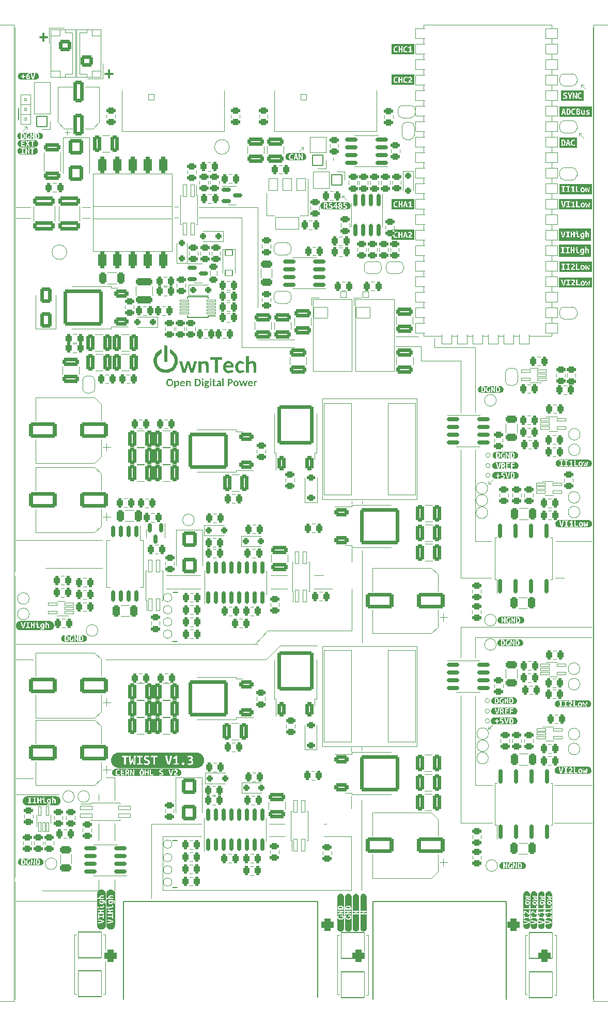
<source format=gto>
G04 #@! TF.GenerationSoftware,KiCad,Pcbnew,7.0.2-6a45011f42~172~ubuntu20.04.1*
G04 #@! TF.CreationDate,2023-06-13T08:46:41+02:00*
G04 #@! TF.ProjectId,Power,506f7765-722e-46b6-9963-61645f706362,rev?*
G04 #@! TF.SameCoordinates,Original*
G04 #@! TF.FileFunction,Legend,Top*
G04 #@! TF.FilePolarity,Positive*
%FSLAX46Y46*%
G04 Gerber Fmt 4.6, Leading zero omitted, Abs format (unit mm)*
G04 Created by KiCad (PCBNEW 7.0.2-6a45011f42~172~ubuntu20.04.1) date 2023-06-13 08:46:41*
%MOMM*%
%LPD*%
G01*
G04 APERTURE LIST*
G04 Aperture macros list*
%AMRoundRect*
0 Rectangle with rounded corners*
0 $1 Rounding radius*
0 $2 $3 $4 $5 $6 $7 $8 $9 X,Y pos of 4 corners*
0 Add a 4 corners polygon primitive as box body*
4,1,4,$2,$3,$4,$5,$6,$7,$8,$9,$2,$3,0*
0 Add four circle primitives for the rounded corners*
1,1,$1+$1,$2,$3*
1,1,$1+$1,$4,$5*
1,1,$1+$1,$6,$7*
1,1,$1+$1,$8,$9*
0 Add four rect primitives between the rounded corners*
20,1,$1+$1,$2,$3,$4,$5,0*
20,1,$1+$1,$4,$5,$6,$7,0*
20,1,$1+$1,$6,$7,$8,$9,0*
20,1,$1+$1,$8,$9,$2,$3,0*%
%AMFreePoly0*
4,1,35,0.535355,0.785355,0.550000,0.750000,0.550000,-0.750000,0.535355,-0.785355,0.500000,-0.800000,0.000000,-0.800000,-0.012286,-0.794911,-0.071157,-0.794911,-0.085244,-0.792886,-0.221795,-0.752791,-0.234740,-0.746879,-0.354462,-0.669938,-0.365217,-0.660618,-0.458414,-0.553063,-0.466109,-0.541091,-0.525228,-0.411637,-0.529237,-0.397982,-0.549491,-0.257116,-0.550000,-0.250000,-0.550000,0.250000,
-0.549491,0.257116,-0.529237,0.397982,-0.525228,0.411637,-0.466109,0.541091,-0.458414,0.553063,-0.365217,0.660618,-0.354462,0.669938,-0.234740,0.746879,-0.221795,0.752791,-0.085244,0.792886,-0.071157,0.794911,-0.012286,0.794911,0.000000,0.800000,0.500000,0.800000,0.535355,0.785355,0.535355,0.785355,$1*%
%AMFreePoly1*
4,1,35,0.012286,0.794911,0.071157,0.794911,0.085244,0.792886,0.221795,0.752791,0.234740,0.746879,0.354462,0.669938,0.365217,0.660618,0.458414,0.553063,0.466109,0.541091,0.525228,0.411637,0.529237,0.397982,0.549491,0.257116,0.550000,0.250000,0.550000,-0.250000,0.549491,-0.257116,0.529237,-0.397982,0.525228,-0.411637,0.466109,-0.541091,0.458414,-0.553063,0.365217,-0.660618,
0.354462,-0.669938,0.234740,-0.746879,0.221795,-0.752791,0.085244,-0.792886,0.071157,-0.794911,0.012286,-0.794911,0.000000,-0.800000,-0.500000,-0.800000,-0.535355,-0.785355,-0.550000,-0.750000,-0.550000,0.750000,-0.535355,0.785355,-0.500000,0.800000,0.000000,0.800000,0.012286,0.794911,0.012286,0.794911,$1*%
G04 Aperture macros list end*
%ADD10C,0.120000*%
%ADD11C,0.200000*%
%ADD12C,0.300000*%
%ADD13C,0.150000*%
%ADD14C,0.152400*%
%ADD15RoundRect,0.293750X0.243750X0.456250X-0.243750X0.456250X-0.243750X-0.456250X0.243750X-0.456250X0*%
%ADD16RoundRect,0.300000X0.375000X1.075000X-0.375000X1.075000X-0.375000X-1.075000X0.375000X-1.075000X0*%
%ADD17RoundRect,0.293750X-0.243750X-0.456250X0.243750X-0.456250X0.243750X0.456250X-0.243750X0.456250X0*%
%ADD18RoundRect,0.200000X0.150000X-0.825000X0.150000X0.825000X-0.150000X0.825000X-0.150000X-0.825000X0*%
%ADD19C,1.600000*%
%ADD20C,1.100000*%
%ADD21C,2.100000*%
%ADD22FreePoly0,0.000000*%
%ADD23FreePoly1,0.000000*%
%ADD24RoundRect,0.293750X0.456250X-0.243750X0.456250X0.243750X-0.456250X0.243750X-0.456250X-0.243750X0*%
%ADD25RoundRect,0.050000X-0.750000X-0.200000X0.750000X-0.200000X0.750000X0.200000X-0.750000X0.200000X0*%
%ADD26RoundRect,0.299999X1.450001X-0.450001X1.450001X0.450001X-1.450001X0.450001X-1.450001X-0.450001X0*%
%ADD27RoundRect,0.300000X-0.250000X0.250000X-0.250000X-0.250000X0.250000X-0.250000X0.250000X0.250000X0*%
%ADD28RoundRect,0.293750X-0.456250X0.243750X-0.456250X-0.243750X0.456250X-0.243750X0.456250X0.243750X0*%
%ADD29RoundRect,0.300000X0.350000X-0.850000X0.350000X0.850000X-0.350000X0.850000X-0.350000X-0.850000X0*%
%ADD30RoundRect,0.299997X2.650003X-2.950003X2.650003X2.950003X-2.650003X2.950003X-2.650003X-2.950003X0*%
%ADD31RoundRect,0.050000X0.700000X0.150000X-0.700000X0.150000X-0.700000X-0.150000X0.700000X-0.150000X0*%
%ADD32C,3.200000*%
%ADD33C,4.800000*%
%ADD34RoundRect,0.300000X-0.900000X1.000000X-0.900000X-1.000000X0.900000X-1.000000X0.900000X1.000000X0*%
%ADD35RoundRect,0.300000X1.950000X1.000000X-1.950000X1.000000X-1.950000X-1.000000X1.950000X-1.000000X0*%
%ADD36FreePoly0,270.000000*%
%ADD37FreePoly1,270.000000*%
%ADD38RoundRect,0.300000X1.075000X-0.362500X1.075000X0.362500X-1.075000X0.362500X-1.075000X-0.362500X0*%
%ADD39RoundRect,0.300000X0.850000X0.350000X-0.850000X0.350000X-0.850000X-0.350000X0.850000X-0.350000X0*%
%ADD40RoundRect,0.299997X2.950003X2.650003X-2.950003X2.650003X-2.950003X-2.650003X2.950003X-2.650003X0*%
%ADD41RoundRect,0.300000X-0.325000X-0.650000X0.325000X-0.650000X0.325000X0.650000X-0.325000X0.650000X0*%
%ADD42RoundRect,0.300000X1.075000X-0.375000X1.075000X0.375000X-1.075000X0.375000X-1.075000X-0.375000X0*%
%ADD43RoundRect,0.200000X-0.825000X-0.150000X0.825000X-0.150000X0.825000X0.150000X-0.825000X0.150000X0*%
%ADD44RoundRect,0.300000X0.250000X0.250000X-0.250000X0.250000X-0.250000X-0.250000X0.250000X-0.250000X0*%
%ADD45RoundRect,0.050000X0.750000X0.200000X-0.750000X0.200000X-0.750000X-0.200000X0.750000X-0.200000X0*%
%ADD46FreePoly0,90.000000*%
%ADD47FreePoly1,90.000000*%
%ADD48RoundRect,0.300000X-0.375000X-1.075000X0.375000X-1.075000X0.375000X1.075000X-0.375000X1.075000X0*%
%ADD49RoundRect,0.050000X-1.125000X0.875000X-1.125000X-0.875000X1.125000X-0.875000X1.125000X0.875000X0*%
%ADD50O,2.350000X1.850000*%
%ADD51RoundRect,0.300000X-0.250000X-0.250000X0.250000X-0.250000X0.250000X0.250000X-0.250000X0.250000X0*%
%ADD52RoundRect,0.300000X-0.650000X0.325000X-0.650000X-0.325000X0.650000X-0.325000X0.650000X0.325000X0*%
%ADD53RoundRect,0.300000X0.650000X-0.325000X0.650000X0.325000X-0.650000X0.325000X-0.650000X-0.325000X0*%
%ADD54RoundRect,0.050000X-0.500000X-0.500000X0.500000X-0.500000X0.500000X0.500000X-0.500000X0.500000X0*%
%ADD55C,1.400000*%
%ADD56O,1.600000X3.100000*%
%ADD57FreePoly0,180.000000*%
%ADD58FreePoly1,180.000000*%
%ADD59RoundRect,0.300000X-0.850000X-0.350000X0.850000X-0.350000X0.850000X0.350000X-0.850000X0.350000X0*%
%ADD60RoundRect,0.299997X-2.950003X-2.650003X2.950003X-2.650003X2.950003X2.650003X-2.950003X2.650003X0*%
%ADD61RoundRect,0.050000X-0.320000X1.000000X-0.320000X-1.000000X0.320000X-1.000000X0.320000X1.000000X0*%
%ADD62RoundRect,0.050000X1.000000X-0.800000X1.000000X0.800000X-1.000000X0.800000X-1.000000X-0.800000X0*%
%ADD63O,2.500000X1.700000*%
%ADD64RoundRect,0.050000X-1.000000X0.800000X-1.000000X-0.800000X1.000000X-0.800000X1.000000X0.800000X0*%
%ADD65RoundRect,0.050000X0.800000X1.000000X-0.800000X1.000000X-0.800000X-1.000000X0.800000X-1.000000X0*%
%ADD66O,1.700000X2.500000*%
%ADD67RoundRect,0.300000X-1.075000X0.312500X-1.075000X-0.312500X1.075000X-0.312500X1.075000X0.312500X0*%
%ADD68RoundRect,0.050000X-0.850000X0.850000X-0.850000X-0.850000X0.850000X-0.850000X0.850000X0.850000X0*%
%ADD69O,1.800000X1.800000*%
%ADD70RoundRect,0.200000X0.825000X0.150000X-0.825000X0.150000X-0.825000X-0.150000X0.825000X-0.150000X0*%
%ADD71RoundRect,0.300000X0.550000X-1.500000X0.550000X1.500000X-0.550000X1.500000X-0.550000X-1.500000X0*%
%ADD72RoundRect,0.200000X-0.150000X0.587500X-0.150000X-0.587500X0.150000X-0.587500X0.150000X0.587500X0*%
%ADD73RoundRect,0.300000X-0.750000X0.600000X-0.750000X-0.600000X0.750000X-0.600000X0.750000X0.600000X0*%
%ADD74O,2.100000X1.800000*%
%ADD75RoundRect,0.300000X-1.075000X0.375000X-1.075000X-0.375000X1.075000X-0.375000X1.075000X0.375000X0*%
%ADD76RoundRect,0.050000X-1.905000X2.120000X-1.905000X-2.120000X1.905000X-2.120000X1.905000X2.120000X0*%
%ADD77RoundRect,0.200000X-0.150000X0.825000X-0.150000X-0.825000X0.150000X-0.825000X0.150000X0.825000X0*%
%ADD78RoundRect,0.300000X0.750000X-0.600000X0.750000X0.600000X-0.750000X0.600000X-0.750000X-0.600000X0*%
%ADD79RoundRect,0.212500X0.162500X-1.012500X0.162500X1.012500X-0.162500X1.012500X-0.162500X-1.012500X0*%
%ADD80RoundRect,0.050000X0.320000X-1.000000X0.320000X1.000000X-0.320000X1.000000X-0.320000X-1.000000X0*%
%ADD81RoundRect,0.268750X0.381250X-0.218750X0.381250X0.218750X-0.381250X0.218750X-0.381250X-0.218750X0*%
%ADD82RoundRect,0.200000X-0.150000X0.750000X-0.150000X-0.750000X0.150000X-0.750000X0.150000X0.750000X0*%
%ADD83RoundRect,0.050000X1.905000X-2.120000X1.905000X2.120000X-1.905000X2.120000X-1.905000X-2.120000X0*%
%ADD84RoundRect,0.300000X0.250000X-0.250000X0.250000X0.250000X-0.250000X0.250000X-0.250000X-0.250000X0*%
%ADD85RoundRect,0.200000X-0.587500X-0.150000X0.587500X-0.150000X0.587500X0.150000X-0.587500X0.150000X0*%
%ADD86RoundRect,0.300000X0.325000X0.650000X-0.325000X0.650000X-0.325000X-0.650000X0.325000X-0.650000X0*%
%ADD87RoundRect,0.050000X-0.600000X0.450000X-0.600000X-0.450000X0.600000X-0.450000X0.600000X0.450000X0*%
%ADD88RoundRect,0.275000X0.375000X-0.225000X0.375000X0.225000X-0.375000X0.225000X-0.375000X-0.225000X0*%
%ADD89C,0.900000*%
%ADD90RoundRect,0.050000X-1.250000X-80.000000X1.250000X-80.000000X1.250000X80.000000X-1.250000X80.000000X0*%
%ADD91RoundRect,0.050000X0.850000X0.850000X-0.850000X0.850000X-0.850000X-0.850000X0.850000X-0.850000X0*%
%ADD92RoundRect,0.050000X-2.250000X7.500000X-2.250000X-7.500000X2.250000X-7.500000X2.250000X7.500000X0*%
%ADD93RoundRect,0.050000X-1.000000X-0.320000X1.000000X-0.320000X1.000000X0.320000X-1.000000X0.320000X0*%
%ADD94C,2.200000*%
%ADD95RoundRect,0.550000X0.500000X0.500000X-0.500000X0.500000X-0.500000X-0.500000X0.500000X-0.500000X0*%
%ADD96C,1.903400*%
%ADD97O,3.100000X3.600000*%
%ADD98O,3.100000X5.100000*%
%ADD99O,2.600000X5.100000*%
%ADD100RoundRect,0.050000X0.200000X-0.750000X0.200000X0.750000X-0.200000X0.750000X-0.200000X-0.750000X0*%
%ADD101RoundRect,0.355000X-0.305000X-0.965000X0.305000X-0.965000X0.305000X0.965000X-0.305000X0.965000X0*%
%ADD102RoundRect,0.300000X0.650000X-1.000000X0.650000X1.000000X-0.650000X1.000000X-0.650000X-1.000000X0*%
%ADD103RoundRect,0.050000X-0.750000X1.000000X-0.750000X-1.000000X0.750000X-1.000000X0.750000X1.000000X0*%
%ADD104RoundRect,0.050000X-1.900000X1.000000X-1.900000X-1.000000X1.900000X-1.000000X1.900000X1.000000X0*%
%ADD105RoundRect,0.050000X-0.500000X0.500000X-0.500000X-0.500000X0.500000X-0.500000X0.500000X0.500000X0*%
%ADD106O,1.100000X1.100000*%
G04 APERTURE END LIST*
D10*
X122300000Y-97150000D02*
X122700000Y-97150000D01*
X68850000Y-163700000D02*
X99750000Y-163700000D01*
X47150000Y-53700000D02*
X44800000Y-53700000D01*
X134600000Y-112600000D02*
X133150000Y-112600000D01*
X122900000Y-136650000D02*
X122200000Y-137350000D01*
X122510555Y-95800000D02*
G75*
G03*
X122510555Y-95800000I-360555J0D01*
G01*
X47150000Y-51900000D02*
X44800000Y-51900000D01*
X101450000Y-140900000D02*
X101450000Y-140400000D01*
X139200000Y-146500000D02*
X133050000Y-146500000D01*
X56950000Y-53700000D02*
X55650000Y-53700000D01*
X139200000Y-106600000D02*
X133250000Y-106600000D01*
X91500000Y-42050000D02*
X91900000Y-42050000D01*
X122850000Y-146500000D02*
X120050000Y-146500000D01*
X46575000Y-38675000D02*
X46175000Y-38675000D01*
X85750000Y-126000000D02*
X88050000Y-123700000D01*
X107000000Y-73050000D02*
X110750000Y-73050000D01*
X86250000Y-152900000D02*
X88850000Y-152900000D01*
X75150000Y-154900000D02*
X68850000Y-154900000D01*
X107000000Y-74700000D02*
X111150000Y-74700000D01*
X58750000Y-165500000D02*
X44800000Y-165500000D01*
X101450000Y-148900000D02*
X101450000Y-163700000D01*
X139200000Y-152700000D02*
X133050000Y-152700000D01*
X117650000Y-112600000D02*
X117650000Y-91600000D01*
X122410555Y-136000000D02*
G75*
G03*
X122410555Y-136000000I-360555J0D01*
G01*
X99850000Y-121200000D02*
X86050000Y-121200000D01*
X91900000Y-42450000D02*
X91900000Y-42050000D01*
X81750000Y-74800000D02*
X90450000Y-74800000D01*
X99850000Y-100400000D02*
X99850000Y-100000000D01*
X46562568Y-34237657D02*
G75*
G03*
X46562568Y-34237657I-223607J0D01*
G01*
X137800000Y-31800000D02*
X137400000Y-31800000D01*
X89250000Y-114400000D02*
X86550000Y-114400000D01*
X44800000Y-106400000D02*
X58950000Y-106402500D01*
X46175000Y-38675000D02*
X46575000Y-38675000D01*
X99750000Y-163700000D02*
X99750000Y-154900000D01*
X111150000Y-77050000D02*
X111150000Y-74700000D01*
X120050000Y-122300000D02*
X139200000Y-122300000D01*
X86050000Y-121200000D02*
X83950000Y-123400000D01*
X123000000Y-96450000D02*
X122300000Y-97150000D01*
X99850000Y-121200000D02*
X99850000Y-114400000D01*
X122410555Y-134400000D02*
G75*
G03*
X122410555Y-134400000I-360555J0D01*
G01*
X117650000Y-112600000D02*
X122650000Y-112600000D01*
X117650000Y-77050000D02*
X111150000Y-77050000D01*
X99750000Y-152900000D02*
X99750000Y-148300000D01*
X122200000Y-136950000D02*
X122200000Y-137350000D01*
X59550000Y-126000000D02*
X85750000Y-126000000D01*
X96600000Y-114400000D02*
X93650000Y-114400000D01*
X139400000Y-22400000D02*
X139400000Y-181500000D01*
X95250000Y-154900000D02*
X99750000Y-154900000D01*
X98675000Y-50000000D02*
X98275000Y-50000000D01*
X95200000Y-112200000D02*
X93650000Y-112200000D01*
X120050000Y-74850000D02*
X120050000Y-85500000D01*
X45538961Y-36637657D02*
X47138961Y-36637657D01*
X47138961Y-38237657D01*
X45538961Y-38237657D01*
X45538961Y-36637657D01*
X122700000Y-97150000D02*
X122300000Y-97150000D01*
X81750000Y-74800000D02*
X81750000Y-53550000D01*
X46562568Y-35837657D02*
G75*
G03*
X46562568Y-35837657I-223607J0D01*
G01*
D11*
X45177004Y-35725395D02*
G75*
G03*
X45175000Y-37550000I10426656J-923755D01*
G01*
D10*
X89250000Y-112200000D02*
X86500000Y-112200000D01*
X99750000Y-141000000D02*
X99750000Y-140400000D01*
X90450000Y-73550000D02*
X84450000Y-73550000D01*
X44800000Y-148100000D02*
X51850000Y-148100000D01*
X120050000Y-125600000D02*
X120050000Y-122300000D01*
X137100000Y-39800000D02*
X137100000Y-40200000D01*
X137800000Y-40500000D02*
X137100000Y-39800000D01*
X98250000Y-50400000D02*
X98275000Y-50000000D01*
X122600000Y-137350000D02*
X122200000Y-137350000D01*
X122200000Y-137350000D02*
X122600000Y-137350000D01*
X46562568Y-37437657D02*
G75*
G03*
X46562568Y-37437657I-223607J0D01*
G01*
X137500000Y-39800000D02*
X137100000Y-39800000D01*
X120050000Y-146500000D02*
X120050000Y-131900000D01*
X45538961Y-33437657D02*
X47138961Y-33437657D01*
X47138961Y-35037657D01*
X45538961Y-35037657D01*
X45538961Y-33437657D01*
X58950000Y-111000000D02*
X49600000Y-111000000D01*
X95250000Y-152900000D02*
X99750000Y-152900000D01*
X74750000Y-51900000D02*
X84450000Y-51900000D01*
X59550000Y-145300000D02*
X60950000Y-145300000D01*
X122410555Y-132700000D02*
G75*
G03*
X122410555Y-132700000I-360555J0D01*
G01*
X84450000Y-51900000D02*
X84450000Y-68300000D01*
X139200000Y-120600000D02*
X117650000Y-120600000D01*
X44800000Y-145400000D02*
X47550000Y-145400000D01*
X117650000Y-77050000D02*
X117650000Y-85500000D01*
X98975000Y-50700000D02*
X98275000Y-50000000D01*
X58350000Y-163800000D02*
X49000000Y-163800000D01*
X45875000Y-39375000D02*
X46575000Y-38675000D01*
X69450000Y-112200000D02*
X75050000Y-112200000D01*
X44800000Y-123400000D02*
X84400000Y-123400000D01*
X68850000Y-154900000D02*
X68850000Y-163700000D01*
X122850000Y-152700000D02*
X117650000Y-152700000D01*
X120050000Y-106600000D02*
X122650000Y-106600000D01*
X81700000Y-53550000D02*
X74750000Y-53550000D01*
X96800000Y-43775000D02*
X96800000Y-44175000D01*
X122510555Y-94200000D02*
G75*
G03*
X122510555Y-94200000I-360555J0D01*
G01*
X58350000Y-152800000D02*
X58350000Y-155600000D01*
X60950000Y-162000000D02*
X60950000Y-165100000D01*
X113350000Y-73300000D02*
X113350000Y-74850000D01*
X71350000Y-53600000D02*
X70750000Y-53600000D01*
X58350000Y-162000000D02*
X58350000Y-163800000D01*
X101550000Y-100400000D02*
X101550000Y-100000000D01*
X71350000Y-51800000D02*
X70750000Y-51800000D01*
X66950000Y-152900000D02*
X66950000Y-165100000D01*
X44800000Y-126000000D02*
X47550000Y-126000000D01*
X101550000Y-108100000D02*
X101550000Y-123200000D01*
X45538961Y-35037657D02*
X47138961Y-35037657D01*
X47138961Y-36637657D01*
X45538961Y-36637657D01*
X45538961Y-35037657D01*
X86250000Y-154900000D02*
X88850000Y-154900000D01*
X75150000Y-152900000D02*
X66950000Y-152900000D01*
X60950000Y-145300000D02*
X60950000Y-149000000D01*
X99850000Y-110000000D02*
X99850000Y-107800000D01*
X91200000Y-42750000D02*
X91900000Y-42050000D01*
X137400000Y-31800000D02*
X137400000Y-32200000D01*
X117650000Y-120600000D02*
X117650000Y-125600000D01*
X55650000Y-51900000D02*
X56950000Y-51900000D01*
X60950000Y-152800000D02*
X60950000Y-155600000D01*
X122510555Y-92500000D02*
G75*
G03*
X122510555Y-92500000I-360555J0D01*
G01*
X58350000Y-148100000D02*
X58350000Y-149000000D01*
X122300000Y-96750000D02*
X122300000Y-97150000D01*
X120050000Y-106600000D02*
X120050000Y-91600000D01*
X44600000Y-22400000D02*
X44600000Y-181600000D01*
X88050000Y-123700000D02*
X94150000Y-123700000D01*
X117650000Y-131900000D02*
X117650000Y-152700000D01*
X113350000Y-74850000D02*
X120050000Y-74850000D01*
X75050000Y-114400000D02*
X69450000Y-114400000D01*
X46575000Y-39075000D02*
X46575000Y-38675000D01*
X138100000Y-32500000D02*
X137400000Y-31800000D01*
D12*
X59478571Y-30022500D02*
X60621429Y-30022500D01*
X60050000Y-30593928D02*
X60050000Y-29451071D01*
D13*
X70469048Y-155581666D02*
X71230953Y-155581666D01*
X70469048Y-163281666D02*
X71230953Y-163281666D01*
X70569048Y-114981666D02*
X71330953Y-114981666D01*
X70469048Y-122981666D02*
X71230953Y-122981666D01*
D12*
X48728571Y-24022500D02*
X49871429Y-24022500D01*
X49300000Y-24593928D02*
X49300000Y-23451071D01*
D10*
G04 #@! TO.C,C532*
X129126578Y-82310000D02*
X128609422Y-82310000D01*
X129126578Y-80890000D02*
X128609422Y-80890000D01*
G04 #@! TO.C,C329*
X65802064Y-132560000D02*
X64597936Y-132560000D01*
X65802064Y-129840000D02*
X64597936Y-129840000D01*
G04 #@! TO.C,C103*
X52341422Y-119290000D02*
X52858578Y-119290000D01*
X52341422Y-120710000D02*
X52858578Y-120710000D01*
G04 #@! TO.C,C309*
X112980814Y-144260000D02*
X111776686Y-144260000D01*
X112980814Y-141540000D02*
X111776686Y-141540000D01*
G04 #@! TO.C,R307*
X83711078Y-159252500D02*
X83193922Y-159252500D01*
X83711078Y-157832500D02*
X83193922Y-157832500D01*
G04 #@! TO.C,U203*
X75700000Y-113337500D02*
X75700000Y-116787500D01*
X75700000Y-113337500D02*
X75700000Y-111387500D01*
X85820000Y-113337500D02*
X85820000Y-115287500D01*
X85820000Y-113337500D02*
X85820000Y-111387500D01*
G04 #@! TO.C,kibuzzard-6486EF36*
G36*
X137861873Y-34443492D02*
G01*
X137531144Y-34443492D01*
X137256506Y-34443492D01*
X136556419Y-34443492D01*
X135695994Y-34443492D01*
X134773656Y-34443492D01*
X134468856Y-34443492D01*
X134138127Y-34443492D01*
X134138127Y-34038150D01*
X134468856Y-34038150D01*
X134578394Y-34086569D01*
X134663722Y-34106214D01*
X134773656Y-34112762D01*
X134885046Y-34104384D01*
X134975798Y-34079249D01*
X135045912Y-34037356D01*
X135113183Y-33946273D01*
X135135606Y-33823837D01*
X135128859Y-33749820D01*
X135108619Y-33689694D01*
X135039562Y-33600794D01*
X134947487Y-33543644D01*
X134851444Y-33504750D01*
X134790325Y-33480937D01*
X134734762Y-33451569D01*
X134694281Y-33413469D01*
X134678406Y-33363462D01*
X134695692Y-33300844D01*
X134747551Y-33263274D01*
X134833981Y-33250750D01*
X134945900Y-33266625D01*
X135034006Y-33304725D01*
X135091156Y-33153912D01*
X134981563Y-33109462D01*
X135219744Y-33109462D01*
X135260578Y-33215737D01*
X135302647Y-33318660D01*
X135345950Y-33418231D01*
X135392252Y-33516921D01*
X135443317Y-33617198D01*
X135499144Y-33719062D01*
X135499144Y-34092125D01*
X135695994Y-34092125D01*
X135695994Y-33717475D01*
X135738856Y-33640680D01*
X135778544Y-33565869D01*
X135815453Y-33491852D01*
X135849981Y-33417437D01*
X135882525Y-33342428D01*
X135913481Y-33266625D01*
X135943644Y-33189234D01*
X135973806Y-33109462D01*
X136065881Y-33109462D01*
X136065881Y-34092125D01*
X136242094Y-34092125D01*
X136242094Y-33439662D01*
X136301096Y-33548583D01*
X136357452Y-33657326D01*
X136411162Y-33765894D01*
X136462227Y-33874461D01*
X136510646Y-33983205D01*
X136556419Y-34092125D01*
X136713581Y-34092125D01*
X136713581Y-33600000D01*
X136829469Y-33600000D01*
X136836315Y-33715987D01*
X136856853Y-33817884D01*
X136891084Y-33905693D01*
X136939006Y-33979412D01*
X137022967Y-34053496D01*
X137128801Y-34097946D01*
X137256506Y-34112762D01*
X137343223Y-34107405D01*
X137419225Y-34091331D01*
X137531144Y-34044500D01*
X137481931Y-33890512D01*
X137401762Y-33925437D01*
X137275556Y-33942900D01*
X137162248Y-33920477D01*
X137085850Y-33853206D01*
X137053659Y-33784679D01*
X137034344Y-33698690D01*
X137027906Y-33595237D01*
X137033264Y-33506337D01*
X137049338Y-33433312D01*
X137104900Y-33329331D01*
X137182688Y-33273769D01*
X137272381Y-33257100D01*
X137390650Y-33273769D01*
X137478756Y-33314250D01*
X137529556Y-33158675D01*
X137497013Y-33139625D01*
X137443831Y-33115812D01*
X137370013Y-33095969D01*
X137275556Y-33087237D01*
X137182489Y-33095770D01*
X137096963Y-33121369D01*
X137020763Y-33163437D01*
X136955675Y-33221381D01*
X136902692Y-33294605D01*
X136862806Y-33382512D01*
X136837803Y-33484509D01*
X136829469Y-33600000D01*
X136713581Y-33600000D01*
X136713581Y-33109462D01*
X136537369Y-33109462D01*
X136537369Y-33714300D01*
X136509389Y-33652387D01*
X136476250Y-33580950D01*
X136438944Y-33503559D01*
X136398463Y-33423787D01*
X136355798Y-33342627D01*
X136311944Y-33261069D01*
X136267494Y-33182289D01*
X136223044Y-33109462D01*
X136065881Y-33109462D01*
X135973806Y-33109462D01*
X135772194Y-33109462D01*
X135733300Y-33223762D01*
X135711472Y-33286866D01*
X135688850Y-33349175D01*
X135642812Y-33466650D01*
X135602331Y-33558725D01*
X135555500Y-33455339D01*
X135510256Y-33342031D01*
X135467791Y-33224755D01*
X135429294Y-33109462D01*
X135219744Y-33109462D01*
X134981563Y-33109462D01*
X134977650Y-33107875D01*
X134904427Y-33092397D01*
X134819694Y-33087237D01*
X134722415Y-33095881D01*
X134640130Y-33121810D01*
X134572837Y-33165025D01*
X134505567Y-33257894D01*
X134483144Y-33380925D01*
X134508544Y-33497606D01*
X134572837Y-33576187D01*
X134659356Y-33628575D01*
X134751431Y-33665087D01*
X134818106Y-33692869D01*
X134878431Y-33726206D01*
X134922881Y-33768275D01*
X134940344Y-33822250D01*
X134933200Y-33869081D01*
X134907006Y-33910356D01*
X134855412Y-33938931D01*
X134773656Y-33949250D01*
X134694480Y-33943694D01*
X134628400Y-33927025D01*
X134526006Y-33879400D01*
X134468856Y-34038150D01*
X134138127Y-34038150D01*
X134138127Y-32756508D01*
X134468856Y-32756508D01*
X137531144Y-32756508D01*
X137861873Y-32756508D01*
X137861873Y-34443492D01*
G37*
G04 #@! TO.C,kibuzzard-62CEF83D*
G36*
X90692863Y-43405531D02*
G01*
X90718263Y-43503956D01*
X90739694Y-43601588D01*
X90758744Y-43703188D01*
X90566656Y-43703188D01*
X90586500Y-43601588D01*
X90608725Y-43503956D01*
X90634125Y-43405531D01*
X90663494Y-43299962D01*
X90692863Y-43405531D01*
G37*
G36*
X89517319Y-43021092D02*
G01*
X91782681Y-43021092D01*
X91782814Y-43021092D01*
X91895753Y-43032215D01*
X92004352Y-43065158D01*
X92104438Y-43118655D01*
X92192164Y-43190650D01*
X92264158Y-43278376D01*
X92317655Y-43378461D01*
X92350598Y-43487061D01*
X92361722Y-43600000D01*
X92350598Y-43712939D01*
X92317655Y-43821539D01*
X92264158Y-43921624D01*
X92192164Y-44009350D01*
X92104438Y-44081345D01*
X92004352Y-44134842D01*
X91895753Y-44167785D01*
X91782814Y-44178908D01*
X91782681Y-44178908D01*
X89517319Y-44178908D01*
X89517186Y-44178908D01*
X89404247Y-44167785D01*
X89295648Y-44134842D01*
X89195562Y-44081345D01*
X89107836Y-44009350D01*
X89035842Y-43921624D01*
X88982345Y-43821539D01*
X88949402Y-43712939D01*
X88938278Y-43600000D01*
X89517319Y-43600000D01*
X89524165Y-43715987D01*
X89544703Y-43817884D01*
X89578934Y-43905693D01*
X89626856Y-43979413D01*
X89710817Y-44053496D01*
X89816651Y-44097946D01*
X89944356Y-44112763D01*
X90031073Y-44107405D01*
X90103321Y-44092125D01*
X90282494Y-44092125D01*
X90485694Y-44092125D01*
X90530144Y-43865113D01*
X90792081Y-43865113D01*
X90838119Y-44092125D01*
X91047669Y-44092125D01*
X91021475Y-43980714D01*
X90994964Y-43872542D01*
X90968135Y-43767608D01*
X90940989Y-43665913D01*
X90913525Y-43567456D01*
X90878947Y-43448046D01*
X90844270Y-43331911D01*
X90809494Y-43219050D01*
X90774619Y-43109462D01*
X91134981Y-43109462D01*
X91134981Y-44092125D01*
X91311194Y-44092125D01*
X91311194Y-43439662D01*
X91370196Y-43548583D01*
X91426552Y-43657326D01*
X91480263Y-43765894D01*
X91531327Y-43874461D01*
X91579746Y-43983205D01*
X91625519Y-44092125D01*
X91782681Y-44092125D01*
X91782681Y-43109462D01*
X91606469Y-43109462D01*
X91606469Y-43714300D01*
X91578489Y-43652388D01*
X91545350Y-43580950D01*
X91508044Y-43503559D01*
X91467563Y-43423787D01*
X91424898Y-43342627D01*
X91381044Y-43261069D01*
X91336594Y-43182289D01*
X91292144Y-43109462D01*
X91134981Y-43109462D01*
X90774619Y-43109462D01*
X90561894Y-43109462D01*
X90528259Y-43218157D01*
X90494028Y-43329927D01*
X90459202Y-43444772D01*
X90423781Y-43562694D01*
X90395270Y-43660325D01*
X90366885Y-43762084D01*
X90338628Y-43867970D01*
X90310497Y-43977984D01*
X90282494Y-44092125D01*
X90103321Y-44092125D01*
X90107075Y-44091331D01*
X90218994Y-44044500D01*
X90169781Y-43890513D01*
X90089612Y-43925438D01*
X89963406Y-43942900D01*
X89850098Y-43920477D01*
X89773700Y-43853206D01*
X89741509Y-43784679D01*
X89722194Y-43698690D01*
X89715756Y-43595237D01*
X89721114Y-43506337D01*
X89737187Y-43433312D01*
X89792750Y-43329331D01*
X89870537Y-43273769D01*
X89960231Y-43257100D01*
X90078500Y-43273769D01*
X90166606Y-43314250D01*
X90217406Y-43158675D01*
X90184862Y-43139625D01*
X90131681Y-43115812D01*
X90057862Y-43095969D01*
X89963406Y-43087237D01*
X89870339Y-43095770D01*
X89784812Y-43121369D01*
X89708612Y-43163437D01*
X89643525Y-43221381D01*
X89590542Y-43294605D01*
X89550656Y-43382512D01*
X89525653Y-43484509D01*
X89517319Y-43600000D01*
X88938278Y-43600000D01*
X88949402Y-43487061D01*
X88982345Y-43378461D01*
X89035842Y-43278376D01*
X89107836Y-43190650D01*
X89195562Y-43118655D01*
X89295648Y-43065158D01*
X89404247Y-43032215D01*
X89517186Y-43021092D01*
X89517319Y-43021092D01*
G37*
G04 #@! TO.C,R419*
X98258578Y-58110000D02*
X97741422Y-58110000D01*
X98258578Y-56690000D02*
X97741422Y-56690000D01*
G04 #@! TO.C,kibuzzard-62A33827*
G36*
X128709550Y-165668286D02*
G01*
X128780988Y-165697456D01*
X128827422Y-165745677D01*
X128842900Y-165812550D01*
X128827422Y-165881011D01*
X128780988Y-165927644D01*
X128709550Y-165954433D01*
X128619063Y-165963362D01*
X128528773Y-165953639D01*
X128457931Y-165924469D01*
X128412092Y-165876248D01*
X128396812Y-165809375D01*
X128412092Y-165740914D01*
X128457931Y-165694281D01*
X128528773Y-165667492D01*
X128619063Y-165658562D01*
X128709550Y-165668286D01*
G37*
G36*
X128606487Y-163901502D02*
G01*
X128708882Y-163932563D01*
X128803250Y-163983003D01*
X128885964Y-164050885D01*
X128953846Y-164133599D01*
X129004286Y-164227967D01*
X129035347Y-164330362D01*
X129045835Y-164436849D01*
X129045835Y-164469922D01*
X129045835Y-169530078D01*
X129045835Y-169563151D01*
X129035347Y-169669638D01*
X129004286Y-169772033D01*
X128953846Y-169866401D01*
X128885964Y-169949115D01*
X128803250Y-170016997D01*
X128708882Y-170067437D01*
X128606487Y-170098498D01*
X128500000Y-170108986D01*
X128393513Y-170098498D01*
X128291118Y-170067437D01*
X128196750Y-170016997D01*
X128114036Y-169949115D01*
X128046154Y-169866401D01*
X127995714Y-169772033D01*
X127964653Y-169669638D01*
X127954165Y-169563151D01*
X127954165Y-169530078D01*
X127954165Y-168608138D01*
X128009462Y-168608138D01*
X128009462Y-168812925D01*
X128092012Y-168827213D01*
X128187262Y-168844675D01*
X128290252Y-168864519D01*
X128396019Y-168885950D01*
X128502381Y-168908969D01*
X128607156Y-168933575D01*
X128705383Y-168958975D01*
X128792100Y-168984375D01*
X128704192Y-169009973D01*
X128605569Y-169035969D01*
X128500794Y-169061369D01*
X128394431Y-169085181D01*
X128288862Y-169107208D01*
X128186469Y-169127250D01*
X128091814Y-169143919D01*
X128009462Y-169155825D01*
X128009462Y-169362200D01*
X128098362Y-169343944D01*
X128209487Y-169317750D01*
X128292655Y-169296760D01*
X128379174Y-169274006D01*
X128469044Y-169249488D01*
X128560678Y-169223558D01*
X128652488Y-169196571D01*
X128744475Y-169168525D01*
X128875444Y-169126853D01*
X128992125Y-169087563D01*
X128992125Y-168885950D01*
X128907547Y-168855611D01*
X128821028Y-168825978D01*
X128732569Y-168797050D01*
X128643669Y-168769269D01*
X128555827Y-168743075D01*
X128469044Y-168718469D01*
X128342639Y-168684734D01*
X128222187Y-168654969D01*
X128110269Y-168629370D01*
X128009462Y-168608138D01*
X127954165Y-168608138D01*
X127954165Y-167879475D01*
X128009462Y-167879475D01*
X128009462Y-168503363D01*
X128171387Y-168503363D01*
X128171387Y-168289050D01*
X128830200Y-168289050D01*
X128830200Y-168503363D01*
X128992125Y-168503363D01*
X128992125Y-167879475D01*
X128830200Y-167879475D01*
X128830200Y-168092200D01*
X128171387Y-168092200D01*
X128171387Y-167879475D01*
X128009462Y-167879475D01*
X127954165Y-167879475D01*
X127954165Y-167414338D01*
X127987237Y-167414338D01*
X127995175Y-167497086D01*
X128018987Y-167580231D01*
X128059469Y-167658614D01*
X128117412Y-167727075D01*
X128253937Y-167630238D01*
X128179325Y-167530225D01*
X128157100Y-167433388D01*
X128189644Y-167341313D01*
X128282512Y-167304800D01*
X128366650Y-167334169D01*
X128452375Y-167408781D01*
X128497817Y-167455613D01*
X128545244Y-167505619D01*
X128595647Y-167555625D01*
X128650019Y-167602456D01*
X128708955Y-167643731D01*
X128773050Y-167677069D01*
X128842900Y-167699095D01*
X128919100Y-167706438D01*
X128952438Y-167707231D01*
X128992125Y-167703263D01*
X128992125Y-167061913D01*
X128830200Y-167061913D01*
X128830200Y-167484188D01*
X128777813Y-167467519D01*
X128721456Y-167427038D01*
X128667481Y-167376238D01*
X128622238Y-167328613D01*
X128542863Y-167247650D01*
X128457137Y-167176213D01*
X128365856Y-167125413D01*
X128268225Y-167106363D01*
X128145194Y-167131763D01*
X128057087Y-167200025D01*
X128004700Y-167298450D01*
X127987237Y-167414338D01*
X127954165Y-167414338D01*
X127954165Y-166888875D01*
X128009462Y-166888875D01*
X128992125Y-166888875D01*
X128992125Y-166271337D01*
X128830200Y-166271337D01*
X128830200Y-166692025D01*
X128009462Y-166692025D01*
X128009462Y-166888875D01*
X127954165Y-166888875D01*
X127954165Y-165809375D01*
X128226950Y-165809375D01*
X128233895Y-165882797D01*
X128254731Y-165950662D01*
X128288466Y-166011186D01*
X128334106Y-166062581D01*
X128390859Y-166104253D01*
X128457931Y-166135606D01*
X128533933Y-166155252D01*
X128617475Y-166161800D01*
X128702208Y-166155450D01*
X128778606Y-166136400D01*
X128845877Y-166105642D01*
X128903225Y-166064169D01*
X128949659Y-166012972D01*
X128984188Y-165953044D01*
X129005619Y-165884980D01*
X129012763Y-165809375D01*
X129005619Y-165733770D01*
X128984188Y-165665706D01*
X128949659Y-165605977D01*
X128903225Y-165555375D01*
X128845877Y-165514497D01*
X128778606Y-165483937D01*
X128702208Y-165464887D01*
X128617475Y-165458537D01*
X128533933Y-165464887D01*
X128457931Y-165483937D01*
X128390859Y-165514695D01*
X128334106Y-165556169D01*
X128288466Y-165607366D01*
X128254731Y-165667294D01*
X128233895Y-165734961D01*
X128226950Y-165809375D01*
X127954165Y-165809375D01*
X127954165Y-164637800D01*
X128246000Y-164637800D01*
X128246000Y-164804487D01*
X128316048Y-164807464D01*
X128383319Y-164810044D01*
X128515081Y-164816394D01*
X128581161Y-164820958D01*
X128647638Y-164826712D01*
X128715900Y-164833856D01*
X128787338Y-164842587D01*
X128675419Y-164875131D01*
X128576994Y-164900531D01*
X128486506Y-164922756D01*
X128396812Y-164942600D01*
X128396812Y-165083887D01*
X128486506Y-165105319D01*
X128576994Y-165127544D01*
X128675419Y-165154531D01*
X128787338Y-165190250D01*
X128695086Y-165201627D01*
X128604599Y-165210358D01*
X128515875Y-165216444D01*
X128427328Y-165221118D01*
X128337369Y-165225616D01*
X128246000Y-165229937D01*
X128246000Y-165396625D01*
X128352759Y-165386703D01*
X128457137Y-165375987D01*
X128558539Y-165364081D01*
X128656369Y-165350587D01*
X128749634Y-165335705D01*
X128837344Y-165319631D01*
X128918505Y-165302367D01*
X128992125Y-165283912D01*
X128992125Y-165136275D01*
X128900050Y-165101350D01*
X128819088Y-165073569D01*
X128738919Y-165047375D01*
X128647638Y-165018800D01*
X128740506Y-164991019D01*
X128821469Y-164964031D01*
X128901638Y-164935456D01*
X128992125Y-164902912D01*
X128992125Y-164755275D01*
X128890525Y-164730669D01*
X128778342Y-164707650D01*
X128655575Y-164686219D01*
X128557944Y-164671584D01*
X128457137Y-164658636D01*
X128353156Y-164647375D01*
X128246000Y-164637800D01*
X127954165Y-164637800D01*
X127954165Y-164469922D01*
X127954165Y-164436849D01*
X127964653Y-164330362D01*
X127995714Y-164227967D01*
X128046154Y-164133599D01*
X128114036Y-164050885D01*
X128196750Y-163983003D01*
X128291118Y-163932563D01*
X128393513Y-163901502D01*
X128500000Y-163891014D01*
X128606487Y-163901502D01*
G37*
G04 #@! TO.C,TP104*
X56830000Y-148400000D02*
G75*
G03*
X56830000Y-148400000I-950000J0D01*
G01*
G04 #@! TO.C,kibuzzard-62A80B88*
G36*
X46035569Y-158795994D02*
G01*
X46100656Y-158869812D01*
X46133994Y-158976175D01*
X46143519Y-159100000D01*
X46140542Y-159170048D01*
X46131612Y-159234144D01*
X46091925Y-159339713D01*
X46018900Y-159409563D01*
X45906981Y-159434963D01*
X45889519Y-159434963D01*
X45872056Y-159433375D01*
X45872056Y-158772975D01*
X45900631Y-158769006D01*
X45929206Y-158768212D01*
X46035569Y-158795994D01*
G37*
G36*
X48416819Y-158795994D02*
G01*
X48481906Y-158869812D01*
X48515244Y-158976175D01*
X48524769Y-159100000D01*
X48521792Y-159170048D01*
X48512863Y-159234144D01*
X48473175Y-159339713D01*
X48400150Y-159409563D01*
X48288231Y-159434963D01*
X48270769Y-159434963D01*
X48253306Y-159433375D01*
X48253306Y-158772975D01*
X48281881Y-158769006D01*
X48310456Y-158768212D01*
X48416819Y-158795994D01*
G37*
G36*
X45676794Y-158554165D02*
G01*
X48723206Y-158554165D01*
X48756279Y-158554165D01*
X48862766Y-158564653D01*
X48965161Y-158595714D01*
X49059529Y-158646154D01*
X49142243Y-158714036D01*
X49210125Y-158796750D01*
X49260565Y-158891118D01*
X49291627Y-158993513D01*
X49302115Y-159100000D01*
X49291627Y-159206487D01*
X49260565Y-159308882D01*
X49210125Y-159403250D01*
X49142243Y-159485964D01*
X49059529Y-159553846D01*
X48965161Y-159604286D01*
X48862766Y-159635347D01*
X48756279Y-159645835D01*
X48723206Y-159645835D01*
X45676794Y-159645835D01*
X45643721Y-159645835D01*
X45537234Y-159635347D01*
X45434839Y-159604286D01*
X45391298Y-159581013D01*
X45676794Y-159581013D01*
X45783950Y-159599269D01*
X45886344Y-159604825D01*
X45982189Y-159597880D01*
X46069700Y-159577044D01*
X46147289Y-159541127D01*
X46213369Y-159488938D01*
X46267145Y-159419683D01*
X46307825Y-159332569D01*
X46333423Y-159226405D01*
X46341956Y-159100000D01*
X46427681Y-159100000D01*
X46434825Y-159219261D01*
X46456256Y-159323044D01*
X46490784Y-159411150D01*
X46537219Y-159483381D01*
X46594964Y-159539738D01*
X46663425Y-159580219D01*
X46741808Y-159604627D01*
X46829319Y-159612763D01*
X46926355Y-159608794D01*
X47007912Y-159596888D01*
X47116656Y-159568313D01*
X47116656Y-159077775D01*
X46921394Y-159077775D01*
X46921394Y-159436550D01*
X46883294Y-159441313D01*
X46845194Y-159442900D01*
X46750341Y-159422064D01*
X46681681Y-159359556D01*
X46650813Y-159293675D01*
X46632292Y-159207156D01*
X46626119Y-159100000D01*
X46629492Y-159027173D01*
X46639612Y-158961094D01*
X46684062Y-158853144D01*
X46762644Y-158782500D01*
X46880119Y-158757100D01*
X46984894Y-158774562D01*
X47070619Y-158814250D01*
X47121419Y-158658675D01*
X47088875Y-158639625D01*
X47034106Y-158615812D01*
X47008959Y-158609462D01*
X47251594Y-158609462D01*
X47251594Y-159592125D01*
X47427806Y-159592125D01*
X47427806Y-158939662D01*
X47486808Y-159048583D01*
X47543165Y-159157326D01*
X47596875Y-159265894D01*
X47647940Y-159374461D01*
X47696358Y-159483205D01*
X47742131Y-159592125D01*
X47899294Y-159592125D01*
X47899294Y-159581013D01*
X48058044Y-159581013D01*
X48165200Y-159599269D01*
X48267594Y-159604825D01*
X48363439Y-159597880D01*
X48450950Y-159577044D01*
X48528539Y-159541127D01*
X48594619Y-159488938D01*
X48648395Y-159419683D01*
X48689075Y-159332569D01*
X48714673Y-159226405D01*
X48723206Y-159100000D01*
X48715467Y-158976373D01*
X48692250Y-158872194D01*
X48655142Y-158786072D01*
X48605731Y-158716619D01*
X48544017Y-158663636D01*
X48470000Y-158626925D01*
X48385664Y-158605494D01*
X48292994Y-158598350D01*
X48183456Y-158603112D01*
X48058044Y-158622162D01*
X48058044Y-159581013D01*
X47899294Y-159581013D01*
X47899294Y-158609462D01*
X47723081Y-158609462D01*
X47723081Y-159214300D01*
X47695102Y-159152388D01*
X47661963Y-159080950D01*
X47624656Y-159003559D01*
X47584175Y-158923787D01*
X47541511Y-158842627D01*
X47497656Y-158761069D01*
X47453206Y-158682289D01*
X47408756Y-158609462D01*
X47251594Y-158609462D01*
X47008959Y-158609462D01*
X46955525Y-158595969D01*
X46853131Y-158587237D01*
X46767009Y-158595373D01*
X46686444Y-158619781D01*
X46613816Y-158660461D01*
X46551506Y-158717412D01*
X46500309Y-158790239D01*
X46461019Y-158878544D01*
X46436016Y-158981930D01*
X46427681Y-159100000D01*
X46341956Y-159100000D01*
X46334217Y-158976373D01*
X46311000Y-158872194D01*
X46273892Y-158786072D01*
X46224481Y-158716619D01*
X46162767Y-158663636D01*
X46088750Y-158626925D01*
X46004414Y-158605494D01*
X45911744Y-158598350D01*
X45802206Y-158603112D01*
X45676794Y-158622162D01*
X45676794Y-159581013D01*
X45391298Y-159581013D01*
X45340471Y-159553846D01*
X45257757Y-159485964D01*
X45189875Y-159403250D01*
X45139435Y-159308882D01*
X45108373Y-159206487D01*
X45097885Y-159100000D01*
X45108373Y-158993513D01*
X45139435Y-158891118D01*
X45189875Y-158796750D01*
X45257757Y-158714036D01*
X45340471Y-158646154D01*
X45434839Y-158595714D01*
X45537234Y-158564653D01*
X45643721Y-158554165D01*
X45676794Y-158554165D01*
G37*
G04 #@! TO.C,kibuzzard-62A337C0*
G36*
X99320048Y-166453652D02*
G01*
X99384144Y-166462581D01*
X99489713Y-166502269D01*
X99559563Y-166575294D01*
X99584963Y-166687212D01*
X99584963Y-166704675D01*
X99583375Y-166722137D01*
X98922975Y-166722137D01*
X98919006Y-166693562D01*
X98918212Y-166664987D01*
X98945994Y-166558625D01*
X99019812Y-166493537D01*
X99126175Y-166460200D01*
X99250000Y-166450675D01*
X99320048Y-166453652D01*
G37*
G36*
X99356487Y-164301502D02*
G01*
X99458882Y-164332563D01*
X99553250Y-164383003D01*
X99635964Y-164450885D01*
X99703846Y-164533599D01*
X99754286Y-164627967D01*
X99785347Y-164730362D01*
X99795835Y-164836849D01*
X99795835Y-164869922D01*
X99795835Y-169930078D01*
X99795835Y-169963151D01*
X99785347Y-170069638D01*
X99754286Y-170172033D01*
X99703846Y-170266401D01*
X99635964Y-170349115D01*
X99553250Y-170416997D01*
X99458882Y-170467437D01*
X99356487Y-170498498D01*
X99250000Y-170508986D01*
X99143513Y-170498498D01*
X99041118Y-170467437D01*
X98946750Y-170416997D01*
X98864036Y-170349115D01*
X98796154Y-170266401D01*
X98745714Y-170172033D01*
X98714653Y-170069638D01*
X98704165Y-169963151D01*
X98704165Y-169930078D01*
X98704165Y-168122313D01*
X98737237Y-168122313D01*
X98745373Y-168208434D01*
X98769781Y-168289000D01*
X98810461Y-168361628D01*
X98867412Y-168423938D01*
X98940239Y-168475134D01*
X99028544Y-168514425D01*
X99131930Y-168539428D01*
X99250000Y-168547763D01*
X99369261Y-168540619D01*
X99473044Y-168519188D01*
X99561150Y-168484659D01*
X99633381Y-168438225D01*
X99689738Y-168380480D01*
X99730219Y-168312019D01*
X99754627Y-168233636D01*
X99762763Y-168146125D01*
X99758794Y-168049089D01*
X99746888Y-167967531D01*
X99718313Y-167858788D01*
X99227775Y-167858788D01*
X99227775Y-168054050D01*
X99586550Y-168054050D01*
X99591313Y-168092150D01*
X99592900Y-168130250D01*
X99572064Y-168225103D01*
X99509556Y-168293763D01*
X99443675Y-168324631D01*
X99357156Y-168343151D01*
X99250000Y-168349325D01*
X99177173Y-168345952D01*
X99111094Y-168335831D01*
X99003144Y-168291381D01*
X98932500Y-168212800D01*
X98907100Y-168095325D01*
X98924562Y-167990550D01*
X98964250Y-167904825D01*
X98808675Y-167854025D01*
X98789625Y-167886569D01*
X98765812Y-167941338D01*
X98745969Y-168019919D01*
X98737237Y-168122313D01*
X98704165Y-168122313D01*
X98704165Y-167076150D01*
X98759462Y-167076150D01*
X98759462Y-167252362D01*
X99364300Y-167252362D01*
X99302388Y-167280342D01*
X99230950Y-167313481D01*
X99153559Y-167350787D01*
X99073787Y-167391269D01*
X98992627Y-167433933D01*
X98911069Y-167477788D01*
X98832289Y-167522238D01*
X98759462Y-167566688D01*
X98759462Y-167723850D01*
X99742125Y-167723850D01*
X99742125Y-167547638D01*
X99089662Y-167547638D01*
X99198583Y-167488635D01*
X99307326Y-167432279D01*
X99415894Y-167378569D01*
X99524461Y-167327504D01*
X99633205Y-167279085D01*
X99742125Y-167233312D01*
X99742125Y-167076150D01*
X98759462Y-167076150D01*
X98704165Y-167076150D01*
X98704165Y-166682450D01*
X98748350Y-166682450D01*
X98753112Y-166791987D01*
X98772162Y-166917400D01*
X99731013Y-166917400D01*
X99749269Y-166810244D01*
X99754825Y-166707850D01*
X99747880Y-166612005D01*
X99727044Y-166524494D01*
X99691127Y-166446905D01*
X99638938Y-166380825D01*
X99569683Y-166327048D01*
X99482569Y-166286369D01*
X99376405Y-166260770D01*
X99250000Y-166252237D01*
X99126373Y-166259977D01*
X99022194Y-166283194D01*
X98936072Y-166320302D01*
X98866619Y-166369712D01*
X98813636Y-166431427D01*
X98776925Y-166505444D01*
X98755494Y-166589780D01*
X98748350Y-166682450D01*
X98704165Y-166682450D01*
X98704165Y-164869922D01*
X98704165Y-164836849D01*
X98714653Y-164730362D01*
X98745714Y-164627967D01*
X98796154Y-164533599D01*
X98864036Y-164450885D01*
X98946750Y-164383003D01*
X99041118Y-164332563D01*
X99143513Y-164301502D01*
X99250000Y-164291014D01*
X99356487Y-164301502D01*
G37*
G04 #@! TO.C,kibuzzard-6487255C*
G36*
X49189050Y-120215850D02*
G01*
X49228737Y-120222200D01*
X49228737Y-120580975D01*
X49178731Y-120601612D01*
X49119200Y-120609550D01*
X49014425Y-120561131D01*
X48989422Y-120501798D01*
X48981087Y-120420637D01*
X49000137Y-120305985D01*
X49057287Y-120237193D01*
X49152537Y-120214262D01*
X49189050Y-120215850D01*
G37*
G36*
X50363794Y-119653255D02*
G01*
X50436633Y-119664060D01*
X50508063Y-119681952D01*
X50577396Y-119706759D01*
X50643962Y-119738243D01*
X50707123Y-119776100D01*
X50766268Y-119819965D01*
X50820829Y-119869417D01*
X50870281Y-119923978D01*
X50914146Y-119983123D01*
X50952003Y-120046284D01*
X50983487Y-120112850D01*
X51008294Y-120182182D01*
X51026186Y-120253612D01*
X51036991Y-120326452D01*
X51040604Y-120400000D01*
X51036991Y-120473548D01*
X51026186Y-120546388D01*
X51008294Y-120617818D01*
X50983487Y-120687150D01*
X50952003Y-120753716D01*
X50914146Y-120816877D01*
X50870281Y-120876022D01*
X50820829Y-120930583D01*
X50766268Y-120980035D01*
X50707123Y-121023900D01*
X50643962Y-121061757D01*
X50577396Y-121093241D01*
X50508063Y-121118048D01*
X50436633Y-121135940D01*
X50363794Y-121146745D01*
X50290246Y-121150358D01*
X50224100Y-121150358D01*
X49624025Y-121150358D01*
X49054112Y-121150358D01*
X48466737Y-121150358D01*
X47865075Y-121150358D01*
X46434737Y-121150358D01*
X45850537Y-121150358D01*
X45575900Y-121150358D01*
X45509754Y-121150358D01*
X45436206Y-121146745D01*
X45363367Y-121135940D01*
X45291937Y-121118048D01*
X45222604Y-121093241D01*
X45156038Y-121061757D01*
X45092877Y-121023900D01*
X45033732Y-120980035D01*
X44979171Y-120930583D01*
X44929719Y-120876022D01*
X44885854Y-120816877D01*
X44847997Y-120753716D01*
X44816513Y-120687150D01*
X44791706Y-120617818D01*
X44773814Y-120546388D01*
X44763009Y-120473548D01*
X44759396Y-120400000D01*
X44763009Y-120326452D01*
X44773814Y-120253612D01*
X44791706Y-120182182D01*
X44816513Y-120112850D01*
X44847997Y-120046284D01*
X44885854Y-119983123D01*
X44929719Y-119923978D01*
X44979171Y-119869417D01*
X45017309Y-119834850D01*
X45575900Y-119834850D01*
X45594156Y-119923750D01*
X45620350Y-120034875D01*
X45641340Y-120118042D01*
X45664094Y-120204561D01*
X45688612Y-120294431D01*
X45714542Y-120386065D01*
X45741529Y-120477876D01*
X45769575Y-120569862D01*
X45811247Y-120700831D01*
X45850537Y-120817512D01*
X46052150Y-120817512D01*
X46082489Y-120732934D01*
X46112122Y-120646415D01*
X46141050Y-120557956D01*
X46168831Y-120469056D01*
X46195025Y-120381215D01*
X46219631Y-120294431D01*
X46253366Y-120168027D01*
X46283131Y-120047575D01*
X46308730Y-119935656D01*
X46329962Y-119834850D01*
X46434737Y-119834850D01*
X46434737Y-119996775D01*
X46649050Y-119996775D01*
X46649050Y-120655587D01*
X46434737Y-120655587D01*
X46434737Y-120817512D01*
X47058625Y-120817512D01*
X47058625Y-120655587D01*
X46845900Y-120655587D01*
X46845900Y-119996775D01*
X47058625Y-119996775D01*
X47058625Y-119834850D01*
X47214200Y-119834850D01*
X47214200Y-120817512D01*
X47409462Y-120817512D01*
X47409462Y-120384125D01*
X47669812Y-120384125D01*
X47669812Y-120817512D01*
X47865075Y-120817512D01*
X47865075Y-120233312D01*
X47993662Y-120233312D01*
X48200037Y-120233312D01*
X48200037Y-120507950D01*
X48203212Y-120581372D01*
X48212737Y-120646062D01*
X48256394Y-120748456D01*
X48338944Y-120812750D01*
X48396689Y-120829419D01*
X48466737Y-120834975D01*
X48564369Y-120824656D01*
X48677875Y-120785762D01*
X48652475Y-120628600D01*
X48566750Y-120657969D01*
X48501662Y-120665112D01*
X48419906Y-120632569D01*
X48395300Y-120533350D01*
X48395300Y-120420637D01*
X48782650Y-120420637D01*
X48791028Y-120521708D01*
X48816164Y-120606904D01*
X48858056Y-120676225D01*
X48916176Y-120727378D01*
X48989995Y-120758069D01*
X49079512Y-120768300D01*
X49153331Y-120760362D01*
X49228737Y-120736550D01*
X49228737Y-120766712D01*
X49220800Y-120826244D01*
X49193812Y-120874662D01*
X49141425Y-120907206D01*
X49057287Y-120919113D01*
X48930287Y-120904031D01*
X48833450Y-120871487D01*
X48796937Y-121036588D01*
X48919969Y-121069925D01*
X48985652Y-121080641D01*
X49054112Y-121084212D01*
X49172381Y-121074511D01*
X49266837Y-121045407D01*
X49337481Y-120996900D01*
X49386429Y-120928108D01*
X49415798Y-120838150D01*
X49417616Y-120817512D01*
X49624025Y-120817512D01*
X49819287Y-120817512D01*
X49819287Y-120242837D01*
X49861356Y-120231725D01*
X49914537Y-120225375D01*
X50005025Y-120271412D01*
X50022884Y-120332134D01*
X50028837Y-120422225D01*
X50028837Y-120817512D01*
X50224100Y-120817512D01*
X50224100Y-120396825D01*
X50220528Y-120323998D01*
X50209812Y-120257919D01*
X50162187Y-120149969D01*
X50073287Y-120080119D01*
X50010978Y-120061664D01*
X49935175Y-120055512D01*
X49876437Y-120062656D01*
X49819287Y-120077737D01*
X49819287Y-119715787D01*
X49624025Y-119749125D01*
X49624025Y-120817512D01*
X49417616Y-120817512D01*
X49425587Y-120727025D01*
X49425587Y-120095200D01*
X49332631Y-120073151D01*
X49244260Y-120059922D01*
X49160475Y-120055512D01*
X49052172Y-120065567D01*
X48960097Y-120095729D01*
X48884250Y-120146000D01*
X48827806Y-120216732D01*
X48793939Y-120308278D01*
X48782650Y-120420637D01*
X48395300Y-120420637D01*
X48395300Y-120071387D01*
X48263537Y-120071387D01*
X47993662Y-120071387D01*
X47993662Y-120233312D01*
X47865075Y-120233312D01*
X47865075Y-119857075D01*
X48141300Y-119857075D01*
X48177019Y-119947562D01*
X48263537Y-119980900D01*
X48350850Y-119947562D01*
X48387362Y-119857075D01*
X48350850Y-119765000D01*
X48263537Y-119731662D01*
X48177019Y-119765000D01*
X48141300Y-119857075D01*
X47865075Y-119857075D01*
X47865075Y-119834850D01*
X47669812Y-119834850D01*
X47669812Y-120222200D01*
X47409462Y-120222200D01*
X47409462Y-119834850D01*
X47214200Y-119834850D01*
X47058625Y-119834850D01*
X46434737Y-119834850D01*
X46329962Y-119834850D01*
X46125175Y-119834850D01*
X46110887Y-119917400D01*
X46093425Y-120012650D01*
X46073581Y-120115639D01*
X46052150Y-120221406D01*
X46029131Y-120327769D01*
X46004525Y-120432544D01*
X45979125Y-120530770D01*
X45953725Y-120617487D01*
X45928127Y-120529580D01*
X45902131Y-120430956D01*
X45876731Y-120326181D01*
X45852919Y-120219819D01*
X45830892Y-120114250D01*
X45810850Y-120011856D01*
X45794181Y-119917202D01*
X45782275Y-119834850D01*
X45575900Y-119834850D01*
X45017309Y-119834850D01*
X45033732Y-119819965D01*
X45092877Y-119776100D01*
X45156038Y-119738243D01*
X45222604Y-119706759D01*
X45291937Y-119681952D01*
X45363367Y-119664060D01*
X45436206Y-119653255D01*
X45509754Y-119649642D01*
X45575900Y-119649642D01*
X50224100Y-119649642D01*
X50290246Y-119649642D01*
X50363794Y-119653255D01*
G37*
G04 #@! TO.C,C505*
X79341422Y-65740000D02*
X79858578Y-65740000D01*
X79341422Y-67160000D02*
X79858578Y-67160000D01*
G04 #@! TO.C,TP311*
X70350000Y-160400000D02*
G75*
G03*
X70350000Y-160400000I-700000J0D01*
G01*
G04 #@! TO.C,VOUT_GND501*
X79750000Y-42000000D02*
G75*
G03*
X79750000Y-42000000I-1200000J0D01*
G01*
G04 #@! TO.C,JP417*
X133900000Y-39000000D02*
X133900000Y-38400000D01*
X134600000Y-37700000D02*
X136000000Y-37700000D01*
X136000000Y-39700000D02*
X134600000Y-39700000D01*
X136700000Y-38400000D02*
X136700000Y-39000000D01*
X134600000Y-37700000D02*
G75*
G03*
X133900000Y-38400000I-1J-699999D01*
G01*
X133900000Y-39000000D02*
G75*
G03*
X134600000Y-39700000I699999J-1D01*
G01*
X136700000Y-38400000D02*
G75*
G03*
X136000000Y-37700000I-700000J0D01*
G01*
X136000000Y-39700000D02*
G75*
G03*
X136700000Y-39000000I0J700000D01*
G01*
G04 #@! TO.C,R326*
X55740000Y-154158578D02*
X55740000Y-153641422D01*
X57160000Y-154158578D02*
X57160000Y-153641422D01*
G04 #@! TO.C,U305*
X132150000Y-128727500D02*
X133550000Y-128727500D01*
X133550000Y-126407500D02*
X131650000Y-126407500D01*
G04 #@! TO.C,C512*
X51790000Y-54051252D02*
X51790000Y-51728748D01*
X55210000Y-54051252D02*
X55210000Y-51728748D01*
G04 #@! TO.C,D403*
X109900000Y-45940000D02*
X108200000Y-45940000D01*
X109900000Y-45940000D02*
X109900000Y-49200000D01*
X108200000Y-45940000D02*
X108200000Y-49200000D01*
G04 #@! TO.C,C209*
X113027064Y-103372500D02*
X111822936Y-103372500D01*
X113027064Y-100652500D02*
X111822936Y-100652500D01*
G04 #@! TO.C,C316*
X83381422Y-148320000D02*
X83898578Y-148320000D01*
X83381422Y-149740000D02*
X83898578Y-149740000D01*
G04 #@! TO.C,C402*
X107560000Y-58541422D02*
X107560000Y-59058578D01*
X106140000Y-58541422D02*
X106140000Y-59058578D01*
G04 #@! TO.C,kibuzzard-6486EEE8*
G36*
X137759086Y-51300980D02*
G01*
X137805719Y-51346819D01*
X137832508Y-51417661D01*
X137841438Y-51507950D01*
X137831714Y-51598438D01*
X137802544Y-51669875D01*
X137754323Y-51716309D01*
X137687450Y-51731788D01*
X137618989Y-51716309D01*
X137572356Y-51669875D01*
X137545567Y-51598438D01*
X137536637Y-51507950D01*
X137546361Y-51417661D01*
X137575531Y-51346819D01*
X137623752Y-51300980D01*
X137690625Y-51285700D01*
X137759086Y-51300980D01*
G37*
G36*
X139192929Y-52232379D02*
G01*
X138862200Y-52232379D01*
X138597087Y-52232379D01*
X137690625Y-52232379D01*
X137228662Y-52232379D01*
X136433325Y-52232379D01*
X134996637Y-52232379D01*
X134412437Y-52232379D01*
X134137800Y-52232379D01*
X133807071Y-52232379D01*
X133807071Y-50898350D01*
X134137800Y-50898350D01*
X134156056Y-50987250D01*
X134182250Y-51098375D01*
X134203240Y-51181542D01*
X134225994Y-51268061D01*
X134250512Y-51357931D01*
X134276442Y-51449565D01*
X134303429Y-51541376D01*
X134331475Y-51633363D01*
X134373147Y-51764331D01*
X134412437Y-51881013D01*
X134614050Y-51881013D01*
X134644389Y-51796434D01*
X134674022Y-51709915D01*
X134702950Y-51621456D01*
X134730731Y-51532556D01*
X134756925Y-51444715D01*
X134781531Y-51357931D01*
X134815266Y-51231527D01*
X134845031Y-51111075D01*
X134870630Y-50999156D01*
X134891862Y-50898350D01*
X134996637Y-50898350D01*
X134996637Y-51060275D01*
X135210950Y-51060275D01*
X135210950Y-51719088D01*
X134996637Y-51719088D01*
X134996637Y-51881013D01*
X135620525Y-51881013D01*
X135620525Y-51719088D01*
X135407800Y-51719088D01*
X135407800Y-51103138D01*
X135780862Y-51103138D01*
X135844362Y-51265063D01*
X135941200Y-51226169D01*
X136042800Y-51169813D01*
X136042800Y-51719088D01*
X135836425Y-51719088D01*
X135836425Y-51881013D01*
X136433325Y-51881013D01*
X136433325Y-51719088D01*
X136238062Y-51719088D01*
X136238062Y-50898350D01*
X136611125Y-50898350D01*
X136611125Y-51881013D01*
X137228662Y-51881013D01*
X137228662Y-51719088D01*
X136807975Y-51719088D01*
X136807975Y-51506363D01*
X137338200Y-51506363D01*
X137344550Y-51591095D01*
X137363600Y-51667494D01*
X137394358Y-51734764D01*
X137435831Y-51792113D01*
X137487028Y-51838547D01*
X137546956Y-51873075D01*
X137615020Y-51894506D01*
X137690625Y-51901650D01*
X137766230Y-51894506D01*
X137834294Y-51873075D01*
X137894023Y-51838547D01*
X137944625Y-51792113D01*
X137985503Y-51734764D01*
X138016063Y-51667494D01*
X138035112Y-51591095D01*
X138041463Y-51506363D01*
X138035112Y-51422820D01*
X138016063Y-51346819D01*
X137985305Y-51279747D01*
X137943831Y-51222994D01*
X137892634Y-51177353D01*
X137832706Y-51143619D01*
X137804351Y-51134888D01*
X138103375Y-51134888D01*
X138113297Y-51241647D01*
X138124013Y-51346025D01*
X138135919Y-51447427D01*
X138149413Y-51545256D01*
X138164295Y-51638522D01*
X138180369Y-51726231D01*
X138197633Y-51807392D01*
X138216088Y-51881013D01*
X138363725Y-51881013D01*
X138398650Y-51788938D01*
X138426431Y-51707975D01*
X138452625Y-51627806D01*
X138481200Y-51536525D01*
X138508981Y-51629394D01*
X138535969Y-51710356D01*
X138564544Y-51790525D01*
X138597087Y-51881013D01*
X138744725Y-51881013D01*
X138769331Y-51779413D01*
X138792350Y-51667229D01*
X138813781Y-51544463D01*
X138828416Y-51446831D01*
X138841364Y-51346025D01*
X138852625Y-51242044D01*
X138862200Y-51134888D01*
X138695513Y-51134888D01*
X138692536Y-51204936D01*
X138689956Y-51272206D01*
X138683606Y-51403969D01*
X138679042Y-51470048D01*
X138673288Y-51536525D01*
X138666144Y-51604788D01*
X138657413Y-51676225D01*
X138624869Y-51564306D01*
X138599469Y-51465881D01*
X138577244Y-51375394D01*
X138557400Y-51285700D01*
X138416113Y-51285700D01*
X138394681Y-51375394D01*
X138372456Y-51465881D01*
X138345469Y-51564306D01*
X138309750Y-51676225D01*
X138298373Y-51583974D01*
X138289642Y-51493486D01*
X138283556Y-51404763D01*
X138278882Y-51316215D01*
X138274384Y-51226257D01*
X138270062Y-51134888D01*
X138103375Y-51134888D01*
X137804351Y-51134888D01*
X137765039Y-51122783D01*
X137690625Y-51115838D01*
X137617203Y-51122783D01*
X137549337Y-51143619D01*
X137488814Y-51177353D01*
X137437419Y-51222994D01*
X137395747Y-51279747D01*
X137364394Y-51346819D01*
X137344748Y-51422820D01*
X137338200Y-51506363D01*
X136807975Y-51506363D01*
X136807975Y-50898350D01*
X136611125Y-50898350D01*
X136238062Y-50898350D01*
X136104713Y-50898350D01*
X136036450Y-50960263D01*
X135952312Y-51017413D01*
X135863412Y-51066625D01*
X135780862Y-51103138D01*
X135407800Y-51103138D01*
X135407800Y-51060275D01*
X135620525Y-51060275D01*
X135620525Y-50898350D01*
X134996637Y-50898350D01*
X134891862Y-50898350D01*
X134687075Y-50898350D01*
X134672787Y-50980900D01*
X134655325Y-51076150D01*
X134635481Y-51179139D01*
X134614050Y-51284906D01*
X134591031Y-51391269D01*
X134566425Y-51496044D01*
X134541025Y-51594270D01*
X134515625Y-51680988D01*
X134490027Y-51593080D01*
X134464031Y-51494456D01*
X134438631Y-51389681D01*
X134414819Y-51283319D01*
X134392792Y-51177750D01*
X134372750Y-51075356D01*
X134356081Y-50980702D01*
X134344175Y-50898350D01*
X134137800Y-50898350D01*
X133807071Y-50898350D01*
X133807071Y-50567621D01*
X134137800Y-50567621D01*
X138862200Y-50567621D01*
X139192929Y-50567621D01*
X139192929Y-52232379D01*
G37*
G04 #@! TO.C,Q302*
X87130000Y-132370000D02*
X87400000Y-132370000D01*
X87400000Y-132370000D02*
X87400000Y-135200000D01*
X93760000Y-132370000D02*
X93760000Y-133470000D01*
X94030000Y-132370000D02*
X93760000Y-132370000D01*
X87130000Y-125950000D02*
X87130000Y-132370000D01*
X94030000Y-125950000D02*
X94030000Y-132370000D01*
G04 #@! TO.C,C117*
X47560000Y-151341422D02*
X47560000Y-151858578D01*
X46140000Y-151341422D02*
X46140000Y-151858578D01*
G04 #@! TO.C,C208*
X73821078Y-122510000D02*
X73303922Y-122510000D01*
X73821078Y-121090000D02*
X73303922Y-121090000D01*
D13*
G04 #@! TO.C,U501*
X76275000Y-69875000D02*
X76275000Y-69650000D01*
X76275000Y-69875000D02*
X72925000Y-69875000D01*
X76275000Y-69650000D02*
X77500000Y-69650000D01*
X76275000Y-66525000D02*
X76275000Y-66825000D01*
X76275000Y-66525000D02*
X72925000Y-66525000D01*
X72925000Y-69875000D02*
X72925000Y-69575000D01*
X72925000Y-66525000D02*
X72925000Y-66825000D01*
D10*
G04 #@! TO.C,R324*
X95090000Y-157858578D02*
X95090000Y-157341422D01*
X96510000Y-157858578D02*
X96510000Y-157341422D01*
G04 #@! TO.C,R514*
X76297500Y-47543922D02*
X76297500Y-48061078D01*
X74877500Y-47543922D02*
X74877500Y-48061078D01*
G04 #@! TO.C,D201*
X75350000Y-104740000D02*
X71050000Y-104740000D01*
X75350000Y-104740000D02*
X75350000Y-110550000D01*
X71050000Y-104740000D02*
X71050000Y-110550000D01*
G04 #@! TO.C,R303*
X121025000Y-158121422D02*
X121025000Y-158638578D01*
X119605000Y-158121422D02*
X119605000Y-158638578D01*
G04 #@! TO.C,TP307*
X122200000Y-142100000D02*
G75*
G03*
X122200000Y-142100000I-950000J0D01*
G01*
G04 #@! TO.C,C330*
X60250000Y-143960000D02*
X59000000Y-143960000D01*
X59625000Y-144585000D02*
X59625000Y-143335000D01*
X58760000Y-145495563D02*
X58760000Y-142710000D01*
X58760000Y-145495563D02*
X57695563Y-146560000D01*
X58760000Y-136904437D02*
X58760000Y-139690000D01*
X58760000Y-136904437D02*
X57695563Y-135840000D01*
X57695563Y-146560000D02*
X48040000Y-146560000D01*
X57695563Y-135840000D02*
X48040000Y-135840000D01*
X48040000Y-146560000D02*
X48040000Y-142710000D01*
X48040000Y-135840000D02*
X48040000Y-139690000D01*
G04 #@! TO.C,JP502*
X125700000Y-78250000D02*
X126300000Y-78250000D01*
X127000000Y-78950000D02*
X127000000Y-80350000D01*
X125000000Y-80350000D02*
X125000000Y-78950000D01*
X126300000Y-81050000D02*
X125700000Y-81050000D01*
X127000000Y-78950000D02*
G75*
G03*
X126300000Y-78250000I-699999J1D01*
G01*
X125700000Y-78250000D02*
G75*
G03*
X125000000Y-78950000I-1J-699999D01*
G01*
X126300000Y-81050000D02*
G75*
G03*
X127000000Y-80350000I0J700000D01*
G01*
X125000000Y-80350000D02*
G75*
G03*
X125700000Y-81050000I700000J0D01*
G01*
G04 #@! TO.C,TP310*
X70350000Y-158400000D02*
G75*
G03*
X70350000Y-158400000I-700000J0D01*
G01*
G04 #@! TO.C,R513*
X49390000Y-45927064D02*
X49390000Y-42872936D01*
X52110000Y-45927064D02*
X52110000Y-42872936D01*
G04 #@! TO.C,C324*
X70002064Y-138160000D02*
X68797936Y-138160000D01*
X70002064Y-135440000D02*
X68797936Y-135440000D01*
G04 #@! TO.C,TP312*
X70350000Y-162400000D02*
G75*
G03*
X70350000Y-162400000I-700000J0D01*
G01*
G04 #@! TO.C,R316*
X83541422Y-144490000D02*
X84058578Y-144490000D01*
X83541422Y-145910000D02*
X84058578Y-145910000D01*
G04 #@! TO.C,kibuzzard-6486EF3C*
G36*
X135309525Y-41105531D02*
G01*
X135334925Y-41203956D01*
X135356356Y-41301587D01*
X135375406Y-41403187D01*
X135183319Y-41403187D01*
X135203163Y-41301587D01*
X135225387Y-41203956D01*
X135250788Y-41105531D01*
X135280156Y-40999962D01*
X135309525Y-41105531D01*
G37*
G36*
X134535619Y-40995994D02*
G01*
X134600706Y-41069812D01*
X134634044Y-41176175D01*
X134643569Y-41300000D01*
X134640592Y-41370048D01*
X134631663Y-41434144D01*
X134591975Y-41539712D01*
X134518950Y-41609562D01*
X134407031Y-41634962D01*
X134389569Y-41634962D01*
X134372106Y-41633375D01*
X134372106Y-40972975D01*
X134400681Y-40969006D01*
X134429256Y-40968212D01*
X134535619Y-40995994D01*
G37*
G36*
X136753885Y-42143492D02*
G01*
X136423156Y-42143492D01*
X136148519Y-42143492D01*
X135454781Y-42143492D01*
X134386394Y-42143492D01*
X134176844Y-42143492D01*
X133846115Y-42143492D01*
X133846115Y-41781012D01*
X134176844Y-41781012D01*
X134284000Y-41799269D01*
X134386394Y-41804825D01*
X134482239Y-41797880D01*
X134506410Y-41792125D01*
X134899156Y-41792125D01*
X135102356Y-41792125D01*
X135146806Y-41565113D01*
X135408744Y-41565113D01*
X135454781Y-41792125D01*
X135664331Y-41792125D01*
X135638137Y-41680714D01*
X135611626Y-41572542D01*
X135584798Y-41467608D01*
X135557651Y-41365913D01*
X135539266Y-41300000D01*
X135721481Y-41300000D01*
X135728327Y-41415987D01*
X135748866Y-41517884D01*
X135783096Y-41605693D01*
X135831019Y-41679412D01*
X135914980Y-41753496D01*
X136020813Y-41797946D01*
X136148519Y-41812762D01*
X136235236Y-41807405D01*
X136311238Y-41791331D01*
X136423156Y-41744500D01*
X136373944Y-41590512D01*
X136293775Y-41625437D01*
X136167569Y-41642900D01*
X136054261Y-41620477D01*
X135977863Y-41553206D01*
X135945672Y-41484679D01*
X135926357Y-41398690D01*
X135919919Y-41295237D01*
X135925277Y-41206337D01*
X135941350Y-41133312D01*
X135996913Y-41029331D01*
X136074700Y-40973769D01*
X136164394Y-40957100D01*
X136282662Y-40973769D01*
X136370769Y-41014250D01*
X136421569Y-40858675D01*
X136389025Y-40839625D01*
X136335844Y-40815812D01*
X136262025Y-40795969D01*
X136167569Y-40787237D01*
X136074502Y-40795770D01*
X135988975Y-40821369D01*
X135912775Y-40863437D01*
X135847688Y-40921381D01*
X135794705Y-40994605D01*
X135754819Y-41082512D01*
X135729816Y-41184509D01*
X135721481Y-41300000D01*
X135539266Y-41300000D01*
X135530188Y-41267456D01*
X135495610Y-41148046D01*
X135460933Y-41031911D01*
X135426157Y-40919050D01*
X135391281Y-40809462D01*
X135178556Y-40809462D01*
X135144921Y-40918157D01*
X135110691Y-41029927D01*
X135075865Y-41144772D01*
X135040444Y-41262694D01*
X135011932Y-41360325D01*
X134983548Y-41462084D01*
X134955290Y-41567970D01*
X134927160Y-41677984D01*
X134899156Y-41792125D01*
X134506410Y-41792125D01*
X134569750Y-41777044D01*
X134647339Y-41741127D01*
X134713419Y-41688937D01*
X134767195Y-41619683D01*
X134807875Y-41532569D01*
X134833473Y-41426405D01*
X134842006Y-41300000D01*
X134834267Y-41176373D01*
X134811050Y-41072194D01*
X134773942Y-40986072D01*
X134724531Y-40916619D01*
X134662817Y-40863636D01*
X134588800Y-40826925D01*
X134504464Y-40805494D01*
X134411794Y-40798350D01*
X134302256Y-40803112D01*
X134176844Y-40822162D01*
X134176844Y-41781012D01*
X133846115Y-41781012D01*
X133846115Y-40456508D01*
X134176844Y-40456508D01*
X136423156Y-40456508D01*
X136753885Y-40456508D01*
X136753885Y-42143492D01*
G37*
G04 #@! TO.C,Q502*
X60335000Y-71750000D02*
X60335000Y-71480000D01*
X60335000Y-71480000D02*
X63165000Y-71480000D01*
X60335000Y-65120000D02*
X61435000Y-65120000D01*
X60335000Y-64850000D02*
X60335000Y-65120000D01*
X53915000Y-71750000D02*
X60335000Y-71750000D01*
X53915000Y-64850000D02*
X60335000Y-64850000D01*
G04 #@! TO.C,TP304*
X137200000Y-127460000D02*
G75*
G03*
X137200000Y-127460000I-950000J0D01*
G01*
G04 #@! TO.C,C203*
X115450000Y-119060000D02*
X114200000Y-119060000D01*
X114825000Y-119685000D02*
X114825000Y-118435000D01*
X113960000Y-120595563D02*
X113960000Y-117810000D01*
X113960000Y-120595563D02*
X112895563Y-121660000D01*
X113960000Y-112004437D02*
X113960000Y-114790000D01*
X113960000Y-112004437D02*
X112895563Y-110940000D01*
X112895563Y-121660000D02*
X103240000Y-121660000D01*
X112895563Y-110940000D02*
X103240000Y-110940000D01*
X103240000Y-121660000D02*
X103240000Y-117810000D01*
X103240000Y-110940000D02*
X103240000Y-114790000D01*
G04 #@! TO.C,R213*
X131987672Y-99627500D02*
X132504828Y-99627500D01*
X131987672Y-101047500D02*
X132504828Y-101047500D01*
G04 #@! TO.C,kibuzzard-62A33791*
G36*
X60501613Y-165621269D02*
G01*
X60509550Y-165680800D01*
X60461131Y-165785575D01*
X60401798Y-165810578D01*
X60320638Y-165818912D01*
X60205985Y-165799862D01*
X60137193Y-165742712D01*
X60114262Y-165647462D01*
X60115850Y-165610950D01*
X60122200Y-165571262D01*
X60480975Y-165571262D01*
X60501613Y-165621269D01*
G37*
G36*
X60370306Y-163623018D02*
G01*
X60439935Y-163633346D01*
X60508217Y-163650450D01*
X60574493Y-163674164D01*
X60638126Y-163704260D01*
X60698502Y-163740448D01*
X60755041Y-163782380D01*
X60807197Y-163829652D01*
X60854469Y-163881808D01*
X60896401Y-163938347D01*
X60932589Y-163998723D01*
X60962685Y-164062356D01*
X60986399Y-164128632D01*
X61003503Y-164196914D01*
X61013831Y-164266543D01*
X61017285Y-164336849D01*
X61017285Y-164369922D01*
X61017285Y-169430078D01*
X61017285Y-169463151D01*
X61013831Y-169533457D01*
X61003503Y-169603086D01*
X60986399Y-169671368D01*
X60962685Y-169737644D01*
X60932589Y-169801277D01*
X60896401Y-169861653D01*
X60854469Y-169918192D01*
X60807197Y-169970348D01*
X60755041Y-170017620D01*
X60698502Y-170059552D01*
X60638126Y-170095740D01*
X60574493Y-170125836D01*
X60508217Y-170149550D01*
X60439935Y-170166654D01*
X60370306Y-170176982D01*
X60300000Y-170180436D01*
X60229694Y-170176982D01*
X60160065Y-170166654D01*
X60091783Y-170149550D01*
X60025507Y-170125836D01*
X59961874Y-170095740D01*
X59901498Y-170059552D01*
X59844959Y-170017620D01*
X59792803Y-169970348D01*
X59745531Y-169918192D01*
X59703599Y-169861653D01*
X59667411Y-169801277D01*
X59637315Y-169737644D01*
X59613601Y-169671368D01*
X59596497Y-169603086D01*
X59586169Y-169533457D01*
X59582715Y-169463151D01*
X59582715Y-169430078D01*
X59582715Y-168470037D01*
X59734850Y-168470037D01*
X59734850Y-168674825D01*
X59817400Y-168689112D01*
X59912650Y-168706575D01*
X60015639Y-168726419D01*
X60121406Y-168747850D01*
X60227769Y-168770869D01*
X60332544Y-168795475D01*
X60430770Y-168820875D01*
X60517488Y-168846275D01*
X60429580Y-168871873D01*
X60330956Y-168897869D01*
X60226181Y-168923269D01*
X60119819Y-168947081D01*
X60014250Y-168969108D01*
X59911856Y-168989150D01*
X59817202Y-169005819D01*
X59734850Y-169017725D01*
X59734850Y-169224100D01*
X59823750Y-169205844D01*
X59934875Y-169179650D01*
X60018042Y-169158660D01*
X60104561Y-169135906D01*
X60194431Y-169111387D01*
X60286065Y-169085458D01*
X60377876Y-169058471D01*
X60469863Y-169030425D01*
X60600831Y-168988753D01*
X60717513Y-168949462D01*
X60717513Y-168747850D01*
X60632934Y-168717511D01*
X60546415Y-168687878D01*
X60457956Y-168658950D01*
X60369056Y-168631169D01*
X60281215Y-168604975D01*
X60194431Y-168580369D01*
X60068027Y-168546634D01*
X59947575Y-168516869D01*
X59835656Y-168491270D01*
X59734850Y-168470037D01*
X59582715Y-168470037D01*
X59582715Y-167741375D01*
X59734850Y-167741375D01*
X59734850Y-168365262D01*
X59896775Y-168365262D01*
X59896775Y-168150950D01*
X60555588Y-168150950D01*
X60555588Y-168365262D01*
X60717513Y-168365262D01*
X60717513Y-167741375D01*
X60555588Y-167741375D01*
X60555588Y-167954100D01*
X59896775Y-167954100D01*
X59896775Y-167741375D01*
X59734850Y-167741375D01*
X59582715Y-167741375D01*
X59582715Y-166934925D01*
X59734850Y-166934925D01*
X59734850Y-167130187D01*
X60122200Y-167130187D01*
X60122200Y-167390537D01*
X59734850Y-167390537D01*
X59734850Y-167585800D01*
X60717513Y-167585800D01*
X60717513Y-167390537D01*
X60284125Y-167390537D01*
X60284125Y-167130187D01*
X60717513Y-167130187D01*
X60717513Y-166934925D01*
X59734850Y-166934925D01*
X59582715Y-166934925D01*
X59582715Y-166806337D01*
X59971387Y-166806337D01*
X60133312Y-166806337D01*
X60133312Y-166599962D01*
X60407950Y-166599962D01*
X60481372Y-166596787D01*
X60546063Y-166587262D01*
X60648456Y-166543606D01*
X60712750Y-166461056D01*
X60729419Y-166403311D01*
X60734975Y-166333262D01*
X60724656Y-166235631D01*
X60685763Y-166122125D01*
X60528600Y-166147525D01*
X60557969Y-166233250D01*
X60565113Y-166298337D01*
X60532569Y-166380094D01*
X60433350Y-166404700D01*
X59971387Y-166404700D01*
X59971387Y-166806337D01*
X59582715Y-166806337D01*
X59582715Y-166536462D01*
X59631662Y-166536462D01*
X59665000Y-166622981D01*
X59757075Y-166658700D01*
X59847562Y-166622981D01*
X59880900Y-166536462D01*
X59847562Y-166449150D01*
X59757075Y-166412637D01*
X59665000Y-166449150D01*
X59631662Y-166536462D01*
X59582715Y-166536462D01*
X59582715Y-165639525D01*
X59955512Y-165639525D01*
X59965567Y-165747828D01*
X59995729Y-165839903D01*
X60046000Y-165915750D01*
X60116732Y-165972194D01*
X60208278Y-166006061D01*
X60320638Y-166017350D01*
X60421708Y-166008972D01*
X60506904Y-165983836D01*
X60576225Y-165941944D01*
X60627378Y-165883824D01*
X60658069Y-165810005D01*
X60668300Y-165720487D01*
X60660363Y-165646669D01*
X60636550Y-165571262D01*
X60666713Y-165571262D01*
X60726244Y-165579200D01*
X60774663Y-165606187D01*
X60807206Y-165658575D01*
X60819113Y-165742712D01*
X60804031Y-165869712D01*
X60771488Y-165966550D01*
X60936588Y-166003062D01*
X60969925Y-165880031D01*
X60980641Y-165814348D01*
X60984213Y-165745887D01*
X60974511Y-165627619D01*
X60945407Y-165533162D01*
X60896900Y-165462519D01*
X60828108Y-165413571D01*
X60738150Y-165384202D01*
X60627025Y-165374412D01*
X59995200Y-165374412D01*
X59973151Y-165467369D01*
X59959922Y-165555740D01*
X59955512Y-165639525D01*
X59582715Y-165639525D01*
X59582715Y-164980712D01*
X59615787Y-164980712D01*
X59649125Y-165175975D01*
X60717513Y-165175975D01*
X60717513Y-164980712D01*
X60142837Y-164980712D01*
X60131725Y-164938644D01*
X60125375Y-164885462D01*
X60171412Y-164794975D01*
X60232134Y-164777116D01*
X60322225Y-164771162D01*
X60717513Y-164771162D01*
X60717513Y-164575900D01*
X60296825Y-164575900D01*
X60223998Y-164579472D01*
X60157919Y-164590187D01*
X60049969Y-164637812D01*
X59980119Y-164726712D01*
X59961664Y-164789022D01*
X59955512Y-164864825D01*
X59962656Y-164923562D01*
X59977737Y-164980712D01*
X59615787Y-164980712D01*
X59582715Y-164980712D01*
X59582715Y-164369922D01*
X59582715Y-164336849D01*
X59586169Y-164266543D01*
X59596497Y-164196914D01*
X59613601Y-164128632D01*
X59637315Y-164062356D01*
X59667411Y-163998723D01*
X59703599Y-163938347D01*
X59745531Y-163881808D01*
X59792803Y-163829652D01*
X59844959Y-163782380D01*
X59901498Y-163740448D01*
X59961874Y-163704260D01*
X60025507Y-163674164D01*
X60091783Y-163650450D01*
X60160065Y-163633346D01*
X60229694Y-163623018D01*
X60300000Y-163619564D01*
X60370306Y-163623018D01*
G37*
G04 #@! TO.C,R415*
X102160000Y-58541422D02*
X102160000Y-59058578D01*
X100740000Y-58541422D02*
X100740000Y-59058578D01*
G04 #@! TO.C,R318*
X128931422Y-130257500D02*
X129448578Y-130257500D01*
X128931422Y-131677500D02*
X129448578Y-131677500D01*
G04 #@! TO.C,kibuzzard-64872417*
G36*
X137459086Y-103600980D02*
G01*
X137505719Y-103646819D01*
X137532508Y-103717661D01*
X137541438Y-103807950D01*
X137531714Y-103898438D01*
X137502544Y-103969875D01*
X137454323Y-104016309D01*
X137387450Y-104031788D01*
X137318989Y-104016309D01*
X137272356Y-103969875D01*
X137245567Y-103898438D01*
X137236638Y-103807950D01*
X137246361Y-103717661D01*
X137275531Y-103646819D01*
X137323752Y-103600980D01*
X137390625Y-103585700D01*
X137459086Y-103600980D01*
G37*
G36*
X138739117Y-103143114D02*
G01*
X138845632Y-103175425D01*
X138943796Y-103227895D01*
X139029838Y-103298508D01*
X139100451Y-103384550D01*
X139152921Y-103482714D01*
X139185232Y-103589229D01*
X139196142Y-103700000D01*
X139185232Y-103810771D01*
X139152921Y-103917286D01*
X139100451Y-104015450D01*
X139029838Y-104101492D01*
X138943796Y-104172105D01*
X138845632Y-104224575D01*
X138739117Y-104256886D01*
X138628346Y-104267796D01*
X138562200Y-104267796D01*
X138297088Y-104267796D01*
X137390625Y-104267796D01*
X136928663Y-104267796D01*
X136133325Y-104267796D01*
X134696638Y-104267796D01*
X134112438Y-104267796D01*
X133837800Y-104267796D01*
X133771654Y-104267796D01*
X133660883Y-104256886D01*
X133554368Y-104224575D01*
X133456204Y-104172105D01*
X133370162Y-104101492D01*
X133299549Y-104015450D01*
X133247079Y-103917286D01*
X133214768Y-103810771D01*
X133203858Y-103700000D01*
X133214768Y-103589229D01*
X133247079Y-103482714D01*
X133299549Y-103384550D01*
X133370162Y-103298508D01*
X133456204Y-103227895D01*
X133511479Y-103198350D01*
X133837800Y-103198350D01*
X133856056Y-103287250D01*
X133882250Y-103398375D01*
X133903240Y-103481542D01*
X133925994Y-103568061D01*
X133950513Y-103657931D01*
X133976442Y-103749565D01*
X134003429Y-103841376D01*
X134031475Y-103933363D01*
X134073147Y-104064331D01*
X134112438Y-104181013D01*
X134314050Y-104181013D01*
X134344389Y-104096434D01*
X134374022Y-104009915D01*
X134402950Y-103921456D01*
X134430731Y-103832556D01*
X134456925Y-103744715D01*
X134481531Y-103657931D01*
X134515266Y-103531527D01*
X134545031Y-103411075D01*
X134570630Y-103299156D01*
X134591863Y-103198350D01*
X134696638Y-103198350D01*
X134696638Y-103360275D01*
X134910950Y-103360275D01*
X134910950Y-104019088D01*
X134696638Y-104019088D01*
X134696638Y-104181013D01*
X135320525Y-104181013D01*
X135320525Y-104019088D01*
X135107800Y-104019088D01*
X135107800Y-103403138D01*
X135480863Y-103403138D01*
X135544363Y-103565063D01*
X135641200Y-103526169D01*
X135742800Y-103469813D01*
X135742800Y-104019088D01*
X135536425Y-104019088D01*
X135536425Y-104181013D01*
X136133325Y-104181013D01*
X136133325Y-104019088D01*
X135938063Y-104019088D01*
X135938063Y-103198350D01*
X136311125Y-103198350D01*
X136311125Y-104181013D01*
X136928663Y-104181013D01*
X136928663Y-104019088D01*
X136507975Y-104019088D01*
X136507975Y-103806363D01*
X137038200Y-103806363D01*
X137044550Y-103891095D01*
X137063600Y-103967494D01*
X137094358Y-104034764D01*
X137135831Y-104092113D01*
X137187028Y-104138547D01*
X137246956Y-104173075D01*
X137315020Y-104194506D01*
X137390625Y-104201650D01*
X137466230Y-104194506D01*
X137534294Y-104173075D01*
X137594023Y-104138547D01*
X137644625Y-104092113D01*
X137685503Y-104034764D01*
X137716063Y-103967494D01*
X137735113Y-103891095D01*
X137741463Y-103806363D01*
X137735113Y-103722820D01*
X137716063Y-103646819D01*
X137685305Y-103579747D01*
X137643831Y-103522994D01*
X137592634Y-103477353D01*
X137532706Y-103443619D01*
X137504351Y-103434888D01*
X137803375Y-103434888D01*
X137813297Y-103541647D01*
X137824013Y-103646025D01*
X137835919Y-103747427D01*
X137849413Y-103845256D01*
X137864295Y-103938522D01*
X137880369Y-104026231D01*
X137897633Y-104107392D01*
X137916088Y-104181013D01*
X138063725Y-104181013D01*
X138098650Y-104088938D01*
X138126431Y-104007975D01*
X138152625Y-103927806D01*
X138181200Y-103836525D01*
X138208981Y-103929394D01*
X138235969Y-104010356D01*
X138264544Y-104090525D01*
X138297088Y-104181013D01*
X138444725Y-104181013D01*
X138469331Y-104079413D01*
X138492350Y-103967229D01*
X138513781Y-103844463D01*
X138528416Y-103746831D01*
X138541364Y-103646025D01*
X138552625Y-103542044D01*
X138562200Y-103434888D01*
X138395513Y-103434888D01*
X138392536Y-103504936D01*
X138389956Y-103572206D01*
X138383606Y-103703969D01*
X138379042Y-103770048D01*
X138373288Y-103836525D01*
X138366144Y-103904788D01*
X138357413Y-103976225D01*
X138324869Y-103864306D01*
X138299469Y-103765881D01*
X138277244Y-103675394D01*
X138257400Y-103585700D01*
X138116113Y-103585700D01*
X138094681Y-103675394D01*
X138072456Y-103765881D01*
X138045469Y-103864306D01*
X138009750Y-103976225D01*
X137998373Y-103883974D01*
X137989642Y-103793486D01*
X137983556Y-103704763D01*
X137978882Y-103616215D01*
X137974384Y-103526257D01*
X137970063Y-103434888D01*
X137803375Y-103434888D01*
X137504351Y-103434888D01*
X137465039Y-103422783D01*
X137390625Y-103415838D01*
X137317203Y-103422783D01*
X137249338Y-103443619D01*
X137188814Y-103477353D01*
X137137419Y-103522994D01*
X137095747Y-103579747D01*
X137064394Y-103646819D01*
X137044748Y-103722820D01*
X137038200Y-103806363D01*
X136507975Y-103806363D01*
X136507975Y-103198350D01*
X136311125Y-103198350D01*
X135938063Y-103198350D01*
X135804713Y-103198350D01*
X135736450Y-103260263D01*
X135652313Y-103317413D01*
X135563413Y-103366625D01*
X135480863Y-103403138D01*
X135107800Y-103403138D01*
X135107800Y-103360275D01*
X135320525Y-103360275D01*
X135320525Y-103198350D01*
X134696638Y-103198350D01*
X134591863Y-103198350D01*
X134387075Y-103198350D01*
X134372788Y-103280900D01*
X134355325Y-103376150D01*
X134335481Y-103479139D01*
X134314050Y-103584906D01*
X134291031Y-103691269D01*
X134266425Y-103796044D01*
X134241025Y-103894270D01*
X134215625Y-103980988D01*
X134190027Y-103893080D01*
X134164031Y-103794456D01*
X134138631Y-103689681D01*
X134114819Y-103583319D01*
X134092792Y-103477750D01*
X134072750Y-103375356D01*
X134056081Y-103280702D01*
X134044175Y-103198350D01*
X133837800Y-103198350D01*
X133511479Y-103198350D01*
X133554368Y-103175425D01*
X133660883Y-103143114D01*
X133771654Y-103132204D01*
X133837800Y-103132204D01*
X138562200Y-103132204D01*
X138628346Y-103132204D01*
X138739117Y-103143114D01*
G37*
G04 #@! TO.C,R410*
X96808578Y-50710000D02*
X96291422Y-50710000D01*
X96808578Y-49290000D02*
X96291422Y-49290000D01*
G04 #@! TO.C,kibuzzard-64872427*
G36*
X127423169Y-159395994D02*
G01*
X127488256Y-159469813D01*
X127521594Y-159576175D01*
X127531119Y-159700000D01*
X127528142Y-159770048D01*
X127519213Y-159834144D01*
X127479525Y-159939713D01*
X127406500Y-160009562D01*
X127294581Y-160034963D01*
X127277119Y-160034963D01*
X127259656Y-160033375D01*
X127259656Y-159372975D01*
X127288231Y-159369006D01*
X127316806Y-159368213D01*
X127423169Y-159395994D01*
G37*
G36*
X127908642Y-159132215D02*
G01*
X128017241Y-159165158D01*
X128117326Y-159218655D01*
X128205052Y-159290650D01*
X128277047Y-159378376D01*
X128330544Y-159478461D01*
X128363487Y-159587061D01*
X128374610Y-159700000D01*
X128363487Y-159812939D01*
X128330544Y-159921539D01*
X128277047Y-160021624D01*
X128205052Y-160109350D01*
X128117326Y-160181345D01*
X128017241Y-160234842D01*
X127908642Y-160267785D01*
X127795702Y-160278908D01*
X127729556Y-160278908D01*
X127273944Y-160278908D01*
X126748481Y-160278908D01*
X125835669Y-160278908D01*
X125160981Y-160278908D01*
X124670444Y-160278908D01*
X124604298Y-160278908D01*
X124491359Y-160267785D01*
X124382759Y-160234842D01*
X124282674Y-160181345D01*
X124194948Y-160109350D01*
X124122953Y-160021624D01*
X124069456Y-159921539D01*
X124036513Y-159812939D01*
X124025390Y-159700000D01*
X124036513Y-159587061D01*
X124069456Y-159478461D01*
X124122953Y-159378376D01*
X124194948Y-159290650D01*
X124282674Y-159218655D01*
X124299871Y-159209463D01*
X124670444Y-159209463D01*
X124670444Y-160192125D01*
X124846656Y-160192125D01*
X124846656Y-159539663D01*
X124905658Y-159648583D01*
X124962015Y-159757326D01*
X125015725Y-159865894D01*
X125066790Y-159974461D01*
X125115208Y-160083205D01*
X125160981Y-160192125D01*
X125318144Y-160192125D01*
X125318144Y-159700000D01*
X125434031Y-159700000D01*
X125441175Y-159819261D01*
X125462606Y-159923044D01*
X125497134Y-160011150D01*
X125543569Y-160083381D01*
X125601314Y-160139738D01*
X125669775Y-160180219D01*
X125748158Y-160204627D01*
X125835669Y-160212763D01*
X125932705Y-160208794D01*
X126014263Y-160196888D01*
X126123006Y-160168313D01*
X126123006Y-159677775D01*
X125927744Y-159677775D01*
X125927744Y-160036550D01*
X125889644Y-160041313D01*
X125851544Y-160042900D01*
X125756691Y-160022064D01*
X125688031Y-159959556D01*
X125657163Y-159893675D01*
X125638642Y-159807156D01*
X125632469Y-159700000D01*
X125635842Y-159627173D01*
X125645963Y-159561094D01*
X125690413Y-159453144D01*
X125768994Y-159382500D01*
X125886469Y-159357100D01*
X125991244Y-159374563D01*
X126076969Y-159414250D01*
X126127769Y-159258675D01*
X126095225Y-159239625D01*
X126040456Y-159215813D01*
X126015310Y-159209463D01*
X126257944Y-159209463D01*
X126257944Y-160192125D01*
X126434156Y-160192125D01*
X126434156Y-159539663D01*
X126493158Y-159648583D01*
X126549515Y-159757326D01*
X126603225Y-159865894D01*
X126654290Y-159974461D01*
X126702708Y-160083205D01*
X126748481Y-160192125D01*
X126905644Y-160192125D01*
X126905644Y-160181013D01*
X127064394Y-160181013D01*
X127171550Y-160199269D01*
X127273944Y-160204825D01*
X127369789Y-160197880D01*
X127457300Y-160177044D01*
X127534889Y-160141127D01*
X127600969Y-160088938D01*
X127654745Y-160019683D01*
X127695425Y-159932569D01*
X127721023Y-159826405D01*
X127729556Y-159700000D01*
X127721817Y-159576373D01*
X127698600Y-159472194D01*
X127661492Y-159386072D01*
X127612081Y-159316619D01*
X127550367Y-159263636D01*
X127476350Y-159226925D01*
X127392014Y-159205494D01*
X127299344Y-159198350D01*
X127189806Y-159203113D01*
X127064394Y-159222163D01*
X127064394Y-160181013D01*
X126905644Y-160181013D01*
X126905644Y-159209463D01*
X126729431Y-159209463D01*
X126729431Y-159814300D01*
X126701452Y-159752388D01*
X126668313Y-159680950D01*
X126631006Y-159603559D01*
X126590525Y-159523787D01*
X126547861Y-159442627D01*
X126504006Y-159361069D01*
X126459556Y-159282289D01*
X126415106Y-159209463D01*
X126257944Y-159209463D01*
X126015310Y-159209463D01*
X125961875Y-159195969D01*
X125859481Y-159187238D01*
X125773359Y-159195373D01*
X125692794Y-159219781D01*
X125620166Y-159260461D01*
X125557856Y-159317413D01*
X125506659Y-159390239D01*
X125467369Y-159478544D01*
X125442366Y-159581930D01*
X125434031Y-159700000D01*
X125318144Y-159700000D01*
X125318144Y-159209463D01*
X125141931Y-159209463D01*
X125141931Y-159814300D01*
X125113952Y-159752388D01*
X125080813Y-159680950D01*
X125043506Y-159603559D01*
X125003025Y-159523787D01*
X124960361Y-159442627D01*
X124916506Y-159361069D01*
X124872056Y-159282289D01*
X124827606Y-159209463D01*
X124670444Y-159209463D01*
X124299871Y-159209463D01*
X124382759Y-159165158D01*
X124491359Y-159132215D01*
X124604298Y-159121092D01*
X124670444Y-159121092D01*
X127729556Y-159121092D01*
X127795702Y-159121092D01*
X127908642Y-159132215D01*
G37*
G04 #@! TO.C,C304*
X127259998Y-141395000D02*
X128682502Y-141395000D01*
X127259998Y-143215000D02*
X128682502Y-143215000D01*
G04 #@! TO.C,C524*
X89640000Y-77652064D02*
X89640000Y-76447936D01*
X92360000Y-77652064D02*
X92360000Y-76447936D01*
G04 #@! TO.C,TP305*
X122230000Y-138100000D02*
G75*
G03*
X122230000Y-138100000I-950000J0D01*
G01*
G04 #@! TO.C,C508*
X70660000Y-71493922D02*
X70660000Y-72011078D01*
X69240000Y-71493922D02*
X69240000Y-72011078D01*
G04 #@! TO.C,R116*
X51021250Y-152158578D02*
X51021250Y-151641422D01*
X52441250Y-152158578D02*
X52441250Y-151641422D01*
G04 #@! TO.C,R204*
X73328922Y-117090000D02*
X73846078Y-117090000D01*
X73328922Y-118510000D02*
X73846078Y-118510000D01*
G04 #@! TO.C,C526*
X107140000Y-77652064D02*
X107140000Y-76447936D01*
X109860000Y-77652064D02*
X109860000Y-76447936D01*
G04 #@! TO.C,U302*
X118900000Y-126157500D02*
X115450000Y-126157500D01*
X118900000Y-126157500D02*
X120850000Y-126157500D01*
X118900000Y-131277500D02*
X116950000Y-131277500D01*
X118900000Y-131277500D02*
X120850000Y-131277500D01*
G04 #@! TO.C,U303*
X75640000Y-153830000D02*
X75640000Y-157280000D01*
X75640000Y-153830000D02*
X75640000Y-151880000D01*
X85760000Y-153830000D02*
X85760000Y-155780000D01*
X85760000Y-153830000D02*
X85760000Y-151880000D01*
G04 #@! TO.C,R512*
X73140000Y-59658578D02*
X73140000Y-59141422D01*
X74560000Y-59658578D02*
X74560000Y-59141422D01*
G04 #@! TO.C,D505*
X78710000Y-57450000D02*
X78710000Y-55750000D01*
X78710000Y-57450000D02*
X75450000Y-57450000D01*
X78710000Y-55750000D02*
X75450000Y-55750000D01*
G04 #@! TO.C,U506*
X130370000Y-78240000D02*
X128970000Y-78240000D01*
X128970000Y-80560000D02*
X130870000Y-80560000D01*
G04 #@! TO.C,TP202*
X137200000Y-99400000D02*
G75*
G03*
X137200000Y-99400000I-950000J0D01*
G01*
G04 #@! TO.C,R203*
X121000000Y-117903922D02*
X121000000Y-118421078D01*
X119580000Y-117903922D02*
X119580000Y-118421078D01*
G04 #@! TO.C,kibuzzard-62CEA511*
G36*
X45604225Y-40867523D02*
G01*
X47845775Y-40867523D01*
X47845907Y-40867523D01*
X47954666Y-40878235D01*
X48059245Y-40909958D01*
X48155625Y-40961475D01*
X48240103Y-41030804D01*
X48309433Y-41115282D01*
X48360949Y-41211663D01*
X48392673Y-41316242D01*
X48403384Y-41425000D01*
X48392673Y-41533758D01*
X48360949Y-41638337D01*
X48309433Y-41734718D01*
X48240103Y-41819196D01*
X48155625Y-41888525D01*
X48059245Y-41940042D01*
X47954666Y-41971765D01*
X47845907Y-41982477D01*
X47845775Y-41982477D01*
X45604225Y-41982477D01*
X45604093Y-41982477D01*
X45495334Y-41971765D01*
X45390755Y-41940042D01*
X45294375Y-41888525D01*
X45209897Y-41819196D01*
X45140567Y-41734718D01*
X45089051Y-41638337D01*
X45057327Y-41533758D01*
X45046616Y-41425000D01*
X45057327Y-41316242D01*
X45089051Y-41211663D01*
X45140567Y-41115282D01*
X45209897Y-41030804D01*
X45294375Y-40961475D01*
X45346396Y-40933669D01*
X45604225Y-40933669D01*
X45604225Y-41916331D01*
X46234463Y-41916331D01*
X46315425Y-41916331D01*
X46526563Y-41916331D01*
X46563075Y-41830408D01*
X46605938Y-41734563D01*
X46651975Y-41635542D01*
X46698013Y-41540094D01*
X46744645Y-41638519D01*
X46789294Y-41736944D01*
X46829577Y-41831003D01*
X46863113Y-41916331D01*
X47074250Y-41916331D01*
X47031388Y-41812350D01*
X47002217Y-41748850D01*
X46968681Y-41680588D01*
X46931573Y-41608952D01*
X46891688Y-41535331D01*
X46850016Y-41462306D01*
X46807550Y-41392456D01*
X47058375Y-40933669D01*
X47131400Y-40933669D01*
X47131400Y-41095594D01*
X47390163Y-41095594D01*
X47390163Y-41916331D01*
X47587013Y-41916331D01*
X47587013Y-41095594D01*
X47845775Y-41095594D01*
X47845775Y-40933669D01*
X47131400Y-40933669D01*
X47058375Y-40933669D01*
X46861525Y-40933669D01*
X46698013Y-41247994D01*
X46542438Y-40933669D01*
X46331300Y-40933669D01*
X46588475Y-41397219D01*
X46549581Y-41466870D01*
X46509100Y-41539300D01*
X46468817Y-41612127D01*
X46430519Y-41682969D01*
X46394800Y-41750438D01*
X46362256Y-41813144D01*
X46315425Y-41916331D01*
X46234463Y-41916331D01*
X46234463Y-41754406D01*
X45799488Y-41754406D01*
X45799488Y-41478181D01*
X46147150Y-41478181D01*
X46147150Y-41316256D01*
X45799488Y-41316256D01*
X45799488Y-41095594D01*
X46199538Y-41095594D01*
X46199538Y-40933669D01*
X45604225Y-40933669D01*
X45346396Y-40933669D01*
X45390755Y-40909958D01*
X45495334Y-40878235D01*
X45604093Y-40867523D01*
X45604225Y-40867523D01*
G37*
G04 #@! TO.C,kibuzzard-62A80B88*
G36*
X123835569Y-92195994D02*
G01*
X123900656Y-92269812D01*
X123933994Y-92376175D01*
X123943519Y-92500000D01*
X123940542Y-92570048D01*
X123931612Y-92634144D01*
X123891925Y-92739713D01*
X123818900Y-92809563D01*
X123706981Y-92834963D01*
X123689519Y-92834963D01*
X123672056Y-92833375D01*
X123672056Y-92172975D01*
X123700631Y-92169006D01*
X123729206Y-92168212D01*
X123835569Y-92195994D01*
G37*
G36*
X126216819Y-92195994D02*
G01*
X126281906Y-92269812D01*
X126315244Y-92376175D01*
X126324769Y-92500000D01*
X126321792Y-92570048D01*
X126312863Y-92634144D01*
X126273175Y-92739713D01*
X126200150Y-92809563D01*
X126088231Y-92834963D01*
X126070769Y-92834963D01*
X126053306Y-92833375D01*
X126053306Y-92172975D01*
X126081881Y-92169006D01*
X126110456Y-92168212D01*
X126216819Y-92195994D01*
G37*
G36*
X123476794Y-91954165D02*
G01*
X126523206Y-91954165D01*
X126556279Y-91954165D01*
X126662766Y-91964653D01*
X126765161Y-91995714D01*
X126859529Y-92046154D01*
X126942243Y-92114036D01*
X127010125Y-92196750D01*
X127060565Y-92291118D01*
X127091627Y-92393513D01*
X127102115Y-92500000D01*
X127091627Y-92606487D01*
X127060565Y-92708882D01*
X127010125Y-92803250D01*
X126942243Y-92885964D01*
X126859529Y-92953846D01*
X126765161Y-93004286D01*
X126662766Y-93035347D01*
X126556279Y-93045835D01*
X126523206Y-93045835D01*
X123476794Y-93045835D01*
X123443721Y-93045835D01*
X123337234Y-93035347D01*
X123234839Y-93004286D01*
X123191298Y-92981013D01*
X123476794Y-92981013D01*
X123583950Y-92999269D01*
X123686344Y-93004825D01*
X123782189Y-92997880D01*
X123869700Y-92977044D01*
X123947289Y-92941127D01*
X124013369Y-92888938D01*
X124067145Y-92819683D01*
X124107825Y-92732569D01*
X124133423Y-92626405D01*
X124141956Y-92500000D01*
X124227681Y-92500000D01*
X124234825Y-92619261D01*
X124256256Y-92723044D01*
X124290784Y-92811150D01*
X124337219Y-92883381D01*
X124394964Y-92939738D01*
X124463425Y-92980219D01*
X124541808Y-93004627D01*
X124629319Y-93012763D01*
X124726355Y-93008794D01*
X124807912Y-92996888D01*
X124916656Y-92968313D01*
X124916656Y-92477775D01*
X124721394Y-92477775D01*
X124721394Y-92836550D01*
X124683294Y-92841313D01*
X124645194Y-92842900D01*
X124550341Y-92822064D01*
X124481681Y-92759556D01*
X124450813Y-92693675D01*
X124432292Y-92607156D01*
X124426119Y-92500000D01*
X124429492Y-92427173D01*
X124439612Y-92361094D01*
X124484062Y-92253144D01*
X124562644Y-92182500D01*
X124680119Y-92157100D01*
X124784894Y-92174562D01*
X124870619Y-92214250D01*
X124921419Y-92058675D01*
X124888875Y-92039625D01*
X124834106Y-92015812D01*
X124808959Y-92009462D01*
X125051594Y-92009462D01*
X125051594Y-92992125D01*
X125227806Y-92992125D01*
X125227806Y-92339662D01*
X125286808Y-92448583D01*
X125343165Y-92557326D01*
X125396875Y-92665894D01*
X125447940Y-92774461D01*
X125496358Y-92883205D01*
X125542131Y-92992125D01*
X125699294Y-92992125D01*
X125699294Y-92981013D01*
X125858044Y-92981013D01*
X125965200Y-92999269D01*
X126067594Y-93004825D01*
X126163439Y-92997880D01*
X126250950Y-92977044D01*
X126328539Y-92941127D01*
X126394619Y-92888938D01*
X126448395Y-92819683D01*
X126489075Y-92732569D01*
X126514673Y-92626405D01*
X126523206Y-92500000D01*
X126515467Y-92376373D01*
X126492250Y-92272194D01*
X126455142Y-92186072D01*
X126405731Y-92116619D01*
X126344017Y-92063636D01*
X126270000Y-92026925D01*
X126185664Y-92005494D01*
X126092994Y-91998350D01*
X125983456Y-92003112D01*
X125858044Y-92022162D01*
X125858044Y-92981013D01*
X125699294Y-92981013D01*
X125699294Y-92009462D01*
X125523081Y-92009462D01*
X125523081Y-92614300D01*
X125495102Y-92552388D01*
X125461963Y-92480950D01*
X125424656Y-92403559D01*
X125384175Y-92323787D01*
X125341511Y-92242627D01*
X125297656Y-92161069D01*
X125253206Y-92082289D01*
X125208756Y-92009462D01*
X125051594Y-92009462D01*
X124808959Y-92009462D01*
X124755525Y-91995969D01*
X124653131Y-91987237D01*
X124567009Y-91995373D01*
X124486444Y-92019781D01*
X124413816Y-92060461D01*
X124351506Y-92117412D01*
X124300309Y-92190239D01*
X124261019Y-92278544D01*
X124236016Y-92381930D01*
X124227681Y-92500000D01*
X124141956Y-92500000D01*
X124134217Y-92376373D01*
X124111000Y-92272194D01*
X124073892Y-92186072D01*
X124024481Y-92116619D01*
X123962767Y-92063636D01*
X123888750Y-92026925D01*
X123804414Y-92005494D01*
X123711744Y-91998350D01*
X123602206Y-92003112D01*
X123476794Y-92022162D01*
X123476794Y-92981013D01*
X123191298Y-92981013D01*
X123140471Y-92953846D01*
X123057757Y-92885964D01*
X122989875Y-92803250D01*
X122939435Y-92708882D01*
X122908373Y-92606487D01*
X122897885Y-92500000D01*
X122908373Y-92393513D01*
X122939435Y-92291118D01*
X122989875Y-92196750D01*
X123057757Y-92114036D01*
X123140471Y-92046154D01*
X123234839Y-91995714D01*
X123337234Y-91964653D01*
X123443721Y-91954165D01*
X123476794Y-91954165D01*
G37*
G04 #@! TO.C,C531*
X136510000Y-79178922D02*
X136510000Y-79696078D01*
X135090000Y-79178922D02*
X135090000Y-79696078D01*
G04 #@! TO.C,JP404*
X109350000Y-40750000D02*
X108750000Y-40750000D01*
X108050000Y-40050000D02*
X108050000Y-38650000D01*
X110050000Y-38650000D02*
X110050000Y-40050000D01*
X108750000Y-37950000D02*
X109350000Y-37950000D01*
X108050000Y-40050000D02*
G75*
G03*
X108750000Y-40750000I699999J-1D01*
G01*
X109350000Y-40750000D02*
G75*
G03*
X110050000Y-40050000I1J699999D01*
G01*
X108750000Y-37950000D02*
G75*
G03*
X108050000Y-38650000I0J-700000D01*
G01*
X110050000Y-38650000D02*
G75*
G03*
X109350000Y-37950000I-700000J0D01*
G01*
G04 #@! TO.C,kibuzzard-6486EF04*
G36*
X137689050Y-56215850D02*
G01*
X137728738Y-56222200D01*
X137728738Y-56580975D01*
X137678731Y-56601613D01*
X137619200Y-56609550D01*
X137514425Y-56561131D01*
X137489422Y-56501798D01*
X137481088Y-56420638D01*
X137500137Y-56305985D01*
X137557288Y-56237193D01*
X137652538Y-56214263D01*
X137689050Y-56215850D01*
G37*
G36*
X139054829Y-57414942D02*
G01*
X138724100Y-57414942D01*
X138124025Y-57414942D01*
X137554113Y-57414942D01*
X136966737Y-57414942D01*
X136365075Y-57414942D01*
X134934737Y-57414942D01*
X134350537Y-57414942D01*
X134075900Y-57414942D01*
X133745171Y-57414942D01*
X133745171Y-55834850D01*
X134075900Y-55834850D01*
X134094156Y-55923750D01*
X134120350Y-56034875D01*
X134141340Y-56118042D01*
X134164094Y-56204561D01*
X134188612Y-56294431D01*
X134214542Y-56386065D01*
X134241529Y-56477876D01*
X134269575Y-56569863D01*
X134311247Y-56700831D01*
X134350537Y-56817513D01*
X134552150Y-56817513D01*
X134582489Y-56732934D01*
X134612122Y-56646415D01*
X134641050Y-56557956D01*
X134668831Y-56469056D01*
X134695025Y-56381215D01*
X134719631Y-56294431D01*
X134753366Y-56168027D01*
X134783131Y-56047575D01*
X134808730Y-55935656D01*
X134829962Y-55834850D01*
X134934737Y-55834850D01*
X134934737Y-55996775D01*
X135149050Y-55996775D01*
X135149050Y-56655588D01*
X134934737Y-56655588D01*
X134934737Y-56817513D01*
X135558625Y-56817513D01*
X135558625Y-56655588D01*
X135345900Y-56655588D01*
X135345900Y-55996775D01*
X135558625Y-55996775D01*
X135558625Y-55834850D01*
X135714200Y-55834850D01*
X135714200Y-56817513D01*
X135909462Y-56817513D01*
X135909462Y-56384125D01*
X136169812Y-56384125D01*
X136169812Y-56817513D01*
X136365075Y-56817513D01*
X136365075Y-56233313D01*
X136493662Y-56233313D01*
X136700038Y-56233313D01*
X136700038Y-56507950D01*
X136703212Y-56581372D01*
X136712738Y-56646063D01*
X136756394Y-56748456D01*
X136838944Y-56812750D01*
X136896689Y-56829419D01*
X136966737Y-56834975D01*
X137064369Y-56824656D01*
X137177875Y-56785763D01*
X137152475Y-56628600D01*
X137066750Y-56657969D01*
X137001662Y-56665113D01*
X136919906Y-56632569D01*
X136895300Y-56533350D01*
X136895300Y-56420638D01*
X137282650Y-56420638D01*
X137291028Y-56521708D01*
X137316164Y-56606904D01*
X137358056Y-56676225D01*
X137416176Y-56727378D01*
X137489995Y-56758069D01*
X137579513Y-56768300D01*
X137653331Y-56760363D01*
X137728738Y-56736550D01*
X137728738Y-56766713D01*
X137720800Y-56826244D01*
X137693813Y-56874663D01*
X137641425Y-56907206D01*
X137557288Y-56919113D01*
X137430288Y-56904031D01*
X137333450Y-56871488D01*
X137296938Y-57036588D01*
X137419969Y-57069925D01*
X137485652Y-57080641D01*
X137554113Y-57084213D01*
X137672381Y-57074511D01*
X137766837Y-57045407D01*
X137837481Y-56996900D01*
X137886429Y-56928108D01*
X137915798Y-56838150D01*
X137917616Y-56817513D01*
X138124025Y-56817513D01*
X138319287Y-56817513D01*
X138319287Y-56242838D01*
X138361356Y-56231725D01*
X138414537Y-56225375D01*
X138505025Y-56271413D01*
X138522884Y-56332134D01*
X138528838Y-56422225D01*
X138528838Y-56817513D01*
X138724100Y-56817513D01*
X138724100Y-56396825D01*
X138720528Y-56323998D01*
X138709812Y-56257919D01*
X138662187Y-56149969D01*
X138573288Y-56080119D01*
X138510978Y-56061664D01*
X138435175Y-56055513D01*
X138376438Y-56062656D01*
X138319287Y-56077738D01*
X138319287Y-55715788D01*
X138124025Y-55749125D01*
X138124025Y-56817513D01*
X137917616Y-56817513D01*
X137925588Y-56727025D01*
X137925588Y-56095200D01*
X137832631Y-56073151D01*
X137744260Y-56059922D01*
X137660475Y-56055513D01*
X137552172Y-56065567D01*
X137460097Y-56095729D01*
X137384250Y-56146000D01*
X137327806Y-56216732D01*
X137293939Y-56308278D01*
X137282650Y-56420638D01*
X136895300Y-56420638D01*
X136895300Y-56071388D01*
X136763538Y-56071388D01*
X136493662Y-56071388D01*
X136493662Y-56233313D01*
X136365075Y-56233313D01*
X136365075Y-55857075D01*
X136641300Y-55857075D01*
X136677019Y-55947563D01*
X136763538Y-55980900D01*
X136850850Y-55947563D01*
X136887363Y-55857075D01*
X136850850Y-55765000D01*
X136763538Y-55731663D01*
X136677019Y-55765000D01*
X136641300Y-55857075D01*
X136365075Y-55857075D01*
X136365075Y-55834850D01*
X136169812Y-55834850D01*
X136169812Y-56222200D01*
X135909462Y-56222200D01*
X135909462Y-55834850D01*
X135714200Y-55834850D01*
X135558625Y-55834850D01*
X134934737Y-55834850D01*
X134829962Y-55834850D01*
X134625175Y-55834850D01*
X134610887Y-55917400D01*
X134593425Y-56012650D01*
X134573581Y-56115639D01*
X134552150Y-56221406D01*
X134529131Y-56327769D01*
X134504525Y-56432544D01*
X134479125Y-56530770D01*
X134453725Y-56617488D01*
X134428127Y-56529580D01*
X134402131Y-56430956D01*
X134376731Y-56326181D01*
X134352919Y-56219819D01*
X134330892Y-56114250D01*
X134310850Y-56011856D01*
X134294181Y-55917202D01*
X134282275Y-55834850D01*
X134075900Y-55834850D01*
X133745171Y-55834850D01*
X133745171Y-55385058D01*
X134075900Y-55385058D01*
X138724100Y-55385058D01*
X139054829Y-55385058D01*
X139054829Y-57414942D01*
G37*
G04 #@! TO.C,C312*
X112980814Y-150660000D02*
X111776686Y-150660000D01*
X112980814Y-147940000D02*
X111776686Y-147940000D01*
G04 #@! TO.C,C223*
X80197936Y-95640000D02*
X81402064Y-95640000D01*
X80197936Y-98360000D02*
X81402064Y-98360000D01*
G04 #@! TO.C,kibuzzard-6486EF63*
G36*
X108633388Y-56205531D02*
G01*
X108658788Y-56303956D01*
X108680219Y-56401587D01*
X108699269Y-56503187D01*
X108507181Y-56503187D01*
X108527025Y-56401587D01*
X108549250Y-56303956D01*
X108574650Y-56205531D01*
X108604019Y-56099962D01*
X108633388Y-56205531D01*
G37*
G36*
X110066635Y-57243492D02*
G01*
X109735906Y-57243492D01*
X108778644Y-57243492D01*
X108137294Y-57243492D01*
X107091131Y-57243492D01*
X106664094Y-57243492D01*
X106333365Y-57243492D01*
X106333365Y-56400000D01*
X106664094Y-56400000D01*
X106670940Y-56515987D01*
X106691478Y-56617884D01*
X106725709Y-56705693D01*
X106773631Y-56779412D01*
X106857592Y-56853496D01*
X106963426Y-56897946D01*
X107091131Y-56912762D01*
X107177848Y-56907405D01*
X107253850Y-56891331D01*
X107365769Y-56844500D01*
X107316556Y-56690512D01*
X107236388Y-56725437D01*
X107110181Y-56742900D01*
X106996873Y-56720477D01*
X106920475Y-56653206D01*
X106888284Y-56584679D01*
X106868969Y-56498690D01*
X106862531Y-56395237D01*
X106867889Y-56306337D01*
X106883963Y-56233312D01*
X106939525Y-56129331D01*
X107017312Y-56073769D01*
X107107006Y-56057100D01*
X107225275Y-56073769D01*
X107313381Y-56114250D01*
X107364181Y-55958675D01*
X107331638Y-55939625D01*
X107278456Y-55915812D01*
X107254833Y-55909462D01*
X107486419Y-55909462D01*
X107486419Y-56892125D01*
X107681681Y-56892125D01*
X107681681Y-56458737D01*
X107942031Y-56458737D01*
X107942031Y-56892125D01*
X108137294Y-56892125D01*
X108223019Y-56892125D01*
X108426219Y-56892125D01*
X108470669Y-56665113D01*
X108732606Y-56665113D01*
X108778644Y-56892125D01*
X108988194Y-56892125D01*
X108962000Y-56780714D01*
X108935489Y-56672542D01*
X108908660Y-56567608D01*
X108881514Y-56465913D01*
X108854050Y-56367456D01*
X108819472Y-56248046D01*
X108784795Y-56131911D01*
X108750019Y-56019050D01*
X108749498Y-56017412D01*
X109070744Y-56017412D01*
X109167581Y-56153937D01*
X109267594Y-56079325D01*
X109364431Y-56057100D01*
X109456506Y-56089644D01*
X109493019Y-56182512D01*
X109463650Y-56266650D01*
X109389038Y-56352375D01*
X109342206Y-56397817D01*
X109292200Y-56445244D01*
X109242194Y-56495647D01*
X109195362Y-56550019D01*
X109154088Y-56608955D01*
X109120750Y-56673050D01*
X109098723Y-56742900D01*
X109091381Y-56819100D01*
X109090588Y-56852437D01*
X109094556Y-56892125D01*
X109735906Y-56892125D01*
X109735906Y-56730200D01*
X109313631Y-56730200D01*
X109330300Y-56677812D01*
X109370781Y-56621456D01*
X109421581Y-56567481D01*
X109469206Y-56522237D01*
X109550169Y-56442862D01*
X109621606Y-56357137D01*
X109672406Y-56265856D01*
X109691456Y-56168225D01*
X109666056Y-56045194D01*
X109597794Y-55957087D01*
X109499369Y-55904700D01*
X109383481Y-55887237D01*
X109300733Y-55895175D01*
X109217588Y-55918987D01*
X109139205Y-55959469D01*
X109070744Y-56017412D01*
X108749498Y-56017412D01*
X108715144Y-55909462D01*
X108502419Y-55909462D01*
X108468784Y-56018157D01*
X108434553Y-56129927D01*
X108399727Y-56244772D01*
X108364306Y-56362694D01*
X108335795Y-56460325D01*
X108307410Y-56562084D01*
X108279153Y-56667970D01*
X108251022Y-56777984D01*
X108223019Y-56892125D01*
X108137294Y-56892125D01*
X108137294Y-55909462D01*
X107942031Y-55909462D01*
X107942031Y-56296812D01*
X107681681Y-56296812D01*
X107681681Y-55909462D01*
X107486419Y-55909462D01*
X107254833Y-55909462D01*
X107204638Y-55895969D01*
X107110181Y-55887237D01*
X107017114Y-55895770D01*
X106931587Y-55921369D01*
X106855387Y-55963437D01*
X106790300Y-56021381D01*
X106737317Y-56094605D01*
X106697431Y-56182512D01*
X106672428Y-56284509D01*
X106664094Y-56400000D01*
X106333365Y-56400000D01*
X106333365Y-55556508D01*
X106664094Y-55556508D01*
X109735906Y-55556508D01*
X110066635Y-55556508D01*
X110066635Y-57243492D01*
G37*
G04 #@! TO.C,kibuzzard-648723DC*
G36*
X124451941Y-134082103D02*
G01*
X124507106Y-134109488D01*
X124542825Y-134156319D01*
X124554731Y-134223787D01*
X124510281Y-134334119D01*
X124451941Y-134363289D01*
X124365819Y-134373012D01*
X124322956Y-134373012D01*
X124322956Y-134077737D01*
X124354706Y-134073769D01*
X124381694Y-134072975D01*
X124451941Y-134082103D01*
G37*
G36*
X126507132Y-133847785D02*
G01*
X126612753Y-133879825D01*
X126710094Y-133931855D01*
X126795414Y-134001875D01*
X126865435Y-134087195D01*
X126917465Y-134184536D01*
X126949504Y-134290158D01*
X126960323Y-134400000D01*
X126949504Y-134509842D01*
X126917465Y-134615464D01*
X126865435Y-134712805D01*
X126795414Y-134798125D01*
X126710094Y-134868145D01*
X126612753Y-134920175D01*
X126507132Y-134952215D01*
X126397290Y-134963033D01*
X126331144Y-134963033D01*
X125729481Y-134963033D01*
X124935731Y-134963033D01*
X124818256Y-134963033D01*
X123543494Y-134963033D01*
X123268856Y-134963033D01*
X123202710Y-134963033D01*
X123092868Y-134952215D01*
X122987247Y-134920175D01*
X122889906Y-134868145D01*
X122804586Y-134798125D01*
X122734565Y-134712805D01*
X122682535Y-134615464D01*
X122650496Y-134509842D01*
X122639677Y-134400000D01*
X122650496Y-134290158D01*
X122682535Y-134184536D01*
X122734565Y-134087195D01*
X122804586Y-134001875D01*
X122889906Y-133931855D01*
X122922889Y-133914225D01*
X123268856Y-133914225D01*
X123287113Y-134003125D01*
X123313306Y-134114250D01*
X123334297Y-134197417D01*
X123357051Y-134283936D01*
X123381569Y-134373806D01*
X123407498Y-134465440D01*
X123434485Y-134557251D01*
X123462531Y-134649238D01*
X123504203Y-134780206D01*
X123543494Y-134896888D01*
X123745106Y-134896888D01*
X124127694Y-134896888D01*
X124322956Y-134896888D01*
X124322956Y-134534937D01*
X124424556Y-134534937D01*
X124478333Y-134624830D01*
X124528538Y-134713531D01*
X124573980Y-134803423D01*
X124613469Y-134896888D01*
X124818256Y-134896888D01*
X124773013Y-134792906D01*
X124718244Y-134683369D01*
X124659506Y-134578594D01*
X124602356Y-134487313D01*
X124671809Y-134442466D01*
X124718244Y-134380950D01*
X124744438Y-134307131D01*
X124753169Y-134225375D01*
X124746620Y-134148183D01*
X124726975Y-134081706D01*
X124651569Y-133980900D01*
X124597594Y-133946372D01*
X124534094Y-133922162D01*
X124493967Y-133914225D01*
X124935731Y-133914225D01*
X124935731Y-134896888D01*
X125565969Y-134896888D01*
X125565969Y-134734963D01*
X125130994Y-134734963D01*
X125130994Y-134458737D01*
X125478656Y-134458737D01*
X125478656Y-134296812D01*
X125130994Y-134296812D01*
X125130994Y-134076150D01*
X125531044Y-134076150D01*
X125531044Y-133914225D01*
X125729481Y-133914225D01*
X125729481Y-134896888D01*
X125924744Y-134896888D01*
X125924744Y-134476200D01*
X126280344Y-134476200D01*
X126280344Y-134314275D01*
X125924744Y-134314275D01*
X125924744Y-134076150D01*
X126331144Y-134076150D01*
X126331144Y-133914225D01*
X125729481Y-133914225D01*
X125531044Y-133914225D01*
X124935731Y-133914225D01*
X124493967Y-133914225D01*
X124461863Y-133907875D01*
X124381694Y-133903112D01*
X124326131Y-133904700D01*
X124259456Y-133908669D01*
X124190400Y-133916606D01*
X124127694Y-133928512D01*
X124127694Y-134896888D01*
X123745106Y-134896888D01*
X123775445Y-134812309D01*
X123805078Y-134725790D01*
X123834006Y-134637331D01*
X123861788Y-134548431D01*
X123887981Y-134460590D01*
X123912588Y-134373806D01*
X123946322Y-134247402D01*
X123976088Y-134126950D01*
X124001686Y-134015031D01*
X124022919Y-133914225D01*
X123818131Y-133914225D01*
X123803844Y-133996775D01*
X123786381Y-134092025D01*
X123766538Y-134195014D01*
X123745106Y-134300781D01*
X123722088Y-134407144D01*
X123697481Y-134511919D01*
X123672081Y-134610145D01*
X123646681Y-134696863D01*
X123621083Y-134608955D01*
X123595088Y-134510331D01*
X123569688Y-134405556D01*
X123545875Y-134299194D01*
X123523848Y-134193625D01*
X123503806Y-134091231D01*
X123487138Y-133996577D01*
X123475231Y-133914225D01*
X123268856Y-133914225D01*
X122922889Y-133914225D01*
X122987247Y-133879825D01*
X123092868Y-133847785D01*
X123202710Y-133836967D01*
X123268856Y-133836967D01*
X126331144Y-133836967D01*
X126397290Y-133836967D01*
X126507132Y-133847785D01*
G37*
G04 #@! TO.C,C327*
X65802064Y-135360000D02*
X64597936Y-135360000D01*
X65802064Y-132640000D02*
X64597936Y-132640000D01*
G04 #@! TO.C,R413*
X100760000Y-47603922D02*
X100760000Y-48121078D01*
X99340000Y-47603922D02*
X99340000Y-48121078D01*
G04 #@! TO.C,PS502*
X100157500Y-66730000D02*
X100157500Y-67930000D01*
X100407500Y-66980000D02*
X100407500Y-78750000D01*
X101357500Y-66730000D02*
X100157500Y-66730000D01*
X106747500Y-66980000D02*
X100407500Y-66980000D01*
X106747500Y-66980000D02*
X106747500Y-78750000D01*
X106747500Y-78750000D02*
X100407500Y-78750000D01*
G04 #@! TO.C,R420*
X99460000Y-54541422D02*
X99460000Y-55058578D01*
X98040000Y-54541422D02*
X98040000Y-55058578D01*
G04 #@! TO.C,C413*
X106763125Y-54891422D02*
X106763125Y-55408578D01*
X105343125Y-54891422D02*
X105343125Y-55408578D01*
G04 #@! TO.C,R225*
X93783578Y-105160000D02*
X93266422Y-105160000D01*
X93783578Y-103740000D02*
X93266422Y-103740000D01*
G04 #@! TO.C,R206*
X65458578Y-88110000D02*
X64941422Y-88110000D01*
X65458578Y-86690000D02*
X64941422Y-86690000D01*
G04 #@! TO.C,R218*
X128756422Y-90040000D02*
X129273578Y-90040000D01*
X128756422Y-91460000D02*
X129273578Y-91460000D01*
G04 #@! TO.C,C231*
X60250000Y-102560000D02*
X59000000Y-102560000D01*
X59625000Y-103185000D02*
X59625000Y-101935000D01*
X58760000Y-104095563D02*
X58760000Y-101310000D01*
X58760000Y-104095563D02*
X57695563Y-105160000D01*
X58760000Y-95504437D02*
X58760000Y-98290000D01*
X58760000Y-95504437D02*
X57695563Y-94440000D01*
X57695563Y-105160000D02*
X48040000Y-105160000D01*
X57695563Y-94440000D02*
X48040000Y-94440000D01*
X48040000Y-105160000D02*
X48040000Y-101310000D01*
X48040000Y-94440000D02*
X48040000Y-98290000D01*
G04 #@! TO.C,kibuzzard-64872437*
G36*
X137326542Y-133112092D02*
G01*
X137373175Y-133157931D01*
X137399964Y-133228773D01*
X137408894Y-133319063D01*
X137399170Y-133409550D01*
X137370000Y-133480988D01*
X137321780Y-133527422D01*
X137254906Y-133542900D01*
X137186445Y-133527422D01*
X137139813Y-133480988D01*
X137113023Y-133409550D01*
X137104094Y-133319063D01*
X137113817Y-133228773D01*
X137142988Y-133157931D01*
X137191208Y-133112092D01*
X137258081Y-133096813D01*
X137326542Y-133112092D01*
G37*
G36*
X138608741Y-132632215D02*
G01*
X138717341Y-132665158D01*
X138817426Y-132718655D01*
X138905152Y-132790650D01*
X138977147Y-132878376D01*
X139030644Y-132978461D01*
X139063587Y-133087061D01*
X139074710Y-133200000D01*
X139063587Y-133312939D01*
X139030644Y-133421539D01*
X138977147Y-133521624D01*
X138905152Y-133609350D01*
X138817426Y-133681345D01*
X138717341Y-133734842D01*
X138608741Y-133767785D01*
X138495802Y-133778908D01*
X138429656Y-133778908D01*
X138164544Y-133778908D01*
X137258081Y-133778908D01*
X136796119Y-133778908D01*
X136005544Y-133778908D01*
X134564094Y-133778908D01*
X133770344Y-133778908D01*
X133704198Y-133778908D01*
X133591259Y-133767785D01*
X133482659Y-133734842D01*
X133382574Y-133681345D01*
X133294848Y-133609350D01*
X133222853Y-133521624D01*
X133169356Y-133421539D01*
X133136413Y-133312939D01*
X133125290Y-133200000D01*
X133136413Y-133087061D01*
X133169356Y-132978461D01*
X133222853Y-132878376D01*
X133294848Y-132790650D01*
X133382574Y-132718655D01*
X133399771Y-132709463D01*
X133770344Y-132709463D01*
X133770344Y-132871388D01*
X133984656Y-132871388D01*
X133984656Y-133530200D01*
X133770344Y-133530200D01*
X133770344Y-133692125D01*
X134394231Y-133692125D01*
X134394231Y-133530200D01*
X134181506Y-133530200D01*
X134181506Y-132871388D01*
X134394231Y-132871388D01*
X134394231Y-132709463D01*
X134564094Y-132709463D01*
X134564094Y-132871388D01*
X134778406Y-132871388D01*
X134778406Y-133530200D01*
X134564094Y-133530200D01*
X134564094Y-133692125D01*
X135187981Y-133692125D01*
X135187981Y-133530200D01*
X134975256Y-133530200D01*
X134975256Y-132871388D01*
X135187981Y-132871388D01*
X135187981Y-132817413D01*
X135340381Y-132817413D01*
X135437219Y-132953938D01*
X135537231Y-132879325D01*
X135634069Y-132857100D01*
X135726144Y-132889644D01*
X135762656Y-132982513D01*
X135733288Y-133066650D01*
X135658675Y-133152375D01*
X135611844Y-133197817D01*
X135561837Y-133245244D01*
X135511831Y-133295647D01*
X135465000Y-133350019D01*
X135423725Y-133408955D01*
X135390388Y-133473050D01*
X135368361Y-133542900D01*
X135361019Y-133619100D01*
X135360225Y-133652438D01*
X135364194Y-133692125D01*
X136005544Y-133692125D01*
X136005544Y-133530200D01*
X135583269Y-133530200D01*
X135599938Y-133477812D01*
X135640419Y-133421456D01*
X135691219Y-133367481D01*
X135738844Y-133322238D01*
X135819806Y-133242862D01*
X135891244Y-133157138D01*
X135942044Y-133065856D01*
X135961094Y-132968225D01*
X135935694Y-132845194D01*
X135867431Y-132757087D01*
X135777955Y-132709463D01*
X136178581Y-132709463D01*
X136178581Y-133692125D01*
X136796119Y-133692125D01*
X136796119Y-133530200D01*
X136375431Y-133530200D01*
X136375431Y-133317475D01*
X136905656Y-133317475D01*
X136912006Y-133402208D01*
X136931056Y-133478606D01*
X136961814Y-133545877D01*
X137003287Y-133603225D01*
X137054484Y-133649659D01*
X137114412Y-133684188D01*
X137182477Y-133705619D01*
X137258081Y-133712763D01*
X137333686Y-133705619D01*
X137401750Y-133684188D01*
X137461480Y-133649659D01*
X137512081Y-133603225D01*
X137552959Y-133545877D01*
X137583519Y-133478606D01*
X137602569Y-133402208D01*
X137608919Y-133317475D01*
X137602569Y-133233933D01*
X137583519Y-133157931D01*
X137552761Y-133090859D01*
X137511288Y-133034106D01*
X137460091Y-132988466D01*
X137400163Y-132954731D01*
X137371808Y-132946000D01*
X137670831Y-132946000D01*
X137680753Y-133052759D01*
X137691469Y-133157138D01*
X137703375Y-133258539D01*
X137716869Y-133356369D01*
X137731752Y-133449634D01*
X137747825Y-133537344D01*
X137765089Y-133618505D01*
X137783544Y-133692125D01*
X137931181Y-133692125D01*
X137966106Y-133600050D01*
X137993888Y-133519088D01*
X138020081Y-133438919D01*
X138048656Y-133347638D01*
X138076438Y-133440506D01*
X138103425Y-133521469D01*
X138132000Y-133601638D01*
X138164544Y-133692125D01*
X138312181Y-133692125D01*
X138336788Y-133590525D01*
X138359806Y-133478342D01*
X138381238Y-133355575D01*
X138395872Y-133257944D01*
X138408820Y-133157138D01*
X138420082Y-133053156D01*
X138429656Y-132946000D01*
X138262969Y-132946000D01*
X138259992Y-133016048D01*
X138257413Y-133083319D01*
X138251063Y-133215081D01*
X138246498Y-133281161D01*
X138240744Y-133347638D01*
X138233600Y-133415900D01*
X138224869Y-133487338D01*
X138192325Y-133375419D01*
X138166925Y-133276994D01*
X138144700Y-133186506D01*
X138124856Y-133096813D01*
X137983569Y-133096813D01*
X137962138Y-133186506D01*
X137939912Y-133276994D01*
X137912925Y-133375419D01*
X137877206Y-133487338D01*
X137865829Y-133395086D01*
X137857098Y-133304599D01*
X137851013Y-133215875D01*
X137846338Y-133127328D01*
X137841840Y-133037369D01*
X137837519Y-132946000D01*
X137670831Y-132946000D01*
X137371808Y-132946000D01*
X137332495Y-132933895D01*
X137258081Y-132926950D01*
X137184659Y-132933895D01*
X137116794Y-132954731D01*
X137056270Y-132988466D01*
X137004875Y-133034106D01*
X136963203Y-133090859D01*
X136931850Y-133157931D01*
X136912205Y-133233933D01*
X136905656Y-133317475D01*
X136375431Y-133317475D01*
X136375431Y-132709463D01*
X136178581Y-132709463D01*
X135777955Y-132709463D01*
X135769006Y-132704700D01*
X135653119Y-132687238D01*
X135570370Y-132695175D01*
X135487225Y-132718988D01*
X135408842Y-132759469D01*
X135340381Y-132817413D01*
X135187981Y-132817413D01*
X135187981Y-132709463D01*
X134564094Y-132709463D01*
X134394231Y-132709463D01*
X133770344Y-132709463D01*
X133399771Y-132709463D01*
X133482659Y-132665158D01*
X133591259Y-132632215D01*
X133704198Y-132621092D01*
X133770344Y-132621092D01*
X138429656Y-132621092D01*
X138495802Y-132621092D01*
X138608741Y-132632215D01*
G37*
G04 #@! TO.C,C219*
X77051422Y-106090000D02*
X77568578Y-106090000D01*
X77051422Y-107510000D02*
X77568578Y-107510000D01*
G04 #@! TO.C,D303*
X81790000Y-146150000D02*
X81790000Y-147850000D01*
X81790000Y-146150000D02*
X85050000Y-146150000D01*
X81790000Y-147850000D02*
X85050000Y-147850000D01*
G04 #@! TO.C,C124*
X53860000Y-157863748D02*
X53860000Y-159286252D01*
X52040000Y-157863748D02*
X52040000Y-159286252D01*
G04 #@! TO.C,C314*
X125092500Y-128978752D02*
X125092500Y-127556248D01*
X126912500Y-128978752D02*
X126912500Y-127556248D01*
G04 #@! TO.C,TP103*
X54340000Y-148400000D02*
G75*
G03*
X54340000Y-148400000I-950000J0D01*
G01*
G04 #@! TO.C,kibuzzard-62A80B88*
G36*
X124635569Y-122895994D02*
G01*
X124700656Y-122969812D01*
X124733994Y-123076175D01*
X124743519Y-123200000D01*
X124740542Y-123270048D01*
X124731612Y-123334144D01*
X124691925Y-123439713D01*
X124618900Y-123509563D01*
X124506981Y-123534963D01*
X124489519Y-123534963D01*
X124472056Y-123533375D01*
X124472056Y-122872975D01*
X124500631Y-122869006D01*
X124529206Y-122868212D01*
X124635569Y-122895994D01*
G37*
G36*
X127016819Y-122895994D02*
G01*
X127081906Y-122969812D01*
X127115244Y-123076175D01*
X127124769Y-123200000D01*
X127121792Y-123270048D01*
X127112863Y-123334144D01*
X127073175Y-123439713D01*
X127000150Y-123509563D01*
X126888231Y-123534963D01*
X126870769Y-123534963D01*
X126853306Y-123533375D01*
X126853306Y-122872975D01*
X126881881Y-122869006D01*
X126910456Y-122868212D01*
X127016819Y-122895994D01*
G37*
G36*
X124276794Y-122654165D02*
G01*
X127323206Y-122654165D01*
X127356279Y-122654165D01*
X127462766Y-122664653D01*
X127565161Y-122695714D01*
X127659529Y-122746154D01*
X127742243Y-122814036D01*
X127810125Y-122896750D01*
X127860565Y-122991118D01*
X127891627Y-123093513D01*
X127902115Y-123200000D01*
X127891627Y-123306487D01*
X127860565Y-123408882D01*
X127810125Y-123503250D01*
X127742243Y-123585964D01*
X127659529Y-123653846D01*
X127565161Y-123704286D01*
X127462766Y-123735347D01*
X127356279Y-123745835D01*
X127323206Y-123745835D01*
X124276794Y-123745835D01*
X124243721Y-123745835D01*
X124137234Y-123735347D01*
X124034839Y-123704286D01*
X123991298Y-123681013D01*
X124276794Y-123681013D01*
X124383950Y-123699269D01*
X124486344Y-123704825D01*
X124582189Y-123697880D01*
X124669700Y-123677044D01*
X124747289Y-123641127D01*
X124813369Y-123588938D01*
X124867145Y-123519683D01*
X124907825Y-123432569D01*
X124933423Y-123326405D01*
X124941956Y-123200000D01*
X125027681Y-123200000D01*
X125034825Y-123319261D01*
X125056256Y-123423044D01*
X125090784Y-123511150D01*
X125137219Y-123583381D01*
X125194964Y-123639738D01*
X125263425Y-123680219D01*
X125341808Y-123704627D01*
X125429319Y-123712763D01*
X125526355Y-123708794D01*
X125607912Y-123696888D01*
X125716656Y-123668313D01*
X125716656Y-123177775D01*
X125521394Y-123177775D01*
X125521394Y-123536550D01*
X125483294Y-123541313D01*
X125445194Y-123542900D01*
X125350341Y-123522064D01*
X125281681Y-123459556D01*
X125250813Y-123393675D01*
X125232292Y-123307156D01*
X125226119Y-123200000D01*
X125229492Y-123127173D01*
X125239612Y-123061094D01*
X125284062Y-122953144D01*
X125362644Y-122882500D01*
X125480119Y-122857100D01*
X125584894Y-122874562D01*
X125670619Y-122914250D01*
X125721419Y-122758675D01*
X125688875Y-122739625D01*
X125634106Y-122715812D01*
X125608959Y-122709462D01*
X125851594Y-122709462D01*
X125851594Y-123692125D01*
X126027806Y-123692125D01*
X126027806Y-123039662D01*
X126086808Y-123148583D01*
X126143165Y-123257326D01*
X126196875Y-123365894D01*
X126247940Y-123474461D01*
X126296358Y-123583205D01*
X126342131Y-123692125D01*
X126499294Y-123692125D01*
X126499294Y-123681013D01*
X126658044Y-123681013D01*
X126765200Y-123699269D01*
X126867594Y-123704825D01*
X126963439Y-123697880D01*
X127050950Y-123677044D01*
X127128539Y-123641127D01*
X127194619Y-123588938D01*
X127248395Y-123519683D01*
X127289075Y-123432569D01*
X127314673Y-123326405D01*
X127323206Y-123200000D01*
X127315467Y-123076373D01*
X127292250Y-122972194D01*
X127255142Y-122886072D01*
X127205731Y-122816619D01*
X127144017Y-122763636D01*
X127070000Y-122726925D01*
X126985664Y-122705494D01*
X126892994Y-122698350D01*
X126783456Y-122703112D01*
X126658044Y-122722162D01*
X126658044Y-123681013D01*
X126499294Y-123681013D01*
X126499294Y-122709462D01*
X126323081Y-122709462D01*
X126323081Y-123314300D01*
X126295102Y-123252388D01*
X126261963Y-123180950D01*
X126224656Y-123103559D01*
X126184175Y-123023787D01*
X126141511Y-122942627D01*
X126097656Y-122861069D01*
X126053206Y-122782289D01*
X126008756Y-122709462D01*
X125851594Y-122709462D01*
X125608959Y-122709462D01*
X125555525Y-122695969D01*
X125453131Y-122687237D01*
X125367009Y-122695373D01*
X125286444Y-122719781D01*
X125213816Y-122760461D01*
X125151506Y-122817412D01*
X125100309Y-122890239D01*
X125061019Y-122978544D01*
X125036016Y-123081930D01*
X125027681Y-123200000D01*
X124941956Y-123200000D01*
X124934217Y-123076373D01*
X124911000Y-122972194D01*
X124873892Y-122886072D01*
X124824481Y-122816619D01*
X124762767Y-122763636D01*
X124688750Y-122726925D01*
X124604414Y-122705494D01*
X124511744Y-122698350D01*
X124402206Y-122703112D01*
X124276794Y-122722162D01*
X124276794Y-123681013D01*
X123991298Y-123681013D01*
X123940471Y-123653846D01*
X123857757Y-123585964D01*
X123789875Y-123503250D01*
X123739435Y-123408882D01*
X123708373Y-123306487D01*
X123697885Y-123200000D01*
X123708373Y-123093513D01*
X123739435Y-122991118D01*
X123789875Y-122896750D01*
X123857757Y-122814036D01*
X123940471Y-122746154D01*
X124034839Y-122695714D01*
X124137234Y-122664653D01*
X124243721Y-122654165D01*
X124276794Y-122654165D01*
G37*
G04 #@! TO.C,C230*
X60250000Y-91160000D02*
X59000000Y-91160000D01*
X59625000Y-91785000D02*
X59625000Y-90535000D01*
X58760000Y-92695563D02*
X58760000Y-89910000D01*
X58760000Y-92695563D02*
X57695563Y-93760000D01*
X58760000Y-84104437D02*
X58760000Y-86890000D01*
X58760000Y-84104437D02*
X57695563Y-83040000D01*
X57695563Y-93760000D02*
X48040000Y-93760000D01*
X57695563Y-83040000D02*
X48040000Y-83040000D01*
X48040000Y-93760000D02*
X48040000Y-89910000D01*
X48040000Y-83040000D02*
X48040000Y-86890000D01*
G04 #@! TO.C,C518*
X62097936Y-75940000D02*
X63302064Y-75940000D01*
X62097936Y-78660000D02*
X63302064Y-78660000D01*
G04 #@! TO.C,J404*
X87141000Y-32783200D02*
X87145000Y-39438000D01*
X87145000Y-39438000D02*
X103875000Y-39438000D01*
X103871000Y-32783200D02*
X103875000Y-39438000D01*
G04 #@! TO.C,D507*
X56800000Y-40490000D02*
X52500000Y-40490000D01*
X56800000Y-40490000D02*
X56800000Y-46300000D01*
X52500000Y-40490000D02*
X52500000Y-46300000D01*
G04 #@! TO.C,TP309*
X123700000Y-159700000D02*
G75*
G03*
X123700000Y-159700000I-950000J0D01*
G01*
G04 #@! TO.C,kibuzzard-62CEA547*
G36*
X46833734Y-30427583D02*
G01*
X46879375Y-30457944D01*
X46912713Y-30573038D01*
X46905569Y-30628600D01*
X46883344Y-30680988D01*
X46844450Y-30720675D01*
X46787300Y-30736550D01*
X46718244Y-30716706D01*
X46674588Y-30663525D01*
X46652363Y-30588119D01*
X46646013Y-30500013D01*
X46646806Y-30469850D01*
X46649188Y-30441275D01*
X46701575Y-30423813D01*
X46763488Y-30417463D01*
X46833734Y-30427583D01*
G37*
G36*
X45650650Y-29829029D02*
G01*
X47949350Y-29829029D01*
X47949482Y-29829029D01*
X48060873Y-29840000D01*
X48167983Y-29872492D01*
X48266697Y-29925255D01*
X48353220Y-29996263D01*
X48424227Y-30082786D01*
X48476991Y-30181499D01*
X48509482Y-30288609D01*
X48520453Y-30400000D01*
X48509482Y-30511391D01*
X48476991Y-30618501D01*
X48424227Y-30717214D01*
X48353220Y-30803737D01*
X48266697Y-30874745D01*
X48167983Y-30927508D01*
X48060873Y-30960000D01*
X47949482Y-30970971D01*
X47949350Y-30970971D01*
X45650650Y-30970971D01*
X45650518Y-30970971D01*
X45539127Y-30960000D01*
X45432017Y-30927508D01*
X45333303Y-30874745D01*
X45246780Y-30803737D01*
X45175773Y-30717214D01*
X45123009Y-30618501D01*
X45101513Y-30547638D01*
X45650650Y-30547638D01*
X45899888Y-30547638D01*
X45899888Y-30823863D01*
X46068163Y-30823863D01*
X46068163Y-30547638D01*
X46317400Y-30547638D01*
X46317400Y-30482550D01*
X46453925Y-30482550D01*
X46463538Y-30614753D01*
X46492378Y-30721381D01*
X46540444Y-30802431D01*
X46606854Y-30859317D01*
X46690727Y-30893448D01*
X46792063Y-30904825D01*
X46867469Y-30897086D01*
X46931763Y-30873869D01*
X47028600Y-30793700D01*
X47084956Y-30685750D01*
X47103213Y-30569863D01*
X47086544Y-30449213D01*
X47031775Y-30349200D01*
X46934144Y-30280937D01*
X46868064Y-30261887D01*
X46788888Y-30255537D01*
X46738088Y-30262681D01*
X46679350Y-30282525D01*
X46734119Y-30179337D01*
X46822225Y-30111869D01*
X46933350Y-30074562D01*
X47057175Y-30061862D01*
X47046486Y-29901525D01*
X47195288Y-29901525D01*
X47213544Y-29990425D01*
X47239738Y-30101550D01*
X47260728Y-30184717D01*
X47283482Y-30271236D01*
X47308000Y-30361106D01*
X47333929Y-30452740D01*
X47360917Y-30544551D01*
X47388963Y-30636538D01*
X47430634Y-30767506D01*
X47469925Y-30884188D01*
X47671538Y-30884188D01*
X47701876Y-30799609D01*
X47731510Y-30713090D01*
X47760438Y-30624631D01*
X47788219Y-30535731D01*
X47814413Y-30447890D01*
X47839019Y-30361106D01*
X47872753Y-30234702D01*
X47902519Y-30114250D01*
X47928117Y-30002331D01*
X47949350Y-29901525D01*
X47744563Y-29901525D01*
X47730275Y-29984075D01*
X47712813Y-30079325D01*
X47692969Y-30182314D01*
X47671538Y-30288081D01*
X47648519Y-30394444D01*
X47623913Y-30499219D01*
X47598513Y-30597445D01*
X47573113Y-30684163D01*
X47547514Y-30596255D01*
X47521519Y-30497631D01*
X47496119Y-30392856D01*
X47472306Y-30286494D01*
X47450280Y-30180925D01*
X47430238Y-30078531D01*
X47413569Y-29983877D01*
X47401663Y-29901525D01*
X47195288Y-29901525D01*
X47046486Y-29901525D01*
X47046063Y-29895175D01*
X46918666Y-29904700D01*
X46803175Y-29933275D01*
X46701575Y-29980503D01*
X46615850Y-30045987D01*
X46546992Y-30129331D01*
X46495994Y-30230137D01*
X46464442Y-30348009D01*
X46453925Y-30482550D01*
X46317400Y-30482550D01*
X46317400Y-30387300D01*
X46068163Y-30387300D01*
X46068163Y-30111075D01*
X45899888Y-30111075D01*
X45899888Y-30387300D01*
X45650650Y-30387300D01*
X45650650Y-30547638D01*
X45101513Y-30547638D01*
X45090518Y-30511391D01*
X45079547Y-30400000D01*
X45090518Y-30288609D01*
X45123009Y-30181499D01*
X45175773Y-30082786D01*
X45246780Y-29996263D01*
X45333303Y-29925255D01*
X45432017Y-29872492D01*
X45539127Y-29840000D01*
X45650518Y-29829029D01*
X45650650Y-29829029D01*
G37*
G04 #@! TO.C,R209*
X128140000Y-99283578D02*
X128140000Y-98766422D01*
X129560000Y-99283578D02*
X129560000Y-98766422D01*
G04 #@! TO.C,kibuzzard-6486EF87*
G36*
X110064254Y-26843492D02*
G01*
X109733525Y-26843492D01*
X108681013Y-26843492D01*
X108139675Y-26843492D01*
X107093513Y-26843492D01*
X106666475Y-26843492D01*
X106335746Y-26843492D01*
X106335746Y-26000000D01*
X106666475Y-26000000D01*
X106673321Y-26115987D01*
X106693859Y-26217884D01*
X106728090Y-26305693D01*
X106776012Y-26379412D01*
X106859974Y-26453496D01*
X106965807Y-26497946D01*
X107093513Y-26512762D01*
X107180230Y-26507405D01*
X107256231Y-26491331D01*
X107368150Y-26444500D01*
X107318938Y-26290512D01*
X107238769Y-26325437D01*
X107112563Y-26342900D01*
X106999255Y-26320477D01*
X106922856Y-26253206D01*
X106890665Y-26184679D01*
X106871351Y-26098690D01*
X106864913Y-25995237D01*
X106870270Y-25906337D01*
X106886344Y-25833312D01*
X106941906Y-25729331D01*
X107019694Y-25673769D01*
X107109388Y-25657100D01*
X107227656Y-25673769D01*
X107315763Y-25714250D01*
X107366563Y-25558675D01*
X107334019Y-25539625D01*
X107280838Y-25515812D01*
X107257215Y-25509462D01*
X107488800Y-25509462D01*
X107488800Y-26492125D01*
X107684063Y-26492125D01*
X107684063Y-26058737D01*
X107944413Y-26058737D01*
X107944413Y-26492125D01*
X108139675Y-26492125D01*
X108139675Y-26000000D01*
X108253975Y-26000000D01*
X108260821Y-26115987D01*
X108281359Y-26217884D01*
X108315590Y-26305693D01*
X108363513Y-26379412D01*
X108447474Y-26453496D01*
X108553307Y-26497946D01*
X108681013Y-26512762D01*
X108767730Y-26507405D01*
X108843731Y-26491331D01*
X108955650Y-26444500D01*
X108906438Y-26290512D01*
X108826269Y-26325437D01*
X108700063Y-26342900D01*
X108586755Y-26320477D01*
X108510356Y-26253206D01*
X108478165Y-26184679D01*
X108458851Y-26098690D01*
X108452413Y-25995237D01*
X108457770Y-25906337D01*
X108473844Y-25833312D01*
X108529406Y-25729331D01*
X108607194Y-25673769D01*
X108696888Y-25657100D01*
X108815156Y-25673769D01*
X108903263Y-25714250D01*
X109081063Y-25714250D01*
X109144563Y-25876175D01*
X109241400Y-25837281D01*
X109343000Y-25780925D01*
X109343000Y-26330200D01*
X109136625Y-26330200D01*
X109136625Y-26492125D01*
X109733525Y-26492125D01*
X109733525Y-26330200D01*
X109538263Y-26330200D01*
X109538263Y-25509462D01*
X109404913Y-25509462D01*
X109336650Y-25571375D01*
X109252513Y-25628525D01*
X109163613Y-25677737D01*
X109081063Y-25714250D01*
X108903263Y-25714250D01*
X108954063Y-25558675D01*
X108921519Y-25539625D01*
X108868338Y-25515812D01*
X108794519Y-25495969D01*
X108700063Y-25487237D01*
X108606995Y-25495770D01*
X108521469Y-25521369D01*
X108445269Y-25563437D01*
X108380181Y-25621381D01*
X108327198Y-25694605D01*
X108287313Y-25782512D01*
X108262309Y-25884509D01*
X108253975Y-26000000D01*
X108139675Y-26000000D01*
X108139675Y-25509462D01*
X107944413Y-25509462D01*
X107944413Y-25896812D01*
X107684063Y-25896812D01*
X107684063Y-25509462D01*
X107488800Y-25509462D01*
X107257215Y-25509462D01*
X107207019Y-25495969D01*
X107112563Y-25487237D01*
X107019495Y-25495770D01*
X106933969Y-25521369D01*
X106857769Y-25563437D01*
X106792681Y-25621381D01*
X106739698Y-25694605D01*
X106699813Y-25782512D01*
X106674809Y-25884509D01*
X106666475Y-26000000D01*
X106335746Y-26000000D01*
X106335746Y-25156508D01*
X106666475Y-25156508D01*
X109733525Y-25156508D01*
X110064254Y-25156508D01*
X110064254Y-26843492D01*
G37*
G04 #@! TO.C,R320*
X89090000Y-137158578D02*
X89090000Y-136641422D01*
X90510000Y-137158578D02*
X90510000Y-136641422D01*
G04 #@! TO.C,kibuzzard-6486EF26*
G36*
X137726542Y-61512092D02*
G01*
X137773175Y-61557931D01*
X137799964Y-61628773D01*
X137808894Y-61719062D01*
X137799170Y-61809550D01*
X137770000Y-61880987D01*
X137721780Y-61927422D01*
X137654906Y-61942900D01*
X137586445Y-61927422D01*
X137539813Y-61880987D01*
X137513023Y-61809550D01*
X137504094Y-61719062D01*
X137513817Y-61628773D01*
X137542988Y-61557931D01*
X137591208Y-61512092D01*
X137658081Y-61496812D01*
X137726542Y-61512092D01*
G37*
G36*
X139160385Y-62443492D02*
G01*
X138829656Y-62443492D01*
X138564544Y-62443492D01*
X137658081Y-62443492D01*
X137196119Y-62443492D01*
X136405544Y-62443492D01*
X134964094Y-62443492D01*
X134170344Y-62443492D01*
X133839615Y-62443492D01*
X133839615Y-61109462D01*
X134170344Y-61109462D01*
X134170344Y-61271387D01*
X134384656Y-61271387D01*
X134384656Y-61930200D01*
X134170344Y-61930200D01*
X134170344Y-62092125D01*
X134794231Y-62092125D01*
X134794231Y-61930200D01*
X134581506Y-61930200D01*
X134581506Y-61271387D01*
X134794231Y-61271387D01*
X134794231Y-61109462D01*
X134964094Y-61109462D01*
X134964094Y-61271387D01*
X135178406Y-61271387D01*
X135178406Y-61930200D01*
X134964094Y-61930200D01*
X134964094Y-62092125D01*
X135587981Y-62092125D01*
X135587981Y-61930200D01*
X135375256Y-61930200D01*
X135375256Y-61271387D01*
X135587981Y-61271387D01*
X135587981Y-61217412D01*
X135740381Y-61217412D01*
X135837219Y-61353937D01*
X135937231Y-61279325D01*
X136034069Y-61257100D01*
X136126144Y-61289644D01*
X136162656Y-61382512D01*
X136133288Y-61466650D01*
X136058675Y-61552375D01*
X136011844Y-61597817D01*
X135961837Y-61645244D01*
X135911831Y-61695647D01*
X135865000Y-61750019D01*
X135823725Y-61808955D01*
X135790388Y-61873050D01*
X135768361Y-61942900D01*
X135761019Y-62019100D01*
X135760225Y-62052437D01*
X135764194Y-62092125D01*
X136405544Y-62092125D01*
X136405544Y-61930200D01*
X135983269Y-61930200D01*
X135999938Y-61877812D01*
X136040419Y-61821456D01*
X136091219Y-61767481D01*
X136138844Y-61722237D01*
X136219806Y-61642862D01*
X136291244Y-61557137D01*
X136342044Y-61465856D01*
X136361094Y-61368225D01*
X136335694Y-61245194D01*
X136267431Y-61157087D01*
X136177953Y-61109462D01*
X136578581Y-61109462D01*
X136578581Y-62092125D01*
X137196119Y-62092125D01*
X137196119Y-61930200D01*
X136775431Y-61930200D01*
X136775431Y-61717475D01*
X137305656Y-61717475D01*
X137312006Y-61802208D01*
X137331056Y-61878606D01*
X137361814Y-61945877D01*
X137403287Y-62003225D01*
X137454484Y-62049659D01*
X137514412Y-62084187D01*
X137582477Y-62105619D01*
X137658081Y-62112762D01*
X137733686Y-62105619D01*
X137801750Y-62084187D01*
X137861480Y-62049659D01*
X137912081Y-62003225D01*
X137952959Y-61945877D01*
X137983519Y-61878606D01*
X138002569Y-61802208D01*
X138008919Y-61717475D01*
X138002569Y-61633933D01*
X137983519Y-61557931D01*
X137952761Y-61490859D01*
X137911288Y-61434106D01*
X137860091Y-61388466D01*
X137800163Y-61354731D01*
X137771808Y-61346000D01*
X138070831Y-61346000D01*
X138080753Y-61452759D01*
X138091469Y-61557137D01*
X138103375Y-61658539D01*
X138116869Y-61756369D01*
X138131752Y-61849634D01*
X138147825Y-61937344D01*
X138165089Y-62018505D01*
X138183544Y-62092125D01*
X138331181Y-62092125D01*
X138366106Y-62000050D01*
X138393888Y-61919087D01*
X138420081Y-61838919D01*
X138448656Y-61747637D01*
X138476438Y-61840506D01*
X138503425Y-61921469D01*
X138532000Y-62001637D01*
X138564544Y-62092125D01*
X138712181Y-62092125D01*
X138736788Y-61990525D01*
X138759806Y-61878342D01*
X138781238Y-61755575D01*
X138795872Y-61657944D01*
X138808820Y-61557137D01*
X138820082Y-61453156D01*
X138829656Y-61346000D01*
X138662969Y-61346000D01*
X138659992Y-61416048D01*
X138657413Y-61483319D01*
X138651063Y-61615081D01*
X138646498Y-61681161D01*
X138640744Y-61747637D01*
X138633600Y-61815900D01*
X138624869Y-61887337D01*
X138592325Y-61775419D01*
X138566925Y-61676994D01*
X138544700Y-61586506D01*
X138524856Y-61496812D01*
X138383569Y-61496812D01*
X138362138Y-61586506D01*
X138339912Y-61676994D01*
X138312925Y-61775419D01*
X138277206Y-61887337D01*
X138265829Y-61795086D01*
X138257098Y-61704599D01*
X138251013Y-61615875D01*
X138246338Y-61527328D01*
X138241840Y-61437369D01*
X138237519Y-61346000D01*
X138070831Y-61346000D01*
X137771808Y-61346000D01*
X137732495Y-61333895D01*
X137658081Y-61326950D01*
X137584659Y-61333895D01*
X137516794Y-61354731D01*
X137456270Y-61388466D01*
X137404875Y-61434106D01*
X137363203Y-61490859D01*
X137331850Y-61557931D01*
X137312205Y-61633933D01*
X137305656Y-61717475D01*
X136775431Y-61717475D01*
X136775431Y-61109462D01*
X136578581Y-61109462D01*
X136177953Y-61109462D01*
X136169006Y-61104700D01*
X136053119Y-61087237D01*
X135970370Y-61095175D01*
X135887225Y-61118987D01*
X135808842Y-61159469D01*
X135740381Y-61217412D01*
X135587981Y-61217412D01*
X135587981Y-61109462D01*
X134964094Y-61109462D01*
X134794231Y-61109462D01*
X134170344Y-61109462D01*
X133839615Y-61109462D01*
X133839615Y-60756508D01*
X134170344Y-60756508D01*
X138829656Y-60756508D01*
X139160385Y-60756508D01*
X139160385Y-62443492D01*
G37*
G04 #@! TO.C,R417*
X101040000Y-48121078D02*
X101040000Y-47603922D01*
X102460000Y-48121078D02*
X102460000Y-47603922D01*
G04 #@! TO.C,R310*
X124240000Y-139501078D02*
X124240000Y-138983922D01*
X125660000Y-139501078D02*
X125660000Y-138983922D01*
G04 #@! TO.C,R503*
X79341422Y-67490000D02*
X79858578Y-67490000D01*
X79341422Y-68910000D02*
X79858578Y-68910000D01*
G04 #@! TO.C,JP412*
X136700000Y-68900000D02*
X136700000Y-69500000D01*
X136000000Y-70200000D02*
X134600000Y-70200000D01*
X134600000Y-68200000D02*
X136000000Y-68200000D01*
X133900000Y-69500000D02*
X133900000Y-68900000D01*
X136000000Y-70200000D02*
G75*
G03*
X136700000Y-69500000I1J699999D01*
G01*
X136700000Y-68900000D02*
G75*
G03*
X136000000Y-68200000I-699999J1D01*
G01*
X133900000Y-69500000D02*
G75*
G03*
X134600000Y-70200000I700000J0D01*
G01*
X134600000Y-68200000D02*
G75*
G03*
X133900000Y-68900000I0J-700000D01*
G01*
G04 #@! TO.C,kibuzzard-62CEA520*
G36*
X45572081Y-42092523D02*
G01*
X47827919Y-42092523D01*
X47828051Y-42092523D01*
X47936809Y-42103235D01*
X48041388Y-42134958D01*
X48137769Y-42186475D01*
X48222247Y-42255804D01*
X48291576Y-42340282D01*
X48343093Y-42436663D01*
X48374816Y-42541242D01*
X48385528Y-42650000D01*
X48374816Y-42758758D01*
X48343093Y-42863337D01*
X48291576Y-42959718D01*
X48222247Y-43044196D01*
X48137769Y-43113525D01*
X48041388Y-43165042D01*
X47936809Y-43196765D01*
X47828051Y-43207477D01*
X47827919Y-43207477D01*
X45572081Y-43207477D01*
X45571949Y-43207477D01*
X45463191Y-43196765D01*
X45358612Y-43165042D01*
X45262231Y-43113525D01*
X45177753Y-43044196D01*
X45108424Y-42959718D01*
X45056907Y-42863337D01*
X45025184Y-42758758D01*
X45014472Y-42650000D01*
X45025184Y-42541242D01*
X45056907Y-42436663D01*
X45108424Y-42340282D01*
X45177753Y-42255804D01*
X45262231Y-42186475D01*
X45314252Y-42158669D01*
X45572081Y-42158669D01*
X45572081Y-42320594D01*
X45786394Y-42320594D01*
X45786394Y-42979406D01*
X45572081Y-42979406D01*
X45572081Y-43141331D01*
X46195969Y-43141331D01*
X46195969Y-42979406D01*
X45983244Y-42979406D01*
X45983244Y-42320594D01*
X46195969Y-42320594D01*
X46195969Y-42158669D01*
X46353131Y-42158669D01*
X46353131Y-43141331D01*
X46529344Y-43141331D01*
X46529344Y-42488869D01*
X46588346Y-42597789D01*
X46644702Y-42706533D01*
X46698413Y-42815100D01*
X46749477Y-42923667D01*
X46797896Y-43032411D01*
X46843669Y-43141331D01*
X47000831Y-43141331D01*
X47000831Y-42158669D01*
X47113544Y-42158669D01*
X47113544Y-42320594D01*
X47372306Y-42320594D01*
X47372306Y-43141331D01*
X47569156Y-43141331D01*
X47569156Y-42320594D01*
X47827919Y-42320594D01*
X47827919Y-42158669D01*
X47113544Y-42158669D01*
X47000831Y-42158669D01*
X46824619Y-42158669D01*
X46824619Y-42763506D01*
X46796639Y-42701594D01*
X46763500Y-42630156D01*
X46726194Y-42552766D01*
X46685713Y-42472994D01*
X46643048Y-42391833D01*
X46599194Y-42310275D01*
X46554744Y-42231495D01*
X46510294Y-42158669D01*
X46353131Y-42158669D01*
X46195969Y-42158669D01*
X45572081Y-42158669D01*
X45314252Y-42158669D01*
X45358612Y-42134958D01*
X45463191Y-42103235D01*
X45571949Y-42092523D01*
X45572081Y-42092523D01*
G37*
G04 #@! TO.C,R217*
X128641422Y-88040000D02*
X129158578Y-88040000D01*
X128641422Y-89460000D02*
X129158578Y-89460000D01*
G04 #@! TO.C,Q303*
X99855000Y-141155000D02*
X99855000Y-141425000D01*
X99855000Y-141425000D02*
X97025000Y-141425000D01*
X99855000Y-147785000D02*
X98755000Y-147785000D01*
X99855000Y-148055000D02*
X99855000Y-147785000D01*
X106275000Y-141155000D02*
X99855000Y-141155000D01*
X106275000Y-148055000D02*
X99855000Y-148055000D01*
G04 #@! TO.C,JP414*
X133900000Y-31300000D02*
X133900000Y-30700000D01*
X134600000Y-30000000D02*
X136000000Y-30000000D01*
X136000000Y-32000000D02*
X134600000Y-32000000D01*
X136700000Y-30700000D02*
X136700000Y-31300000D01*
X134600000Y-30000000D02*
G75*
G03*
X133900000Y-30700000I-1J-699999D01*
G01*
X133900000Y-31300000D02*
G75*
G03*
X134600000Y-32000000I699999J-1D01*
G01*
X136700000Y-30700000D02*
G75*
G03*
X136000000Y-30000000I-700000J0D01*
G01*
X136000000Y-32000000D02*
G75*
G03*
X136700000Y-31300000I0J700000D01*
G01*
G04 #@! TO.C,kibuzzard-6486EF17*
G36*
X137759086Y-64112092D02*
G01*
X137805719Y-64157931D01*
X137832508Y-64228773D01*
X137841438Y-64319062D01*
X137831714Y-64409550D01*
X137802544Y-64480987D01*
X137754323Y-64527422D01*
X137687450Y-64542900D01*
X137618989Y-64527422D01*
X137572356Y-64480987D01*
X137545567Y-64409550D01*
X137536637Y-64319062D01*
X137546361Y-64228773D01*
X137575531Y-64157931D01*
X137623752Y-64112092D01*
X137690625Y-64096812D01*
X137759086Y-64112092D01*
G37*
G36*
X139192929Y-65043492D02*
G01*
X138862200Y-65043492D01*
X138597087Y-65043492D01*
X137690625Y-65043492D01*
X137228662Y-65043492D01*
X136438088Y-65043492D01*
X134996637Y-65043492D01*
X134412437Y-65043492D01*
X134137800Y-65043492D01*
X133807071Y-65043492D01*
X133807071Y-63709462D01*
X134137800Y-63709462D01*
X134156056Y-63798362D01*
X134182250Y-63909487D01*
X134203240Y-63992655D01*
X134225994Y-64079174D01*
X134250512Y-64169044D01*
X134276442Y-64260678D01*
X134303429Y-64352488D01*
X134331475Y-64444475D01*
X134373147Y-64575444D01*
X134412437Y-64692125D01*
X134614050Y-64692125D01*
X134644389Y-64607547D01*
X134674022Y-64521028D01*
X134702950Y-64432569D01*
X134730731Y-64343669D01*
X134756925Y-64255827D01*
X134781531Y-64169044D01*
X134815266Y-64042639D01*
X134845031Y-63922187D01*
X134870630Y-63810269D01*
X134891862Y-63709462D01*
X134996637Y-63709462D01*
X134996637Y-63871387D01*
X135210950Y-63871387D01*
X135210950Y-64530200D01*
X134996637Y-64530200D01*
X134996637Y-64692125D01*
X135620525Y-64692125D01*
X135620525Y-64530200D01*
X135407800Y-64530200D01*
X135407800Y-63871387D01*
X135620525Y-63871387D01*
X135620525Y-63817412D01*
X135772925Y-63817412D01*
X135869762Y-63953937D01*
X135969775Y-63879325D01*
X136066612Y-63857100D01*
X136158687Y-63889644D01*
X136195200Y-63982512D01*
X136165831Y-64066650D01*
X136091219Y-64152375D01*
X136044388Y-64197817D01*
X135994381Y-64245244D01*
X135944375Y-64295647D01*
X135897544Y-64350019D01*
X135856269Y-64408955D01*
X135822931Y-64473050D01*
X135800905Y-64542900D01*
X135793563Y-64619100D01*
X135792769Y-64652437D01*
X135796737Y-64692125D01*
X136438088Y-64692125D01*
X136438088Y-64530200D01*
X136015812Y-64530200D01*
X136032481Y-64477812D01*
X136072963Y-64421456D01*
X136123762Y-64367481D01*
X136171387Y-64322237D01*
X136252350Y-64242862D01*
X136323787Y-64157137D01*
X136374587Y-64065856D01*
X136393637Y-63968225D01*
X136368237Y-63845194D01*
X136299975Y-63757087D01*
X136210497Y-63709462D01*
X136611125Y-63709462D01*
X136611125Y-64692125D01*
X137228662Y-64692125D01*
X137228662Y-64530200D01*
X136807975Y-64530200D01*
X136807975Y-64317475D01*
X137338200Y-64317475D01*
X137344550Y-64402208D01*
X137363600Y-64478606D01*
X137394358Y-64545877D01*
X137435831Y-64603225D01*
X137487028Y-64649659D01*
X137546956Y-64684187D01*
X137615020Y-64705619D01*
X137690625Y-64712762D01*
X137766230Y-64705619D01*
X137834294Y-64684187D01*
X137894023Y-64649659D01*
X137944625Y-64603225D01*
X137985503Y-64545877D01*
X138016063Y-64478606D01*
X138035112Y-64402208D01*
X138041463Y-64317475D01*
X138035112Y-64233933D01*
X138016063Y-64157931D01*
X137985305Y-64090859D01*
X137943831Y-64034106D01*
X137892634Y-63988466D01*
X137832706Y-63954731D01*
X137804351Y-63946000D01*
X138103375Y-63946000D01*
X138113297Y-64052759D01*
X138124013Y-64157137D01*
X138135919Y-64258539D01*
X138149413Y-64356369D01*
X138164295Y-64449634D01*
X138180369Y-64537344D01*
X138197633Y-64618505D01*
X138216088Y-64692125D01*
X138363725Y-64692125D01*
X138398650Y-64600050D01*
X138426431Y-64519087D01*
X138452625Y-64438919D01*
X138481200Y-64347637D01*
X138508981Y-64440506D01*
X138535969Y-64521469D01*
X138564544Y-64601637D01*
X138597087Y-64692125D01*
X138744725Y-64692125D01*
X138769331Y-64590525D01*
X138792350Y-64478342D01*
X138813781Y-64355575D01*
X138828416Y-64257944D01*
X138841364Y-64157137D01*
X138852625Y-64053156D01*
X138862200Y-63946000D01*
X138695513Y-63946000D01*
X138692536Y-64016048D01*
X138689956Y-64083319D01*
X138683606Y-64215081D01*
X138679042Y-64281161D01*
X138673288Y-64347637D01*
X138666144Y-64415900D01*
X138657413Y-64487337D01*
X138624869Y-64375419D01*
X138599469Y-64276994D01*
X138577244Y-64186506D01*
X138557400Y-64096812D01*
X138416113Y-64096812D01*
X138394681Y-64186506D01*
X138372456Y-64276994D01*
X138345469Y-64375419D01*
X138309750Y-64487337D01*
X138298373Y-64395086D01*
X138289642Y-64304599D01*
X138283556Y-64215875D01*
X138278882Y-64127328D01*
X138274384Y-64037369D01*
X138270062Y-63946000D01*
X138103375Y-63946000D01*
X137804351Y-63946000D01*
X137765039Y-63933895D01*
X137690625Y-63926950D01*
X137617203Y-63933895D01*
X137549337Y-63954731D01*
X137488814Y-63988466D01*
X137437419Y-64034106D01*
X137395747Y-64090859D01*
X137364394Y-64157931D01*
X137344748Y-64233933D01*
X137338200Y-64317475D01*
X136807975Y-64317475D01*
X136807975Y-63709462D01*
X136611125Y-63709462D01*
X136210497Y-63709462D01*
X136201550Y-63704700D01*
X136085662Y-63687237D01*
X136002914Y-63695175D01*
X135919769Y-63718987D01*
X135841386Y-63759469D01*
X135772925Y-63817412D01*
X135620525Y-63817412D01*
X135620525Y-63709462D01*
X134996637Y-63709462D01*
X134891862Y-63709462D01*
X134687075Y-63709462D01*
X134672787Y-63792012D01*
X134655325Y-63887262D01*
X134635481Y-63990252D01*
X134614050Y-64096019D01*
X134591031Y-64202381D01*
X134566425Y-64307156D01*
X134541025Y-64405383D01*
X134515625Y-64492100D01*
X134490027Y-64404192D01*
X134464031Y-64305569D01*
X134438631Y-64200794D01*
X134414819Y-64094431D01*
X134392792Y-63988862D01*
X134372750Y-63886469D01*
X134356081Y-63791814D01*
X134344175Y-63709462D01*
X134137800Y-63709462D01*
X133807071Y-63709462D01*
X133807071Y-63356508D01*
X134137800Y-63356508D01*
X138862200Y-63356508D01*
X139192929Y-63356508D01*
X139192929Y-65043492D01*
G37*
G04 #@! TO.C,NTC501*
X79341422Y-63990000D02*
X79858578Y-63990000D01*
X79341422Y-65410000D02*
X79858578Y-65410000D01*
G04 #@! TO.C,R401*
X97660000Y-41583922D02*
X97660000Y-42101078D01*
X96240000Y-41583922D02*
X96240000Y-42101078D01*
G04 #@! TO.C,U502*
X74500000Y-49915000D02*
X74500000Y-54715000D01*
X74350000Y-49915000D02*
X74350000Y-48215000D01*
X74350000Y-49915000D02*
X74500000Y-49915000D01*
X71700000Y-49915000D02*
X71850000Y-49915000D01*
X74500000Y-54715000D02*
X74350000Y-54715000D01*
X71850000Y-54715000D02*
X71700000Y-54715000D01*
X71700000Y-54715000D02*
X71700000Y-49915000D01*
G04 #@! TO.C,R405*
X86060000Y-36741422D02*
X86060000Y-37258578D01*
X84640000Y-36741422D02*
X84640000Y-37258578D01*
G04 #@! TO.C,kibuzzard-6486EF45*
G36*
X134582300Y-36005531D02*
G01*
X134607700Y-36103956D01*
X134629131Y-36201587D01*
X134648181Y-36303187D01*
X134456094Y-36303187D01*
X134475937Y-36201587D01*
X134498162Y-36103956D01*
X134523562Y-36005531D01*
X134552931Y-35899962D01*
X134582300Y-36005531D01*
G37*
G36*
X137046100Y-36292869D02*
G01*
X137091344Y-36395262D01*
X137075469Y-36465906D01*
X137034987Y-36508769D01*
X136978631Y-36529406D01*
X136913544Y-36534962D01*
X136865125Y-36533375D01*
X136819881Y-36528612D01*
X136819881Y-36261912D01*
X136924656Y-36261912D01*
X137046100Y-36292869D01*
G37*
G36*
X136961169Y-35872181D02*
G01*
X137005619Y-35888056D01*
X137035781Y-35921394D01*
X137046894Y-35977750D01*
X137008794Y-36067444D01*
X136896081Y-36099987D01*
X136819881Y-36099987D01*
X136819881Y-35874562D01*
X136862744Y-35869800D01*
X136908781Y-35868212D01*
X136961169Y-35872181D01*
G37*
G36*
X135395894Y-35895994D02*
G01*
X135460981Y-35969812D01*
X135494319Y-36076175D01*
X135503844Y-36200000D01*
X135500867Y-36270048D01*
X135491937Y-36334144D01*
X135452250Y-36439712D01*
X135379225Y-36509562D01*
X135267306Y-36534962D01*
X135249844Y-36534962D01*
X135232381Y-36533375D01*
X135232381Y-35872975D01*
X135260956Y-35869006D01*
X135289531Y-35868212D01*
X135395894Y-35895994D01*
G37*
G36*
X139158798Y-37043492D02*
G01*
X138828069Y-37043492D01*
X138486756Y-37043492D01*
X137729519Y-37043492D01*
X136897669Y-37043492D01*
X136215044Y-37043492D01*
X135246669Y-37043492D01*
X134727556Y-37043492D01*
X134171931Y-37043492D01*
X133841202Y-37043492D01*
X133841202Y-36692125D01*
X134171931Y-36692125D01*
X134375131Y-36692125D01*
X134419581Y-36465113D01*
X134681519Y-36465113D01*
X134727556Y-36692125D01*
X134937106Y-36692125D01*
X134934493Y-36681012D01*
X135037119Y-36681012D01*
X135144275Y-36699269D01*
X135246669Y-36704825D01*
X135342514Y-36697880D01*
X135430025Y-36677044D01*
X135507614Y-36641127D01*
X135573694Y-36588937D01*
X135627470Y-36519683D01*
X135668150Y-36432569D01*
X135693748Y-36326405D01*
X135702281Y-36200000D01*
X135788006Y-36200000D01*
X135794852Y-36315987D01*
X135815391Y-36417884D01*
X135849621Y-36505693D01*
X135897544Y-36579412D01*
X135981505Y-36653496D01*
X136087338Y-36697946D01*
X136215044Y-36712762D01*
X136301761Y-36707405D01*
X136377762Y-36691331D01*
X136413803Y-36676250D01*
X136624619Y-36676250D01*
X136693278Y-36688752D01*
X136762731Y-36697681D01*
X136831391Y-36703039D01*
X136897669Y-36704825D01*
X136976052Y-36701055D01*
X137049275Y-36689744D01*
X137115156Y-36669503D01*
X137171512Y-36638944D01*
X137253269Y-36543694D01*
X137275891Y-36476820D01*
X137283431Y-36395262D01*
X137274502Y-36328587D01*
X137247712Y-36265087D01*
X137195920Y-36209525D01*
X137111981Y-36166662D01*
X137203262Y-36080937D01*
X137228861Y-36022994D01*
X137237394Y-35957112D01*
X137235670Y-35946000D01*
X137426306Y-35946000D01*
X137426306Y-36361925D01*
X137429481Y-36434950D01*
X137439006Y-36501625D01*
X137485837Y-36611956D01*
X137578706Y-36684187D01*
X137645778Y-36703237D01*
X137729519Y-36709587D01*
X137816633Y-36706016D01*
X137897000Y-36695300D01*
X137968239Y-36681012D01*
X138027969Y-36666725D01*
X138027969Y-36647675D01*
X138212119Y-36647675D01*
X138321656Y-36687362D01*
X138397063Y-36704031D01*
X138486756Y-36709587D01*
X138574466Y-36705222D01*
X138647094Y-36692125D01*
X138752663Y-36644500D01*
X138810606Y-36573062D01*
X138828069Y-36485750D01*
X138804256Y-36386531D01*
X138743137Y-36319856D01*
X138659794Y-36276200D01*
X138570894Y-36244450D01*
X138514537Y-36224606D01*
X138468500Y-36203175D01*
X138436750Y-36178569D01*
X138424844Y-36147612D01*
X138451037Y-36108719D01*
X138551844Y-36090462D01*
X138680431Y-36108719D01*
X138764569Y-36134912D01*
X138794731Y-35969812D01*
X138685988Y-35938062D01*
X138620702Y-35929728D01*
X138550256Y-35926950D01*
X138472072Y-35931514D01*
X138405794Y-35945206D01*
X138306575Y-35996006D01*
X138249425Y-36070619D01*
X138231169Y-36160312D01*
X138254981Y-36257944D01*
X138315306Y-36322237D01*
X138396269Y-36364306D01*
X138483581Y-36393675D01*
X138541525Y-36412725D01*
X138590737Y-36432569D01*
X138624075Y-36457175D01*
X138635981Y-36492100D01*
X138597881Y-36534169D01*
X138488344Y-36544487D01*
X138360550Y-36525437D01*
X138242281Y-36484163D01*
X138212119Y-36647675D01*
X138027969Y-36647675D01*
X138027969Y-35946000D01*
X137831119Y-35946000D01*
X137831119Y-36531787D01*
X137742219Y-36539725D01*
X137646175Y-36489719D01*
X137627720Y-36426417D01*
X137621569Y-36336525D01*
X137621569Y-35946000D01*
X137426306Y-35946000D01*
X137235670Y-35946000D01*
X137223106Y-35865037D01*
X137169131Y-35781694D01*
X137059594Y-35721369D01*
X136979425Y-35704105D01*
X136878619Y-35698350D01*
X136746856Y-35705494D01*
X136624619Y-35722162D01*
X136624619Y-36676250D01*
X136413803Y-36676250D01*
X136489681Y-36644500D01*
X136440469Y-36490512D01*
X136360300Y-36525437D01*
X136234094Y-36542900D01*
X136120786Y-36520477D01*
X136044387Y-36453206D01*
X136012197Y-36384679D01*
X135992882Y-36298690D01*
X135986444Y-36195237D01*
X135991802Y-36106337D01*
X136007875Y-36033312D01*
X136063437Y-35929331D01*
X136141225Y-35873769D01*
X136230919Y-35857100D01*
X136349187Y-35873769D01*
X136437294Y-35914250D01*
X136488094Y-35758675D01*
X136455550Y-35739625D01*
X136402369Y-35715812D01*
X136328550Y-35695969D01*
X136234094Y-35687237D01*
X136141027Y-35695770D01*
X136055500Y-35721369D01*
X135979300Y-35763437D01*
X135914212Y-35821381D01*
X135861230Y-35894605D01*
X135821344Y-35982512D01*
X135796341Y-36084509D01*
X135788006Y-36200000D01*
X135702281Y-36200000D01*
X135694542Y-36076373D01*
X135671325Y-35972194D01*
X135634217Y-35886072D01*
X135584806Y-35816619D01*
X135523092Y-35763636D01*
X135449075Y-35726925D01*
X135364739Y-35705494D01*
X135272069Y-35698350D01*
X135162531Y-35703112D01*
X135037119Y-35722162D01*
X135037119Y-36681012D01*
X134934493Y-36681012D01*
X134910912Y-36580714D01*
X134884401Y-36472542D01*
X134857572Y-36367608D01*
X134830426Y-36265913D01*
X134802962Y-36167456D01*
X134768385Y-36048046D01*
X134733708Y-35931911D01*
X134698932Y-35819050D01*
X134664056Y-35709462D01*
X134451331Y-35709462D01*
X134417696Y-35818157D01*
X134383466Y-35929927D01*
X134348640Y-36044772D01*
X134313219Y-36162694D01*
X134284707Y-36260325D01*
X134256323Y-36362084D01*
X134228065Y-36467970D01*
X134199935Y-36577984D01*
X134171931Y-36692125D01*
X133841202Y-36692125D01*
X133841202Y-35356508D01*
X134171931Y-35356508D01*
X138828069Y-35356508D01*
X139158798Y-35356508D01*
X139158798Y-37043492D01*
G37*
G04 #@! TO.C,F501*
X82740000Y-43102064D02*
X82740000Y-41897936D01*
X85460000Y-43102064D02*
X85460000Y-41897936D01*
G04 #@! TO.C,C311*
X83231422Y-159832500D02*
X83748578Y-159832500D01*
X83231422Y-161252500D02*
X83748578Y-161252500D01*
G04 #@! TO.C,U401*
X111600000Y-72970000D02*
X132600000Y-72970000D01*
X132600000Y-72970000D02*
X132600000Y-21970000D01*
X132600000Y-21970000D02*
X111600000Y-21970000D01*
X111600000Y-21970000D02*
X111600000Y-72970000D01*
G04 #@! TO.C,R510*
X67155000Y-64816263D02*
X67155000Y-66263737D01*
X64445000Y-64816263D02*
X64445000Y-66263737D01*
G04 #@! TO.C,JP403*
X98680000Y-46070000D02*
X98680000Y-47400000D01*
X97350000Y-46070000D02*
X98680000Y-46070000D01*
X96080000Y-46070000D02*
X93480000Y-46070000D01*
X96080000Y-46070000D02*
X96080000Y-48730000D01*
X93480000Y-46070000D02*
X93480000Y-48730000D01*
X96080000Y-48730000D02*
X93480000Y-48730000D01*
G04 #@! TO.C,U405*
X92025000Y-65205000D02*
X95475000Y-65205000D01*
X92025000Y-65205000D02*
X90075000Y-65205000D01*
X92025000Y-60085000D02*
X93975000Y-60085000D01*
X92025000Y-60085000D02*
X90075000Y-60085000D01*
G04 #@! TO.C,R308*
X126161250Y-139501078D02*
X126161250Y-138983922D01*
X127581250Y-139501078D02*
X127581250Y-138983922D01*
G04 #@! TO.C,R208*
X126136250Y-99283578D02*
X126136250Y-98766422D01*
X127556250Y-99283578D02*
X127556250Y-98766422D01*
G04 #@! TO.C,R104*
X56308578Y-114035000D02*
X55791422Y-114035000D01*
X56308578Y-112615000D02*
X55791422Y-112615000D01*
G04 #@! TO.C,TP205*
X122100000Y-97900000D02*
G75*
G03*
X122100000Y-97900000I-950000J0D01*
G01*
G04 #@! TO.C,R411*
X86535000Y-66758922D02*
X86535000Y-67276078D01*
X85115000Y-66758922D02*
X85115000Y-67276078D01*
G04 #@! TO.C,C525*
X67591422Y-107190000D02*
X68108578Y-107190000D01*
X67591422Y-108610000D02*
X68108578Y-108610000D01*
G04 #@! TO.C,C229*
X65802064Y-91160000D02*
X64597936Y-91160000D01*
X65802064Y-88440000D02*
X64597936Y-88440000D01*
G04 #@! TO.C,R111*
X53108578Y-155210000D02*
X52591422Y-155210000D01*
X53108578Y-153790000D02*
X52591422Y-153790000D01*
G04 #@! TO.C,R323*
X132756422Y-129090000D02*
X133273578Y-129090000D01*
X132756422Y-130510000D02*
X133273578Y-130510000D01*
G04 #@! TO.C,C521*
X53202500Y-40037500D02*
X53202500Y-39250000D01*
X52808750Y-39643750D02*
X53596250Y-39643750D01*
X52704437Y-39010000D02*
X53990000Y-39010000D01*
X52704437Y-39010000D02*
X51640000Y-37945563D01*
X57395563Y-39010000D02*
X56110000Y-39010000D01*
X57395563Y-39010000D02*
X58460000Y-37945563D01*
X51640000Y-37945563D02*
X51640000Y-32190000D01*
X58460000Y-37945563D02*
X58460000Y-32190000D01*
X51640000Y-32190000D02*
X53990000Y-32190000D01*
X58460000Y-32190000D02*
X56110000Y-32190000D01*
G04 #@! TO.C,U504*
X69210000Y-105300000D02*
X69210000Y-103625000D01*
X69210000Y-105300000D02*
X69210000Y-105950000D01*
X66090000Y-105300000D02*
X66090000Y-104650000D01*
X66090000Y-105300000D02*
X66090000Y-105950000D01*
G04 #@! TO.C,C215*
X131987672Y-101602500D02*
X132504828Y-101602500D01*
X131987672Y-103022500D02*
X132504828Y-103022500D01*
G04 #@! TO.C,R118*
X63003578Y-101010000D02*
X62486422Y-101010000D01*
X63003578Y-99590000D02*
X62486422Y-99590000D01*
G04 #@! TO.C,R305*
X73268922Y-159582500D02*
X73786078Y-159582500D01*
X73268922Y-161002500D02*
X73786078Y-161002500D01*
G04 #@! TO.C,R317*
X128691422Y-128257500D02*
X129208578Y-128257500D01*
X128691422Y-129677500D02*
X129208578Y-129677500D01*
G04 #@! TO.C,C302*
X79606422Y-157832500D02*
X80123578Y-157832500D01*
X79606422Y-159252500D02*
X80123578Y-159252500D01*
G04 #@! TO.C,R511*
X75040000Y-59658578D02*
X75040000Y-59141422D01*
X76460000Y-59658578D02*
X76460000Y-59141422D01*
G04 #@! TO.C,C507*
X71140000Y-64958578D02*
X71140000Y-64441422D01*
X72560000Y-64958578D02*
X72560000Y-64441422D01*
G04 #@! TO.C,R520*
X134541422Y-81090000D02*
X135058578Y-81090000D01*
X134541422Y-82510000D02*
X135058578Y-82510000D01*
G04 #@! TO.C,C201*
X127134998Y-115777500D02*
X128557502Y-115777500D01*
X127134998Y-117597500D02*
X128557502Y-117597500D01*
G04 #@! TO.C,C315*
X132012672Y-141820000D02*
X132529828Y-141820000D01*
X132012672Y-143240000D02*
X132529828Y-143240000D01*
G04 #@! TO.C,J501*
X52690000Y-22490000D02*
X50190000Y-22490000D01*
X50190000Y-22490000D02*
X50190000Y-24990000D01*
X54510000Y-22790000D02*
X50490000Y-22790000D01*
X52800000Y-22790000D02*
X52800000Y-23290000D01*
X51990000Y-22790000D02*
X51990000Y-23790000D01*
X50490000Y-22790000D02*
X50490000Y-30510000D01*
X54010000Y-23290000D02*
X54010000Y-30010000D01*
X52800000Y-23290000D02*
X54010000Y-23290000D01*
X51990000Y-23790000D02*
X50490000Y-23790000D01*
X51990000Y-29510000D02*
X50490000Y-29510000D01*
X54010000Y-30010000D02*
X52800000Y-30010000D01*
X52800000Y-30010000D02*
X52800000Y-30510000D01*
X54510000Y-30510000D02*
X54510000Y-22790000D01*
X51990000Y-30510000D02*
X51990000Y-29510000D01*
X50490000Y-30510000D02*
X54510000Y-30510000D01*
G04 #@! TO.C,C218*
X89360000Y-108797936D02*
X89360000Y-110002064D01*
X86640000Y-108797936D02*
X86640000Y-110002064D01*
G04 #@! TO.C,C227*
X65802064Y-93960000D02*
X64597936Y-93960000D01*
X65802064Y-91240000D02*
X64597936Y-91240000D01*
G04 #@! TO.C,F101*
X102514600Y-171123200D02*
X102184400Y-171123200D01*
X102540000Y-171135000D02*
X102540000Y-180865000D01*
X97815600Y-171135000D02*
X97460000Y-171135000D01*
X97764800Y-180865000D02*
X97460000Y-180865000D01*
X97460000Y-180865000D02*
X97460000Y-171135000D01*
X102514600Y-180876800D02*
X102184400Y-180876800D01*
G04 #@! TO.C,C206*
X113027064Y-106572500D02*
X111822936Y-106572500D01*
X113027064Y-103852500D02*
X111822936Y-103852500D01*
G04 #@! TO.C,R226*
X66940000Y-120258578D02*
X66940000Y-119741422D01*
X68360000Y-120258578D02*
X68360000Y-119741422D01*
G04 #@! TO.C,C123*
X50960000Y-155741422D02*
X50960000Y-156258578D01*
X49540000Y-155741422D02*
X49540000Y-156258578D01*
G04 #@! TO.C,TP208*
X123500000Y-83500000D02*
G75*
G03*
X123500000Y-83500000I-950000J0D01*
G01*
G04 #@! TO.C,U406*
X104845000Y-53137500D02*
X104845000Y-49687500D01*
X104845000Y-53137500D02*
X104845000Y-55087500D01*
X99725000Y-53137500D02*
X99725000Y-51187500D01*
X99725000Y-53137500D02*
X99725000Y-55087500D01*
G04 #@! TO.C,C220*
X133336078Y-85610000D02*
X132818922Y-85610000D01*
X133336078Y-84190000D02*
X132818922Y-84190000D01*
G04 #@! TO.C,U102*
X52850000Y-116415000D02*
X51450000Y-116415000D01*
X51450000Y-118735000D02*
X53350000Y-118735000D01*
G04 #@! TO.C,R304*
X73268922Y-157582500D02*
X73786078Y-157582500D01*
X73268922Y-159002500D02*
X73786078Y-159002500D01*
G04 #@! TO.C,TP301*
X137200000Y-140600000D02*
G75*
G03*
X137200000Y-140600000I-950000J0D01*
G01*
G04 #@! TO.C,kibuzzard-6486EFB1*
G36*
X137656506Y-58815850D02*
G01*
X137696194Y-58822200D01*
X137696194Y-59180975D01*
X137646188Y-59201613D01*
X137586656Y-59209550D01*
X137481881Y-59161131D01*
X137456878Y-59101798D01*
X137448544Y-59020638D01*
X137467594Y-58905985D01*
X137524744Y-58837193D01*
X137619994Y-58814263D01*
X137656506Y-58815850D01*
G37*
G36*
X139022285Y-60014942D02*
G01*
X138691556Y-60014942D01*
X138091481Y-60014942D01*
X137521569Y-60014942D01*
X136934194Y-60014942D01*
X136332531Y-60014942D01*
X134902194Y-60014942D01*
X134108444Y-60014942D01*
X133777715Y-60014942D01*
X133777715Y-58434850D01*
X134108444Y-58434850D01*
X134108444Y-58596775D01*
X134322756Y-58596775D01*
X134322756Y-59255588D01*
X134108444Y-59255588D01*
X134108444Y-59417513D01*
X134732331Y-59417513D01*
X134732331Y-59255588D01*
X134519606Y-59255588D01*
X134519606Y-58596775D01*
X134732331Y-58596775D01*
X134732331Y-58434850D01*
X134902194Y-58434850D01*
X134902194Y-58596775D01*
X135116506Y-58596775D01*
X135116506Y-59255588D01*
X134902194Y-59255588D01*
X134902194Y-59417513D01*
X135526081Y-59417513D01*
X135526081Y-59255588D01*
X135313356Y-59255588D01*
X135313356Y-58596775D01*
X135526081Y-58596775D01*
X135526081Y-58434850D01*
X135681656Y-58434850D01*
X135681656Y-59417513D01*
X135876919Y-59417513D01*
X135876919Y-58984125D01*
X136137269Y-58984125D01*
X136137269Y-59417513D01*
X136332531Y-59417513D01*
X136332531Y-58833313D01*
X136461119Y-58833313D01*
X136667494Y-58833313D01*
X136667494Y-59107950D01*
X136670669Y-59181372D01*
X136680194Y-59246063D01*
X136723850Y-59348456D01*
X136806400Y-59412750D01*
X136864145Y-59429419D01*
X136934194Y-59434975D01*
X137031825Y-59424656D01*
X137145331Y-59385763D01*
X137119931Y-59228600D01*
X137034206Y-59257969D01*
X136969119Y-59265113D01*
X136887363Y-59232569D01*
X136862756Y-59133350D01*
X136862756Y-59020638D01*
X137250106Y-59020638D01*
X137258485Y-59121708D01*
X137283620Y-59206904D01*
X137325513Y-59276225D01*
X137383633Y-59327378D01*
X137457451Y-59358069D01*
X137546969Y-59368300D01*
X137620788Y-59360363D01*
X137696194Y-59336550D01*
X137696194Y-59366713D01*
X137688256Y-59426244D01*
X137661269Y-59474663D01*
X137608881Y-59507206D01*
X137524744Y-59519113D01*
X137397744Y-59504031D01*
X137300906Y-59471488D01*
X137264394Y-59636588D01*
X137387425Y-59669925D01*
X137453108Y-59680641D01*
X137521569Y-59684213D01*
X137639838Y-59674511D01*
X137734294Y-59645407D01*
X137804938Y-59596900D01*
X137853885Y-59528108D01*
X137883254Y-59438150D01*
X137885072Y-59417513D01*
X138091481Y-59417513D01*
X138286744Y-59417513D01*
X138286744Y-58842838D01*
X138328812Y-58831725D01*
X138381994Y-58825375D01*
X138472481Y-58871413D01*
X138490341Y-58932134D01*
X138496294Y-59022225D01*
X138496294Y-59417513D01*
X138691556Y-59417513D01*
X138691556Y-58996825D01*
X138687984Y-58923998D01*
X138677269Y-58857919D01*
X138629644Y-58749969D01*
X138540744Y-58680119D01*
X138478434Y-58661664D01*
X138402631Y-58655513D01*
X138343894Y-58662656D01*
X138286744Y-58677738D01*
X138286744Y-58315788D01*
X138091481Y-58349125D01*
X138091481Y-59417513D01*
X137885072Y-59417513D01*
X137893044Y-59327025D01*
X137893044Y-58695200D01*
X137800087Y-58673151D01*
X137711716Y-58659922D01*
X137627931Y-58655513D01*
X137519628Y-58665567D01*
X137427553Y-58695729D01*
X137351706Y-58746000D01*
X137295262Y-58816732D01*
X137261395Y-58908278D01*
X137250106Y-59020638D01*
X136862756Y-59020638D01*
X136862756Y-58671388D01*
X136730994Y-58671388D01*
X136461119Y-58671388D01*
X136461119Y-58833313D01*
X136332531Y-58833313D01*
X136332531Y-58457075D01*
X136608756Y-58457075D01*
X136644475Y-58547563D01*
X136730994Y-58580900D01*
X136818306Y-58547563D01*
X136854819Y-58457075D01*
X136818306Y-58365000D01*
X136730994Y-58331663D01*
X136644475Y-58365000D01*
X136608756Y-58457075D01*
X136332531Y-58457075D01*
X136332531Y-58434850D01*
X136137269Y-58434850D01*
X136137269Y-58822200D01*
X135876919Y-58822200D01*
X135876919Y-58434850D01*
X135681656Y-58434850D01*
X135526081Y-58434850D01*
X134902194Y-58434850D01*
X134732331Y-58434850D01*
X134108444Y-58434850D01*
X133777715Y-58434850D01*
X133777715Y-57985058D01*
X134108444Y-57985058D01*
X138691556Y-57985058D01*
X139022285Y-57985058D01*
X139022285Y-60014942D01*
G37*
G04 #@! TO.C,D301*
X75290000Y-145232500D02*
X70990000Y-145232500D01*
X75290000Y-145232500D02*
X75290000Y-151042500D01*
X70990000Y-145232500D02*
X70990000Y-151042500D01*
G04 #@! TO.C,J502*
X56510000Y-30810000D02*
X59010000Y-30810000D01*
X59010000Y-30810000D02*
X59010000Y-28310000D01*
X54690000Y-30510000D02*
X58710000Y-30510000D01*
X56400000Y-30510000D02*
X56400000Y-30010000D01*
X57210000Y-30510000D02*
X57210000Y-29510000D01*
X58710000Y-30510000D02*
X58710000Y-22790000D01*
X55190000Y-30010000D02*
X55190000Y-23290000D01*
X56400000Y-30010000D02*
X55190000Y-30010000D01*
X57210000Y-29510000D02*
X58710000Y-29510000D01*
X57210000Y-23790000D02*
X58710000Y-23790000D01*
X55190000Y-23290000D02*
X56400000Y-23290000D01*
X56400000Y-23290000D02*
X56400000Y-22790000D01*
X54690000Y-22790000D02*
X54690000Y-30510000D01*
X57210000Y-22790000D02*
X57210000Y-23790000D01*
X58710000Y-22790000D02*
X54690000Y-22790000D01*
G04 #@! TO.C,PS501*
X93250000Y-66730000D02*
X93250000Y-67930000D01*
X93500000Y-66980000D02*
X93500000Y-78750000D01*
X94450000Y-66730000D02*
X93250000Y-66730000D01*
X99840000Y-66980000D02*
X93500000Y-66980000D01*
X99840000Y-66980000D02*
X99840000Y-78750000D01*
X99840000Y-78750000D02*
X93500000Y-78750000D01*
G04 #@! TO.C,R502*
X76121078Y-73310000D02*
X75603922Y-73310000D01*
X76121078Y-71890000D02*
X75603922Y-71890000D01*
G04 #@! TO.C,C328*
X70002064Y-132560000D02*
X68797936Y-132560000D01*
X70002064Y-129840000D02*
X68797936Y-129840000D01*
G04 #@! TO.C,TP101*
X46950000Y-118500000D02*
G75*
G03*
X46950000Y-118500000I-950000J0D01*
G01*
G04 #@! TO.C,C310*
X123192500Y-130526078D02*
X123192500Y-130008922D01*
X124612500Y-130526078D02*
X124612500Y-130008922D01*
G04 #@! TO.C,C527*
X87891422Y-44990000D02*
X88408578Y-44990000D01*
X87891422Y-46410000D02*
X88408578Y-46410000D01*
G04 #@! TO.C,R220*
X88990000Y-96858578D02*
X88990000Y-96341422D01*
X90410000Y-96858578D02*
X90410000Y-96341422D01*
G04 #@! TO.C,C326*
X70002064Y-135360000D02*
X68797936Y-135360000D01*
X70002064Y-132640000D02*
X68797936Y-132640000D01*
G04 #@! TO.C,R506*
X69533578Y-64712500D02*
X69016422Y-64712500D01*
X69533578Y-63292500D02*
X69016422Y-63292500D01*
G04 #@! TO.C,D202*
X75640000Y-103950000D02*
X75640000Y-105650000D01*
X75640000Y-103950000D02*
X78900000Y-103950000D01*
X75640000Y-105650000D02*
X78900000Y-105650000D01*
G04 #@! TO.C,TP303*
X137200000Y-130000000D02*
G75*
G03*
X137200000Y-130000000I-950000J0D01*
G01*
G04 #@! TO.C,C519*
X59441422Y-79290000D02*
X59958578Y-79290000D01*
X59441422Y-80710000D02*
X59958578Y-80710000D01*
G04 #@! TO.C,R105*
X55791422Y-116615000D02*
X56308578Y-116615000D01*
X55791422Y-118035000D02*
X56308578Y-118035000D01*
G04 #@! TO.C,C515*
X58922936Y-40080000D02*
X60127064Y-40080000D01*
X58922936Y-42800000D02*
X60127064Y-42800000D01*
G04 #@! TO.C,kibuzzard-64872470*
G36*
X50256506Y-148915850D02*
G01*
X50296194Y-148922200D01*
X50296194Y-149280975D01*
X50246187Y-149301612D01*
X50186656Y-149309550D01*
X50081881Y-149261131D01*
X50056878Y-149201798D01*
X50048544Y-149120637D01*
X50067594Y-149005985D01*
X50124744Y-148937193D01*
X50219994Y-148914262D01*
X50256506Y-148915850D01*
G37*
G36*
X51431250Y-148353255D02*
G01*
X51504090Y-148364060D01*
X51575520Y-148381952D01*
X51644852Y-148406759D01*
X51711419Y-148438243D01*
X51774579Y-148476100D01*
X51833724Y-148519965D01*
X51888286Y-148569417D01*
X51937737Y-148623978D01*
X51981602Y-148683123D01*
X52019459Y-148746284D01*
X52050943Y-148812850D01*
X52075750Y-148882182D01*
X52093642Y-148953612D01*
X52104447Y-149026452D01*
X52108060Y-149100000D01*
X52104447Y-149173548D01*
X52093642Y-149246388D01*
X52075750Y-149317818D01*
X52050943Y-149387150D01*
X52019459Y-149453716D01*
X51981602Y-149516877D01*
X51937737Y-149576022D01*
X51888286Y-149630583D01*
X51833724Y-149680035D01*
X51774579Y-149723900D01*
X51711419Y-149761757D01*
X51644852Y-149793241D01*
X51575520Y-149818048D01*
X51504090Y-149835940D01*
X51431250Y-149846745D01*
X51357702Y-149850358D01*
X51291556Y-149850358D01*
X50691481Y-149850358D01*
X50121569Y-149850358D01*
X49534194Y-149850358D01*
X48932531Y-149850358D01*
X47502194Y-149850358D01*
X46708444Y-149850358D01*
X46642298Y-149850358D01*
X46568750Y-149846745D01*
X46495910Y-149835940D01*
X46424480Y-149818048D01*
X46355148Y-149793241D01*
X46288581Y-149761757D01*
X46225421Y-149723900D01*
X46166276Y-149680035D01*
X46111714Y-149630583D01*
X46062263Y-149576022D01*
X46018398Y-149516877D01*
X45980541Y-149453716D01*
X45949057Y-149387150D01*
X45924250Y-149317818D01*
X45906358Y-149246388D01*
X45895553Y-149173548D01*
X45891940Y-149100000D01*
X45895553Y-149026452D01*
X45906358Y-148953612D01*
X45924250Y-148882182D01*
X45949057Y-148812850D01*
X45980541Y-148746284D01*
X46018398Y-148683123D01*
X46062263Y-148623978D01*
X46111714Y-148569417D01*
X46149853Y-148534850D01*
X46708444Y-148534850D01*
X46708444Y-148696775D01*
X46922756Y-148696775D01*
X46922756Y-149355587D01*
X46708444Y-149355587D01*
X46708444Y-149517512D01*
X47332331Y-149517512D01*
X47332331Y-149355587D01*
X47119606Y-149355587D01*
X47119606Y-148696775D01*
X47332331Y-148696775D01*
X47332331Y-148534850D01*
X47502194Y-148534850D01*
X47502194Y-148696775D01*
X47716506Y-148696775D01*
X47716506Y-149355587D01*
X47502194Y-149355587D01*
X47502194Y-149517512D01*
X48126081Y-149517512D01*
X48126081Y-149355587D01*
X47913356Y-149355587D01*
X47913356Y-148696775D01*
X48126081Y-148696775D01*
X48126081Y-148534850D01*
X48281656Y-148534850D01*
X48281656Y-149517512D01*
X48476919Y-149517512D01*
X48476919Y-149084125D01*
X48737269Y-149084125D01*
X48737269Y-149517512D01*
X48932531Y-149517512D01*
X48932531Y-148933312D01*
X49061119Y-148933312D01*
X49267494Y-148933312D01*
X49267494Y-149207950D01*
X49270669Y-149281372D01*
X49280194Y-149346062D01*
X49323850Y-149448456D01*
X49406400Y-149512750D01*
X49464145Y-149529419D01*
X49534194Y-149534975D01*
X49631825Y-149524656D01*
X49745331Y-149485762D01*
X49719931Y-149328600D01*
X49634206Y-149357969D01*
X49569119Y-149365112D01*
X49487362Y-149332569D01*
X49462756Y-149233350D01*
X49462756Y-149120637D01*
X49850106Y-149120637D01*
X49858485Y-149221708D01*
X49883620Y-149306904D01*
X49925512Y-149376225D01*
X49983633Y-149427378D01*
X50057451Y-149458069D01*
X50146969Y-149468300D01*
X50220787Y-149460362D01*
X50296194Y-149436550D01*
X50296194Y-149466712D01*
X50288256Y-149526244D01*
X50261269Y-149574662D01*
X50208881Y-149607206D01*
X50124744Y-149619113D01*
X49997744Y-149604031D01*
X49900906Y-149571487D01*
X49864394Y-149736588D01*
X49987425Y-149769925D01*
X50053108Y-149780641D01*
X50121569Y-149784212D01*
X50239837Y-149774511D01*
X50334294Y-149745407D01*
X50404937Y-149696900D01*
X50453885Y-149628108D01*
X50483254Y-149538150D01*
X50485072Y-149517512D01*
X50691481Y-149517512D01*
X50886744Y-149517512D01*
X50886744Y-148942837D01*
X50928812Y-148931725D01*
X50981994Y-148925375D01*
X51072481Y-148971412D01*
X51090341Y-149032134D01*
X51096294Y-149122225D01*
X51096294Y-149517512D01*
X51291556Y-149517512D01*
X51291556Y-149096825D01*
X51287984Y-149023998D01*
X51277269Y-148957919D01*
X51229644Y-148849969D01*
X51140744Y-148780119D01*
X51078434Y-148761664D01*
X51002631Y-148755512D01*
X50943894Y-148762656D01*
X50886744Y-148777737D01*
X50886744Y-148415787D01*
X50691481Y-148449125D01*
X50691481Y-149517512D01*
X50485072Y-149517512D01*
X50493044Y-149427025D01*
X50493044Y-148795200D01*
X50400087Y-148773151D01*
X50311716Y-148759922D01*
X50227931Y-148755512D01*
X50119628Y-148765567D01*
X50027553Y-148795729D01*
X49951706Y-148846000D01*
X49895262Y-148916732D01*
X49861395Y-149008278D01*
X49850106Y-149120637D01*
X49462756Y-149120637D01*
X49462756Y-148771387D01*
X49330994Y-148771387D01*
X49061119Y-148771387D01*
X49061119Y-148933312D01*
X48932531Y-148933312D01*
X48932531Y-148557075D01*
X49208756Y-148557075D01*
X49244475Y-148647562D01*
X49330994Y-148680900D01*
X49418306Y-148647562D01*
X49454819Y-148557075D01*
X49418306Y-148465000D01*
X49330994Y-148431662D01*
X49244475Y-148465000D01*
X49208756Y-148557075D01*
X48932531Y-148557075D01*
X48932531Y-148534850D01*
X48737269Y-148534850D01*
X48737269Y-148922200D01*
X48476919Y-148922200D01*
X48476919Y-148534850D01*
X48281656Y-148534850D01*
X48126081Y-148534850D01*
X47502194Y-148534850D01*
X47332331Y-148534850D01*
X46708444Y-148534850D01*
X46149853Y-148534850D01*
X46166276Y-148519965D01*
X46225421Y-148476100D01*
X46288581Y-148438243D01*
X46355148Y-148406759D01*
X46424480Y-148381952D01*
X46495910Y-148364060D01*
X46568750Y-148353255D01*
X46642298Y-148349642D01*
X46708444Y-148349642D01*
X51291556Y-148349642D01*
X51357702Y-148349642D01*
X51431250Y-148353255D01*
G37*
G04 #@! TO.C,C331*
X60250000Y-132960000D02*
X59000000Y-132960000D01*
X59625000Y-133585000D02*
X59625000Y-132335000D01*
X58760000Y-134495563D02*
X58760000Y-131710000D01*
X58760000Y-134495563D02*
X57695563Y-135560000D01*
X58760000Y-125904437D02*
X58760000Y-128690000D01*
X58760000Y-125904437D02*
X57695563Y-124840000D01*
X57695563Y-135560000D02*
X48040000Y-135560000D01*
X57695563Y-124840000D02*
X48040000Y-124840000D01*
X48040000Y-135560000D02*
X48040000Y-131710000D01*
X48040000Y-124840000D02*
X48040000Y-128690000D01*
G04 #@! TO.C,C319*
X76991422Y-146690000D02*
X77508578Y-146690000D01*
X76991422Y-148110000D02*
X77508578Y-148110000D01*
G04 #@! TO.C,TP201*
X137200000Y-101800000D02*
G75*
G03*
X137200000Y-101800000I-950000J0D01*
G01*
G04 #@! TO.C,kibuzzard-62A337C0*
G36*
X98070048Y-166453652D02*
G01*
X98134144Y-166462581D01*
X98239713Y-166502269D01*
X98309563Y-166575294D01*
X98334963Y-166687212D01*
X98334963Y-166704675D01*
X98333375Y-166722137D01*
X97672975Y-166722137D01*
X97669006Y-166693562D01*
X97668212Y-166664987D01*
X97695994Y-166558625D01*
X97769812Y-166493537D01*
X97876175Y-166460200D01*
X98000000Y-166450675D01*
X98070048Y-166453652D01*
G37*
G36*
X98106487Y-164301502D02*
G01*
X98208882Y-164332563D01*
X98303250Y-164383003D01*
X98385964Y-164450885D01*
X98453846Y-164533599D01*
X98504286Y-164627967D01*
X98535347Y-164730362D01*
X98545835Y-164836849D01*
X98545835Y-164869922D01*
X98545835Y-169930078D01*
X98545835Y-169963151D01*
X98535347Y-170069638D01*
X98504286Y-170172033D01*
X98453846Y-170266401D01*
X98385964Y-170349115D01*
X98303250Y-170416997D01*
X98208882Y-170467437D01*
X98106487Y-170498498D01*
X98000000Y-170508986D01*
X97893513Y-170498498D01*
X97791118Y-170467437D01*
X97696750Y-170416997D01*
X97614036Y-170349115D01*
X97546154Y-170266401D01*
X97495714Y-170172033D01*
X97464653Y-170069638D01*
X97454165Y-169963151D01*
X97454165Y-169930078D01*
X97454165Y-168122313D01*
X97487237Y-168122313D01*
X97495373Y-168208434D01*
X97519781Y-168289000D01*
X97560461Y-168361628D01*
X97617412Y-168423938D01*
X97690239Y-168475134D01*
X97778544Y-168514425D01*
X97881930Y-168539428D01*
X98000000Y-168547763D01*
X98119261Y-168540619D01*
X98223044Y-168519188D01*
X98311150Y-168484659D01*
X98383381Y-168438225D01*
X98439738Y-168380480D01*
X98480219Y-168312019D01*
X98504627Y-168233636D01*
X98512763Y-168146125D01*
X98508794Y-168049089D01*
X98496888Y-167967531D01*
X98468313Y-167858788D01*
X97977775Y-167858788D01*
X97977775Y-168054050D01*
X98336550Y-168054050D01*
X98341313Y-168092150D01*
X98342900Y-168130250D01*
X98322064Y-168225103D01*
X98259556Y-168293763D01*
X98193675Y-168324631D01*
X98107156Y-168343151D01*
X98000000Y-168349325D01*
X97927173Y-168345952D01*
X97861094Y-168335831D01*
X97753144Y-168291381D01*
X97682500Y-168212800D01*
X97657100Y-168095325D01*
X97674562Y-167990550D01*
X97714250Y-167904825D01*
X97558675Y-167854025D01*
X97539625Y-167886569D01*
X97515812Y-167941338D01*
X97495969Y-168019919D01*
X97487237Y-168122313D01*
X97454165Y-168122313D01*
X97454165Y-167076150D01*
X97509462Y-167076150D01*
X97509462Y-167252362D01*
X98114300Y-167252362D01*
X98052388Y-167280342D01*
X97980950Y-167313481D01*
X97903559Y-167350787D01*
X97823787Y-167391269D01*
X97742627Y-167433933D01*
X97661069Y-167477788D01*
X97582289Y-167522238D01*
X97509462Y-167566688D01*
X97509462Y-167723850D01*
X98492125Y-167723850D01*
X98492125Y-167547638D01*
X97839662Y-167547638D01*
X97948583Y-167488635D01*
X98057326Y-167432279D01*
X98165894Y-167378569D01*
X98274461Y-167327504D01*
X98383205Y-167279085D01*
X98492125Y-167233312D01*
X98492125Y-167076150D01*
X97509462Y-167076150D01*
X97454165Y-167076150D01*
X97454165Y-166682450D01*
X97498350Y-166682450D01*
X97503112Y-166791987D01*
X97522162Y-166917400D01*
X98481013Y-166917400D01*
X98499269Y-166810244D01*
X98504825Y-166707850D01*
X98497880Y-166612005D01*
X98477044Y-166524494D01*
X98441127Y-166446905D01*
X98388938Y-166380825D01*
X98319683Y-166327048D01*
X98232569Y-166286369D01*
X98126405Y-166260770D01*
X98000000Y-166252237D01*
X97876373Y-166259977D01*
X97772194Y-166283194D01*
X97686072Y-166320302D01*
X97616619Y-166369712D01*
X97563636Y-166431427D01*
X97526925Y-166505444D01*
X97505494Y-166589780D01*
X97498350Y-166682450D01*
X97454165Y-166682450D01*
X97454165Y-164869922D01*
X97454165Y-164836849D01*
X97464653Y-164730362D01*
X97495714Y-164627967D01*
X97546154Y-164533599D01*
X97614036Y-164450885D01*
X97696750Y-164383003D01*
X97791118Y-164332563D01*
X97893513Y-164301502D01*
X98000000Y-164291014D01*
X98106487Y-164301502D01*
G37*
G04 #@! TO.C,TP302*
X137200000Y-138160000D02*
G75*
G03*
X137200000Y-138160000I-950000J0D01*
G01*
G04 #@! TO.C,C222*
X80141422Y-98890000D02*
X80658578Y-98890000D01*
X80141422Y-100310000D02*
X80658578Y-100310000D01*
G04 #@! TO.C,C306*
X112980814Y-147460000D02*
X111776686Y-147460000D01*
X112980814Y-144740000D02*
X111776686Y-144740000D01*
G04 #@! TO.C,C513*
X47690000Y-54051252D02*
X47690000Y-51728748D01*
X51110000Y-54051252D02*
X51110000Y-51728748D01*
G04 #@! TO.C,C528*
X66928922Y-101990000D02*
X67446078Y-101990000D01*
X66928922Y-103410000D02*
X67446078Y-103410000D01*
G04 #@! TO.C,C318*
X88900000Y-149290436D02*
X88900000Y-150494564D01*
X86180000Y-149290436D02*
X86180000Y-150494564D01*
G04 #@! TO.C,U301*
X123308750Y-153075000D02*
X123598750Y-153075000D01*
X123598750Y-153075000D02*
X123598750Y-155355000D01*
X132678750Y-153075000D02*
X132388750Y-153075000D01*
X123308750Y-149655000D02*
X123308750Y-153075000D01*
X123308750Y-149655000D02*
X123308750Y-146235000D01*
X132678750Y-149655000D02*
X132678750Y-153075000D01*
X132678750Y-149655000D02*
X132678750Y-146235000D01*
X123308750Y-146235000D02*
X123598750Y-146235000D01*
X132678750Y-146235000D02*
X132388750Y-146235000D01*
G04 #@! TO.C,C303*
X115450000Y-159160000D02*
X114200000Y-159160000D01*
X114825000Y-159785000D02*
X114825000Y-158535000D01*
X113960000Y-160695563D02*
X113960000Y-157910000D01*
X113960000Y-160695563D02*
X112895563Y-161760000D01*
X113960000Y-152104437D02*
X113960000Y-154890000D01*
X113960000Y-152104437D02*
X112895563Y-151040000D01*
X112895563Y-161760000D02*
X103240000Y-161760000D01*
X112895563Y-151040000D02*
X103240000Y-151040000D01*
X103240000Y-161760000D02*
X103240000Y-157910000D01*
X103240000Y-151040000D02*
X103240000Y-154890000D01*
G04 #@! TO.C,C322*
X80141422Y-139590000D02*
X80658578Y-139590000D01*
X80141422Y-141010000D02*
X80658578Y-141010000D01*
G04 #@! TO.C,kibuzzard-64872427*
G36*
X127123169Y-119195994D02*
G01*
X127188256Y-119269813D01*
X127221594Y-119376175D01*
X127231119Y-119500000D01*
X127228142Y-119570048D01*
X127219213Y-119634144D01*
X127179525Y-119739713D01*
X127106500Y-119809562D01*
X126994581Y-119834963D01*
X126977119Y-119834963D01*
X126959656Y-119833375D01*
X126959656Y-119172975D01*
X126988231Y-119169006D01*
X127016806Y-119168213D01*
X127123169Y-119195994D01*
G37*
G36*
X127608642Y-118932215D02*
G01*
X127717241Y-118965158D01*
X127817326Y-119018655D01*
X127905052Y-119090650D01*
X127977047Y-119178376D01*
X128030544Y-119278461D01*
X128063487Y-119387061D01*
X128074610Y-119500000D01*
X128063487Y-119612939D01*
X128030544Y-119721539D01*
X127977047Y-119821624D01*
X127905052Y-119909350D01*
X127817326Y-119981345D01*
X127717241Y-120034842D01*
X127608642Y-120067785D01*
X127495702Y-120078908D01*
X127429556Y-120078908D01*
X126973944Y-120078908D01*
X126448481Y-120078908D01*
X125535669Y-120078908D01*
X124860981Y-120078908D01*
X124370444Y-120078908D01*
X124304298Y-120078908D01*
X124191359Y-120067785D01*
X124082759Y-120034842D01*
X123982674Y-119981345D01*
X123894948Y-119909350D01*
X123822953Y-119821624D01*
X123769456Y-119721539D01*
X123736513Y-119612939D01*
X123725390Y-119500000D01*
X123736513Y-119387061D01*
X123769456Y-119278461D01*
X123822953Y-119178376D01*
X123894948Y-119090650D01*
X123982674Y-119018655D01*
X123999871Y-119009463D01*
X124370444Y-119009463D01*
X124370444Y-119992125D01*
X124546656Y-119992125D01*
X124546656Y-119339663D01*
X124605658Y-119448583D01*
X124662015Y-119557326D01*
X124715725Y-119665894D01*
X124766790Y-119774461D01*
X124815208Y-119883205D01*
X124860981Y-119992125D01*
X125018144Y-119992125D01*
X125018144Y-119500000D01*
X125134031Y-119500000D01*
X125141175Y-119619261D01*
X125162606Y-119723044D01*
X125197134Y-119811150D01*
X125243569Y-119883381D01*
X125301314Y-119939738D01*
X125369775Y-119980219D01*
X125448158Y-120004627D01*
X125535669Y-120012763D01*
X125632705Y-120008794D01*
X125714263Y-119996888D01*
X125823006Y-119968313D01*
X125823006Y-119477775D01*
X125627744Y-119477775D01*
X125627744Y-119836550D01*
X125589644Y-119841313D01*
X125551544Y-119842900D01*
X125456691Y-119822064D01*
X125388031Y-119759556D01*
X125357163Y-119693675D01*
X125338642Y-119607156D01*
X125332469Y-119500000D01*
X125335842Y-119427173D01*
X125345963Y-119361094D01*
X125390413Y-119253144D01*
X125468994Y-119182500D01*
X125586469Y-119157100D01*
X125691244Y-119174563D01*
X125776969Y-119214250D01*
X125827769Y-119058675D01*
X125795225Y-119039625D01*
X125740456Y-119015813D01*
X125715310Y-119009463D01*
X125957944Y-119009463D01*
X125957944Y-119992125D01*
X126134156Y-119992125D01*
X126134156Y-119339663D01*
X126193158Y-119448583D01*
X126249515Y-119557326D01*
X126303225Y-119665894D01*
X126354290Y-119774461D01*
X126402708Y-119883205D01*
X126448481Y-119992125D01*
X126605644Y-119992125D01*
X126605644Y-119981013D01*
X126764394Y-119981013D01*
X126871550Y-119999269D01*
X126973944Y-120004825D01*
X127069789Y-119997880D01*
X127157300Y-119977044D01*
X127234889Y-119941127D01*
X127300969Y-119888938D01*
X127354745Y-119819683D01*
X127395425Y-119732569D01*
X127421023Y-119626405D01*
X127429556Y-119500000D01*
X127421817Y-119376373D01*
X127398600Y-119272194D01*
X127361492Y-119186072D01*
X127312081Y-119116619D01*
X127250367Y-119063636D01*
X127176350Y-119026925D01*
X127092014Y-119005494D01*
X126999344Y-118998350D01*
X126889806Y-119003113D01*
X126764394Y-119022163D01*
X126764394Y-119981013D01*
X126605644Y-119981013D01*
X126605644Y-119009463D01*
X126429431Y-119009463D01*
X126429431Y-119614300D01*
X126401452Y-119552388D01*
X126368313Y-119480950D01*
X126331006Y-119403559D01*
X126290525Y-119323787D01*
X126247861Y-119242627D01*
X126204006Y-119161069D01*
X126159556Y-119082289D01*
X126115106Y-119009463D01*
X125957944Y-119009463D01*
X125715310Y-119009463D01*
X125661875Y-118995969D01*
X125559481Y-118987238D01*
X125473359Y-118995373D01*
X125392794Y-119019781D01*
X125320166Y-119060461D01*
X125257856Y-119117413D01*
X125206659Y-119190239D01*
X125167369Y-119278544D01*
X125142366Y-119381930D01*
X125134031Y-119500000D01*
X125018144Y-119500000D01*
X125018144Y-119009463D01*
X124841931Y-119009463D01*
X124841931Y-119614300D01*
X124813952Y-119552388D01*
X124780813Y-119480950D01*
X124743506Y-119403559D01*
X124703025Y-119323787D01*
X124660361Y-119242627D01*
X124616506Y-119161069D01*
X124572056Y-119082289D01*
X124527606Y-119009463D01*
X124370444Y-119009463D01*
X123999871Y-119009463D01*
X124082759Y-118965158D01*
X124191359Y-118932215D01*
X124304298Y-118921092D01*
X124370444Y-118921092D01*
X127429556Y-118921092D01*
X127495702Y-118921092D01*
X127608642Y-118932215D01*
G37*
G04 #@! TO.C,R508*
X64110000Y-67941422D02*
X64110000Y-68458578D01*
X62690000Y-67941422D02*
X62690000Y-68458578D01*
G04 #@! TO.C,U306*
X89850000Y-155600000D02*
X89850000Y-150800000D01*
X90000000Y-155600000D02*
X90000000Y-157300000D01*
X90000000Y-155600000D02*
X89850000Y-155600000D01*
X92650000Y-155600000D02*
X92500000Y-155600000D01*
X89850000Y-150800000D02*
X90000000Y-150800000D01*
X92500000Y-150800000D02*
X92650000Y-150800000D01*
X92650000Y-150800000D02*
X92650000Y-155600000D01*
G04 #@! TO.C,TP306*
X122230000Y-140100000D02*
G75*
G03*
X122230000Y-140100000I-950000J0D01*
G01*
G04 #@! TO.C,TP213*
X70350000Y-115800000D02*
G75*
G03*
X70350000Y-115800000I-700000J0D01*
G01*
G04 #@! TO.C,L501*
X76590000Y-63099622D02*
X76590000Y-62300378D01*
X77710000Y-63099622D02*
X77710000Y-62300378D01*
G04 #@! TO.C,R207*
X83771078Y-118760000D02*
X83253922Y-118760000D01*
X83771078Y-117340000D02*
X83253922Y-117340000D01*
G04 #@! TO.C,R202*
X121000000Y-114503922D02*
X121000000Y-115021078D01*
X119580000Y-114503922D02*
X119580000Y-115021078D01*
G04 #@! TO.C,R515*
X72890000Y-46398578D02*
X72890000Y-45881422D01*
X74310000Y-46398578D02*
X74310000Y-45881422D01*
G04 #@! TO.C,R414*
X104260000Y-47603922D02*
X104260000Y-48121078D01*
X102840000Y-47603922D02*
X102840000Y-48121078D01*
G04 #@! TO.C,C214*
X125067500Y-88761252D02*
X125067500Y-87338748D01*
X126887500Y-88761252D02*
X126887500Y-87338748D01*
G04 #@! TO.C,C504*
X79341422Y-69240000D02*
X79858578Y-69240000D01*
X79341422Y-70660000D02*
X79858578Y-70660000D01*
G04 #@! TO.C,R409*
X86535000Y-58021422D02*
X86535000Y-58538578D01*
X85115000Y-58021422D02*
X85115000Y-58538578D01*
G04 #@! TO.C,kibuzzard-6486EEFC*
G36*
X137726542Y-48800980D02*
G01*
X137773175Y-48846819D01*
X137799964Y-48917661D01*
X137808894Y-49007950D01*
X137799170Y-49098438D01*
X137770000Y-49169875D01*
X137721780Y-49216309D01*
X137654906Y-49231788D01*
X137586445Y-49216309D01*
X137539813Y-49169875D01*
X137513023Y-49098438D01*
X137504094Y-49007950D01*
X137513817Y-48917661D01*
X137542988Y-48846819D01*
X137591208Y-48800980D01*
X137658081Y-48785700D01*
X137726542Y-48800980D01*
G37*
G36*
X139160385Y-49732379D02*
G01*
X138829656Y-49732379D01*
X138564544Y-49732379D01*
X137658081Y-49732379D01*
X137196119Y-49732379D01*
X136400781Y-49732379D01*
X134964094Y-49732379D01*
X134170344Y-49732379D01*
X133839615Y-49732379D01*
X133839615Y-48398350D01*
X134170344Y-48398350D01*
X134170344Y-48560275D01*
X134384656Y-48560275D01*
X134384656Y-49219088D01*
X134170344Y-49219088D01*
X134170344Y-49381013D01*
X134794231Y-49381013D01*
X134794231Y-49219088D01*
X134581506Y-49219088D01*
X134581506Y-48560275D01*
X134794231Y-48560275D01*
X134794231Y-48398350D01*
X134964094Y-48398350D01*
X134964094Y-48560275D01*
X135178406Y-48560275D01*
X135178406Y-49219088D01*
X134964094Y-49219088D01*
X134964094Y-49381013D01*
X135587981Y-49381013D01*
X135587981Y-49219088D01*
X135375256Y-49219088D01*
X135375256Y-48603138D01*
X135748319Y-48603138D01*
X135811819Y-48765063D01*
X135908656Y-48726169D01*
X136010256Y-48669813D01*
X136010256Y-49219088D01*
X135803881Y-49219088D01*
X135803881Y-49381013D01*
X136400781Y-49381013D01*
X136400781Y-49219088D01*
X136205519Y-49219088D01*
X136205519Y-48398350D01*
X136578581Y-48398350D01*
X136578581Y-49381013D01*
X137196119Y-49381013D01*
X137196119Y-49219088D01*
X136775431Y-49219088D01*
X136775431Y-49006363D01*
X137305656Y-49006363D01*
X137312006Y-49091095D01*
X137331056Y-49167494D01*
X137361814Y-49234764D01*
X137403287Y-49292113D01*
X137454484Y-49338547D01*
X137514412Y-49373075D01*
X137582477Y-49394506D01*
X137658081Y-49401650D01*
X137733686Y-49394506D01*
X137801750Y-49373075D01*
X137861480Y-49338547D01*
X137912081Y-49292113D01*
X137952959Y-49234764D01*
X137983519Y-49167494D01*
X138002569Y-49091095D01*
X138008919Y-49006363D01*
X138002569Y-48922820D01*
X137983519Y-48846819D01*
X137952761Y-48779747D01*
X137911288Y-48722994D01*
X137860091Y-48677353D01*
X137800163Y-48643619D01*
X137771808Y-48634888D01*
X138070831Y-48634888D01*
X138080753Y-48741647D01*
X138091469Y-48846025D01*
X138103375Y-48947427D01*
X138116869Y-49045256D01*
X138131752Y-49138522D01*
X138147825Y-49226231D01*
X138165089Y-49307392D01*
X138183544Y-49381013D01*
X138331181Y-49381013D01*
X138366106Y-49288938D01*
X138393888Y-49207975D01*
X138420081Y-49127806D01*
X138448656Y-49036525D01*
X138476438Y-49129394D01*
X138503425Y-49210356D01*
X138532000Y-49290525D01*
X138564544Y-49381013D01*
X138712181Y-49381013D01*
X138736788Y-49279413D01*
X138759806Y-49167229D01*
X138781238Y-49044463D01*
X138795872Y-48946831D01*
X138808820Y-48846025D01*
X138820082Y-48742044D01*
X138829656Y-48634888D01*
X138662969Y-48634888D01*
X138659992Y-48704936D01*
X138657413Y-48772206D01*
X138651063Y-48903969D01*
X138646498Y-48970048D01*
X138640744Y-49036525D01*
X138633600Y-49104788D01*
X138624869Y-49176225D01*
X138592325Y-49064306D01*
X138566925Y-48965881D01*
X138544700Y-48875394D01*
X138524856Y-48785700D01*
X138383569Y-48785700D01*
X138362138Y-48875394D01*
X138339912Y-48965881D01*
X138312925Y-49064306D01*
X138277206Y-49176225D01*
X138265829Y-49083974D01*
X138257098Y-48993486D01*
X138251013Y-48904763D01*
X138246338Y-48816215D01*
X138241840Y-48726257D01*
X138237519Y-48634888D01*
X138070831Y-48634888D01*
X137771808Y-48634888D01*
X137732495Y-48622783D01*
X137658081Y-48615838D01*
X137584659Y-48622783D01*
X137516794Y-48643619D01*
X137456270Y-48677353D01*
X137404875Y-48722994D01*
X137363203Y-48779747D01*
X137331850Y-48846819D01*
X137312205Y-48922820D01*
X137305656Y-49006363D01*
X136775431Y-49006363D01*
X136775431Y-48398350D01*
X136578581Y-48398350D01*
X136205519Y-48398350D01*
X136072169Y-48398350D01*
X136003906Y-48460263D01*
X135919769Y-48517413D01*
X135830869Y-48566625D01*
X135748319Y-48603138D01*
X135375256Y-48603138D01*
X135375256Y-48560275D01*
X135587981Y-48560275D01*
X135587981Y-48398350D01*
X134964094Y-48398350D01*
X134794231Y-48398350D01*
X134170344Y-48398350D01*
X133839615Y-48398350D01*
X133839615Y-48067621D01*
X134170344Y-48067621D01*
X138829656Y-48067621D01*
X139160385Y-48067621D01*
X139160385Y-49732379D01*
G37*
G04 #@! TO.C,TP308*
X123500000Y-123500000D02*
G75*
G03*
X123500000Y-123500000I-950000J0D01*
G01*
G04 #@! TO.C,D502*
X73040000Y-64550000D02*
X73040000Y-66250000D01*
X73040000Y-64550000D02*
X76300000Y-64550000D01*
X73040000Y-66250000D02*
X76300000Y-66250000D01*
G04 #@! TO.C,U101*
X65660000Y-106402500D02*
X65090000Y-106402500D01*
X65090000Y-106402500D02*
X65090000Y-104037500D01*
X59590000Y-106402500D02*
X60160000Y-106402500D01*
X65660000Y-110262500D02*
X65660000Y-106402500D01*
X65660000Y-110262500D02*
X65660000Y-114122500D01*
X59590000Y-110262500D02*
X59590000Y-106402500D01*
X59590000Y-110262500D02*
X59590000Y-114122500D01*
X65660000Y-114122500D02*
X65090000Y-114122500D01*
X59590000Y-114122500D02*
X60160000Y-114122500D01*
G04 #@! TO.C,TP106*
X51500000Y-159400000D02*
G75*
G03*
X51500000Y-159400000I-950000J0D01*
G01*
G04 #@! TO.C,F103*
X54385400Y-180776800D02*
X54715600Y-180776800D01*
X54360000Y-180765000D02*
X54360000Y-171035000D01*
X59084400Y-180765000D02*
X59440000Y-180765000D01*
X59135200Y-171035000D02*
X59440000Y-171035000D01*
X59440000Y-171035000D02*
X59440000Y-180765000D01*
X54385400Y-171023200D02*
X54715600Y-171023200D01*
G04 #@! TO.C,U205*
X132130000Y-88510000D02*
X133530000Y-88510000D01*
X133530000Y-86190000D02*
X131630000Y-86190000D01*
G04 #@! TO.C,C501*
X57785436Y-72740000D02*
X58989564Y-72740000D01*
X57785436Y-75460000D02*
X58989564Y-75460000D01*
G04 #@! TO.C,C320*
X133361078Y-125910000D02*
X132843922Y-125910000D01*
X133361078Y-124490000D02*
X132843922Y-124490000D01*
G04 #@! TO.C,R201*
X69596078Y-88110000D02*
X69078922Y-88110000D01*
X69596078Y-86690000D02*
X69078922Y-86690000D01*
G04 #@! TO.C,D506*
X71100000Y-61010000D02*
X72800000Y-61010000D01*
X71100000Y-61010000D02*
X71100000Y-57750000D01*
X72800000Y-61010000D02*
X72800000Y-57750000D01*
G04 #@! TO.C,R319*
X85635000Y-132096422D02*
X85635000Y-132613578D01*
X84215000Y-132096422D02*
X84215000Y-132613578D01*
G04 #@! TO.C,C411*
X103960000Y-58541422D02*
X103960000Y-59058578D01*
X102540000Y-58541422D02*
X102540000Y-59058578D01*
G04 #@! TO.C,C523*
X90390000Y-71202064D02*
X90390000Y-69997936D01*
X93110000Y-71202064D02*
X93110000Y-69997936D01*
G04 #@! TO.C,TP203*
X137250000Y-91600000D02*
G75*
G03*
X137250000Y-91600000I-950000J0D01*
G01*
G04 #@! TO.C,C530*
X107090000Y-71002064D02*
X107090000Y-69797936D01*
X109810000Y-71002064D02*
X109810000Y-69797936D01*
G04 #@! TO.C,C503*
X72740000Y-72048578D02*
X72740000Y-71531422D01*
X74160000Y-72048578D02*
X74160000Y-71531422D01*
G04 #@! TO.C,R302*
X121025000Y-154721422D02*
X121025000Y-155238578D01*
X119605000Y-154721422D02*
X119605000Y-155238578D01*
G04 #@! TO.C,C205*
X87910000Y-116741422D02*
X87910000Y-117258578D01*
X86490000Y-116741422D02*
X86490000Y-117258578D01*
G04 #@! TO.C,GND501*
X53100000Y-59240000D02*
G75*
G03*
X53100000Y-59240000I-1200000J0D01*
G01*
G04 #@! TO.C,R501*
X79158578Y-73310000D02*
X78641422Y-73310000D01*
X79158578Y-71890000D02*
X78641422Y-71890000D01*
G04 #@! TO.C,C321*
X132756422Y-130890000D02*
X133273578Y-130890000D01*
X132756422Y-132310000D02*
X133273578Y-132310000D01*
G04 #@! TO.C,C213*
X136060000Y-96341422D02*
X136060000Y-96858578D01*
X134640000Y-96341422D02*
X134640000Y-96858578D01*
G04 #@! TO.C,R210*
X124036250Y-99283578D02*
X124036250Y-98766422D01*
X125456250Y-99283578D02*
X125456250Y-98766422D01*
G04 #@! TO.C,R301*
X69658578Y-129710000D02*
X69141422Y-129710000D01*
X69658578Y-128290000D02*
X69141422Y-128290000D01*
G04 #@! TO.C,kibuzzard-6487244C*
G36*
X137359086Y-144012092D02*
G01*
X137405719Y-144057931D01*
X137432508Y-144128773D01*
X137441438Y-144219063D01*
X137431714Y-144309550D01*
X137402544Y-144380988D01*
X137354323Y-144427422D01*
X137287450Y-144442900D01*
X137218989Y-144427422D01*
X137172356Y-144380988D01*
X137145567Y-144309550D01*
X137136638Y-144219063D01*
X137146361Y-144128773D01*
X137175531Y-144057931D01*
X137223752Y-144012092D01*
X137290625Y-143996813D01*
X137359086Y-144012092D01*
G37*
G36*
X138641285Y-143532215D02*
G01*
X138749884Y-143565158D01*
X138849970Y-143618655D01*
X138937696Y-143690650D01*
X139009691Y-143778376D01*
X139063187Y-143878461D01*
X139096131Y-143987061D01*
X139107254Y-144100000D01*
X139096131Y-144212939D01*
X139063187Y-144321539D01*
X139009691Y-144421624D01*
X138937696Y-144509350D01*
X138849970Y-144581345D01*
X138749884Y-144634842D01*
X138641285Y-144667785D01*
X138528346Y-144678908D01*
X138462200Y-144678908D01*
X138197088Y-144678908D01*
X137290625Y-144678908D01*
X136828663Y-144678908D01*
X136038088Y-144678908D01*
X134596638Y-144678908D01*
X134012438Y-144678908D01*
X133737800Y-144678908D01*
X133671654Y-144678908D01*
X133558715Y-144667785D01*
X133450116Y-144634842D01*
X133350030Y-144581345D01*
X133262304Y-144509350D01*
X133190309Y-144421624D01*
X133136813Y-144321539D01*
X133103869Y-144212939D01*
X133092746Y-144100000D01*
X133103869Y-143987061D01*
X133136813Y-143878461D01*
X133190309Y-143778376D01*
X133262304Y-143690650D01*
X133350030Y-143618655D01*
X133367227Y-143609463D01*
X133737800Y-143609463D01*
X133756056Y-143698363D01*
X133782250Y-143809488D01*
X133803240Y-143892655D01*
X133825994Y-143979174D01*
X133850512Y-144069044D01*
X133876442Y-144160678D01*
X133903429Y-144252488D01*
X133931475Y-144344475D01*
X133973147Y-144475444D01*
X134012438Y-144592125D01*
X134214050Y-144592125D01*
X134244389Y-144507547D01*
X134274022Y-144421028D01*
X134302950Y-144332569D01*
X134330731Y-144243669D01*
X134356925Y-144155827D01*
X134381531Y-144069044D01*
X134415266Y-143942639D01*
X134445031Y-143822188D01*
X134470630Y-143710269D01*
X134491863Y-143609463D01*
X134596638Y-143609463D01*
X134596638Y-143771388D01*
X134810950Y-143771388D01*
X134810950Y-144430200D01*
X134596638Y-144430200D01*
X134596638Y-144592125D01*
X135220525Y-144592125D01*
X135220525Y-144430200D01*
X135007800Y-144430200D01*
X135007800Y-143771388D01*
X135220525Y-143771388D01*
X135220525Y-143717413D01*
X135372925Y-143717413D01*
X135469763Y-143853938D01*
X135569775Y-143779325D01*
X135666613Y-143757100D01*
X135758688Y-143789644D01*
X135795200Y-143882513D01*
X135765831Y-143966650D01*
X135691219Y-144052375D01*
X135644388Y-144097817D01*
X135594381Y-144145244D01*
X135544375Y-144195647D01*
X135497544Y-144250019D01*
X135456269Y-144308955D01*
X135422931Y-144373050D01*
X135400905Y-144442900D01*
X135393563Y-144519100D01*
X135392769Y-144552438D01*
X135396738Y-144592125D01*
X136038088Y-144592125D01*
X136038088Y-144430200D01*
X135615813Y-144430200D01*
X135632481Y-144377812D01*
X135672963Y-144321456D01*
X135723763Y-144267481D01*
X135771388Y-144222238D01*
X135852350Y-144142862D01*
X135923788Y-144057138D01*
X135974588Y-143965856D01*
X135993638Y-143868225D01*
X135968238Y-143745194D01*
X135899975Y-143657087D01*
X135810499Y-143609463D01*
X136211125Y-143609463D01*
X136211125Y-144592125D01*
X136828663Y-144592125D01*
X136828663Y-144430200D01*
X136407975Y-144430200D01*
X136407975Y-144217475D01*
X136938200Y-144217475D01*
X136944550Y-144302208D01*
X136963600Y-144378606D01*
X136994358Y-144445877D01*
X137035831Y-144503225D01*
X137087028Y-144549659D01*
X137146956Y-144584188D01*
X137215020Y-144605619D01*
X137290625Y-144612763D01*
X137366230Y-144605619D01*
X137434294Y-144584188D01*
X137494023Y-144549659D01*
X137544625Y-144503225D01*
X137585503Y-144445877D01*
X137616063Y-144378606D01*
X137635113Y-144302208D01*
X137641463Y-144217475D01*
X137635113Y-144133933D01*
X137616063Y-144057931D01*
X137585305Y-143990859D01*
X137543831Y-143934106D01*
X137492634Y-143888466D01*
X137432706Y-143854731D01*
X137404351Y-143846000D01*
X137703375Y-143846000D01*
X137713297Y-143952759D01*
X137724013Y-144057138D01*
X137735919Y-144158539D01*
X137749413Y-144256369D01*
X137764295Y-144349634D01*
X137780369Y-144437344D01*
X137797633Y-144518505D01*
X137816088Y-144592125D01*
X137963725Y-144592125D01*
X137998650Y-144500050D01*
X138026431Y-144419088D01*
X138052625Y-144338919D01*
X138081200Y-144247638D01*
X138108981Y-144340506D01*
X138135969Y-144421469D01*
X138164544Y-144501638D01*
X138197088Y-144592125D01*
X138344725Y-144592125D01*
X138369331Y-144490525D01*
X138392350Y-144378342D01*
X138413781Y-144255575D01*
X138428416Y-144157944D01*
X138441364Y-144057138D01*
X138452625Y-143953156D01*
X138462200Y-143846000D01*
X138295513Y-143846000D01*
X138292536Y-143916048D01*
X138289956Y-143983319D01*
X138283606Y-144115081D01*
X138279042Y-144181161D01*
X138273288Y-144247638D01*
X138266144Y-144315900D01*
X138257413Y-144387338D01*
X138224869Y-144275419D01*
X138199469Y-144176994D01*
X138177244Y-144086506D01*
X138157400Y-143996813D01*
X138016113Y-143996813D01*
X137994681Y-144086506D01*
X137972456Y-144176994D01*
X137945469Y-144275419D01*
X137909750Y-144387338D01*
X137898373Y-144295086D01*
X137889642Y-144204599D01*
X137883556Y-144115875D01*
X137878882Y-144027328D01*
X137874384Y-143937369D01*
X137870063Y-143846000D01*
X137703375Y-143846000D01*
X137404351Y-143846000D01*
X137365039Y-143833895D01*
X137290625Y-143826950D01*
X137217203Y-143833895D01*
X137149338Y-143854731D01*
X137088814Y-143888466D01*
X137037419Y-143934106D01*
X136995747Y-143990859D01*
X136964394Y-144057931D01*
X136944748Y-144133933D01*
X136938200Y-144217475D01*
X136407975Y-144217475D01*
X136407975Y-143609463D01*
X136211125Y-143609463D01*
X135810499Y-143609463D01*
X135801550Y-143604700D01*
X135685663Y-143587238D01*
X135602914Y-143595175D01*
X135519769Y-143618988D01*
X135441386Y-143659469D01*
X135372925Y-143717413D01*
X135220525Y-143717413D01*
X135220525Y-143609463D01*
X134596638Y-143609463D01*
X134491863Y-143609463D01*
X134287075Y-143609463D01*
X134272788Y-143692013D01*
X134255325Y-143787262D01*
X134235481Y-143890252D01*
X134214050Y-143996019D01*
X134191031Y-144102381D01*
X134166425Y-144207156D01*
X134141025Y-144305383D01*
X134115625Y-144392100D01*
X134090027Y-144304192D01*
X134064031Y-144205569D01*
X134038631Y-144100794D01*
X134014819Y-143994431D01*
X133992792Y-143888863D01*
X133972750Y-143786469D01*
X133956081Y-143691814D01*
X133944175Y-143609463D01*
X133737800Y-143609463D01*
X133367227Y-143609463D01*
X133450116Y-143565158D01*
X133558715Y-143532215D01*
X133671654Y-143521092D01*
X133737800Y-143521092D01*
X138462200Y-143521092D01*
X138528346Y-143521092D01*
X138641285Y-143532215D01*
G37*
G04 #@! TO.C,TP211*
X70350000Y-119800000D02*
G75*
G03*
X70350000Y-119800000I-700000J0D01*
G01*
G04 #@! TO.C,R115*
X49160000Y-155741422D02*
X49160000Y-156258578D01*
X47740000Y-155741422D02*
X47740000Y-156258578D01*
G04 #@! TO.C,R314*
X70650000Y-150483922D02*
X70650000Y-151001078D01*
X69230000Y-150483922D02*
X69230000Y-151001078D01*
G04 #@! TO.C,C207*
X73303922Y-115090000D02*
X73821078Y-115090000D01*
X73303922Y-116510000D02*
X73821078Y-116510000D01*
G04 #@! TO.C,U503*
X80212500Y-48380000D02*
X78537500Y-48380000D01*
X80212500Y-48380000D02*
X80862500Y-48380000D01*
X80212500Y-51500000D02*
X79562500Y-51500000D01*
X80212500Y-51500000D02*
X80862500Y-51500000D01*
G04 #@! TO.C,kibuzzard-62A33827*
G36*
X129909550Y-165668286D02*
G01*
X129980988Y-165697456D01*
X130027422Y-165745677D01*
X130042900Y-165812550D01*
X130027422Y-165881011D01*
X129980988Y-165927644D01*
X129909550Y-165954433D01*
X129819063Y-165963362D01*
X129728773Y-165953639D01*
X129657931Y-165924469D01*
X129612092Y-165876248D01*
X129596812Y-165809375D01*
X129612092Y-165740914D01*
X129657931Y-165694281D01*
X129728773Y-165667492D01*
X129819063Y-165658562D01*
X129909550Y-165668286D01*
G37*
G36*
X129806487Y-163901502D02*
G01*
X129908882Y-163932563D01*
X130003250Y-163983003D01*
X130085964Y-164050885D01*
X130153846Y-164133599D01*
X130204286Y-164227967D01*
X130235347Y-164330362D01*
X130245835Y-164436849D01*
X130245835Y-164469922D01*
X130245835Y-169530078D01*
X130245835Y-169563151D01*
X130235347Y-169669638D01*
X130204286Y-169772033D01*
X130153846Y-169866401D01*
X130085964Y-169949115D01*
X130003250Y-170016997D01*
X129908882Y-170067437D01*
X129806487Y-170098498D01*
X129700000Y-170108986D01*
X129593513Y-170098498D01*
X129491118Y-170067437D01*
X129396750Y-170016997D01*
X129314036Y-169949115D01*
X129246154Y-169866401D01*
X129195714Y-169772033D01*
X129164653Y-169669638D01*
X129154165Y-169563151D01*
X129154165Y-169530078D01*
X129154165Y-168608138D01*
X129209462Y-168608138D01*
X129209462Y-168812925D01*
X129292012Y-168827213D01*
X129387262Y-168844675D01*
X129490252Y-168864519D01*
X129596019Y-168885950D01*
X129702381Y-168908969D01*
X129807156Y-168933575D01*
X129905383Y-168958975D01*
X129992100Y-168984375D01*
X129904192Y-169009973D01*
X129805569Y-169035969D01*
X129700794Y-169061369D01*
X129594431Y-169085181D01*
X129488862Y-169107208D01*
X129386469Y-169127250D01*
X129291814Y-169143919D01*
X129209462Y-169155825D01*
X129209462Y-169362200D01*
X129298362Y-169343944D01*
X129409487Y-169317750D01*
X129492655Y-169296760D01*
X129579174Y-169274006D01*
X129669044Y-169249488D01*
X129760678Y-169223558D01*
X129852488Y-169196571D01*
X129944475Y-169168525D01*
X130075444Y-169126853D01*
X130192125Y-169087563D01*
X130192125Y-168885950D01*
X130107547Y-168855611D01*
X130021028Y-168825978D01*
X129932569Y-168797050D01*
X129843669Y-168769269D01*
X129755827Y-168743075D01*
X129669044Y-168718469D01*
X129542639Y-168684734D01*
X129422187Y-168654969D01*
X129310269Y-168629370D01*
X129209462Y-168608138D01*
X129154165Y-168608138D01*
X129154165Y-167879475D01*
X129209462Y-167879475D01*
X129209462Y-168503363D01*
X129371387Y-168503363D01*
X129371387Y-168289050D01*
X130030200Y-168289050D01*
X130030200Y-168503363D01*
X130192125Y-168503363D01*
X130192125Y-167879475D01*
X130030200Y-167879475D01*
X130030200Y-168092200D01*
X129371387Y-168092200D01*
X129371387Y-167879475D01*
X129209462Y-167879475D01*
X129154165Y-167879475D01*
X129154165Y-167414338D01*
X129187237Y-167414338D01*
X129195175Y-167497086D01*
X129218987Y-167580231D01*
X129259469Y-167658614D01*
X129317412Y-167727075D01*
X129453937Y-167630238D01*
X129379325Y-167530225D01*
X129357100Y-167433388D01*
X129389644Y-167341313D01*
X129482512Y-167304800D01*
X129566650Y-167334169D01*
X129652375Y-167408781D01*
X129697817Y-167455613D01*
X129745244Y-167505619D01*
X129795647Y-167555625D01*
X129850019Y-167602456D01*
X129908955Y-167643731D01*
X129973050Y-167677069D01*
X130042900Y-167699095D01*
X130119100Y-167706438D01*
X130152438Y-167707231D01*
X130192125Y-167703263D01*
X130192125Y-167061913D01*
X130030200Y-167061913D01*
X130030200Y-167484188D01*
X129977813Y-167467519D01*
X129921456Y-167427038D01*
X129867481Y-167376238D01*
X129822238Y-167328613D01*
X129742863Y-167247650D01*
X129657137Y-167176213D01*
X129565856Y-167125413D01*
X129468225Y-167106363D01*
X129345194Y-167131763D01*
X129257087Y-167200025D01*
X129204700Y-167298450D01*
X129187237Y-167414338D01*
X129154165Y-167414338D01*
X129154165Y-166888875D01*
X129209462Y-166888875D01*
X130192125Y-166888875D01*
X130192125Y-166271337D01*
X130030200Y-166271337D01*
X130030200Y-166692025D01*
X129209462Y-166692025D01*
X129209462Y-166888875D01*
X129154165Y-166888875D01*
X129154165Y-165809375D01*
X129426950Y-165809375D01*
X129433895Y-165882797D01*
X129454731Y-165950662D01*
X129488466Y-166011186D01*
X129534106Y-166062581D01*
X129590859Y-166104253D01*
X129657931Y-166135606D01*
X129733933Y-166155252D01*
X129817475Y-166161800D01*
X129902208Y-166155450D01*
X129978606Y-166136400D01*
X130045877Y-166105642D01*
X130103225Y-166064169D01*
X130149659Y-166012972D01*
X130184188Y-165953044D01*
X130205619Y-165884980D01*
X130212763Y-165809375D01*
X130205619Y-165733770D01*
X130184188Y-165665706D01*
X130149659Y-165605977D01*
X130103225Y-165555375D01*
X130045877Y-165514497D01*
X129978606Y-165483937D01*
X129902208Y-165464887D01*
X129817475Y-165458537D01*
X129733933Y-165464887D01*
X129657931Y-165483937D01*
X129590859Y-165514695D01*
X129534106Y-165556169D01*
X129488466Y-165607366D01*
X129454731Y-165667294D01*
X129433895Y-165734961D01*
X129426950Y-165809375D01*
X129154165Y-165809375D01*
X129154165Y-164637800D01*
X129446000Y-164637800D01*
X129446000Y-164804487D01*
X129516048Y-164807464D01*
X129583319Y-164810044D01*
X129715081Y-164816394D01*
X129781161Y-164820958D01*
X129847638Y-164826712D01*
X129915900Y-164833856D01*
X129987338Y-164842587D01*
X129875419Y-164875131D01*
X129776994Y-164900531D01*
X129686506Y-164922756D01*
X129596812Y-164942600D01*
X129596812Y-165083887D01*
X129686506Y-165105319D01*
X129776994Y-165127544D01*
X129875419Y-165154531D01*
X129987338Y-165190250D01*
X129895086Y-165201627D01*
X129804599Y-165210358D01*
X129715875Y-165216444D01*
X129627328Y-165221118D01*
X129537369Y-165225616D01*
X129446000Y-165229937D01*
X129446000Y-165396625D01*
X129552759Y-165386703D01*
X129657137Y-165375987D01*
X129758539Y-165364081D01*
X129856369Y-165350587D01*
X129949634Y-165335705D01*
X130037344Y-165319631D01*
X130118505Y-165302367D01*
X130192125Y-165283912D01*
X130192125Y-165136275D01*
X130100050Y-165101350D01*
X130019088Y-165073569D01*
X129938919Y-165047375D01*
X129847638Y-165018800D01*
X129940506Y-164991019D01*
X130021469Y-164964031D01*
X130101638Y-164935456D01*
X130192125Y-164902912D01*
X130192125Y-164755275D01*
X130090525Y-164730669D01*
X129978342Y-164707650D01*
X129855575Y-164686219D01*
X129757944Y-164671584D01*
X129657137Y-164658636D01*
X129553156Y-164647375D01*
X129446000Y-164637800D01*
X129154165Y-164637800D01*
X129154165Y-164469922D01*
X129154165Y-164436849D01*
X129164653Y-164330362D01*
X129195714Y-164227967D01*
X129246154Y-164133599D01*
X129314036Y-164050885D01*
X129396750Y-163983003D01*
X129491118Y-163932563D01*
X129593513Y-163901502D01*
X129700000Y-163891014D01*
X129806487Y-163901502D01*
G37*
G04 #@! TO.C,F502*
X88660000Y-41897936D02*
X88660000Y-43102064D01*
X85940000Y-41897936D02*
X85940000Y-43102064D01*
G04 #@! TO.C,C101*
X64061252Y-103310000D02*
X62638748Y-103310000D01*
X64061252Y-101490000D02*
X62638748Y-101490000D01*
G04 #@! TO.C,U207*
X66050000Y-116200000D02*
X66050000Y-111400000D01*
X66200000Y-116200000D02*
X66200000Y-117900000D01*
X66200000Y-116200000D02*
X66050000Y-116200000D01*
X68850000Y-116200000D02*
X68700000Y-116200000D01*
X66050000Y-111400000D02*
X66200000Y-111400000D01*
X68700000Y-111400000D02*
X68850000Y-111400000D01*
X68850000Y-111400000D02*
X68850000Y-116200000D01*
G04 #@! TO.C,R519*
X93090000Y-52258578D02*
X93090000Y-51741422D01*
X94510000Y-52258578D02*
X94510000Y-51741422D01*
G04 #@! TO.C,Q501*
X74587500Y-61140000D02*
X72912500Y-61140000D01*
X74587500Y-61140000D02*
X75237500Y-61140000D01*
X74587500Y-64260000D02*
X73937500Y-64260000D01*
X74587500Y-64260000D02*
X75237500Y-64260000D01*
G04 #@! TO.C,U402*
X102225000Y-45225000D02*
X105675000Y-45225000D01*
X102225000Y-45225000D02*
X100275000Y-45225000D01*
X102225000Y-40105000D02*
X104175000Y-40105000D01*
X102225000Y-40105000D02*
X100275000Y-40105000D01*
G04 #@! TO.C,C217*
X77051422Y-107827500D02*
X77568578Y-107827500D01*
X77051422Y-109247500D02*
X77568578Y-109247500D01*
G04 #@! TO.C,C412*
X106440000Y-48108578D02*
X106440000Y-47591422D01*
X107860000Y-48108578D02*
X107860000Y-47591422D01*
G04 #@! TO.C,R418*
X98258578Y-59910000D02*
X97741422Y-59910000D01*
X98258578Y-58490000D02*
X97741422Y-58490000D01*
G04 #@! TO.C,R402*
X81460000Y-36741422D02*
X81460000Y-37258578D01*
X80040000Y-36741422D02*
X80040000Y-37258578D01*
G04 #@! TO.C,R521*
X133390000Y-79658578D02*
X133390000Y-79141422D01*
X134810000Y-79658578D02*
X134810000Y-79141422D01*
G04 #@! TO.C,D501*
X80650000Y-58750000D02*
X78650000Y-58750000D01*
X80650000Y-58750000D02*
X80650000Y-62650000D01*
X78650000Y-58750000D02*
X78650000Y-62650000D01*
G04 #@! TO.C,C221*
X132731422Y-91240000D02*
X133248578Y-91240000D01*
X132731422Y-92660000D02*
X133248578Y-92660000D01*
G04 #@! TO.C,R224*
X95008578Y-116310000D02*
X94491422Y-116310000D01*
X95008578Y-114890000D02*
X94491422Y-114890000D01*
G04 #@! TO.C,F102*
X133314600Y-171123200D02*
X132984400Y-171123200D01*
X133340000Y-171135000D02*
X133340000Y-180865000D01*
X128615600Y-171135000D02*
X128260000Y-171135000D01*
X128564800Y-180865000D02*
X128260000Y-180865000D01*
X128260000Y-180865000D02*
X128260000Y-171135000D01*
X133314600Y-180876800D02*
X132984400Y-180876800D01*
G04 #@! TO.C,kibuzzard-648723C7*
G36*
X126227931Y-95490438D02*
G01*
X126293019Y-95564256D01*
X126326356Y-95670619D01*
X126335881Y-95794444D01*
X126332905Y-95864492D01*
X126323975Y-95928588D01*
X126284288Y-96034156D01*
X126211263Y-96104006D01*
X126099344Y-96129406D01*
X126081881Y-96129406D01*
X126064419Y-96127819D01*
X126064419Y-95467419D01*
X126092994Y-95463450D01*
X126121569Y-95462656D01*
X126227931Y-95490438D01*
G37*
G36*
X126712320Y-95237665D02*
G01*
X126819877Y-95270292D01*
X126919002Y-95323275D01*
X127005886Y-95394579D01*
X127077189Y-95481463D01*
X127130173Y-95580588D01*
X127162800Y-95688145D01*
X127173817Y-9
... [178052 chars truncated]
</source>
